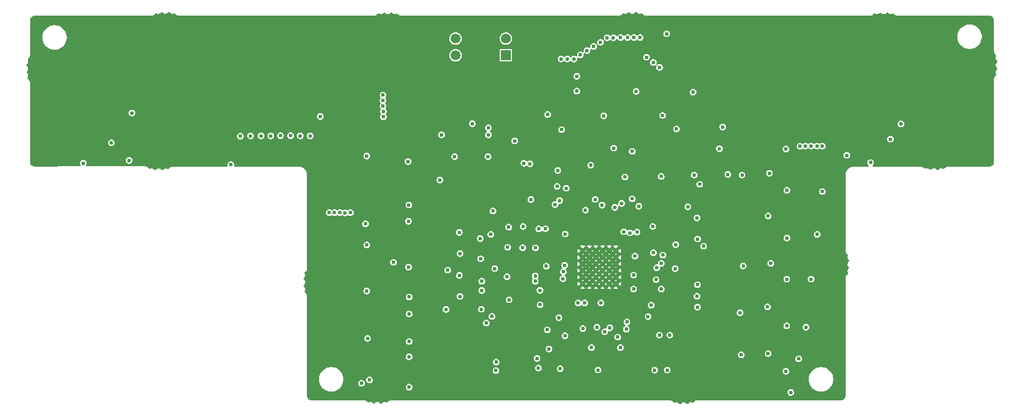
<source format=gbr>
%TF.GenerationSoftware,KiCad,Pcbnew,8.0.2*%
%TF.CreationDate,2025-02-09T16:12:03+01:00*%
%TF.ProjectId,FT25_AMS_Slave_fr,46543235-5f41-44d5-935f-536c6176655f,rev?*%
%TF.SameCoordinates,Original*%
%TF.FileFunction,Copper,L2,Inr*%
%TF.FilePolarity,Positive*%
%FSLAX46Y46*%
G04 Gerber Fmt 4.6, Leading zero omitted, Abs format (unit mm)*
G04 Created by KiCad (PCBNEW 8.0.2) date 2025-02-09 16:12:03*
%MOMM*%
%LPD*%
G01*
G04 APERTURE LIST*
%TA.AperFunction,ComponentPad*%
%ADD10C,0.600000*%
%TD*%
%TA.AperFunction,ComponentPad*%
%ADD11R,1.500000X1.500000*%
%TD*%
%TA.AperFunction,ComponentPad*%
%ADD12C,1.500000*%
%TD*%
%TA.AperFunction,ViaPad*%
%ADD13C,0.600000*%
%TD*%
G04 APERTURE END LIST*
D10*
%TO.N,GND*%
%TO.C,U1*%
X148400000Y-116300000D03*
X149400000Y-116300000D03*
X150400000Y-116300000D03*
X151400000Y-116300000D03*
X152400000Y-116300000D03*
X153400000Y-116300000D03*
X148400000Y-115300000D03*
X149400000Y-115300000D03*
X150400000Y-115300000D03*
X151400000Y-115300000D03*
X152400000Y-115300000D03*
X153400000Y-115300000D03*
X148400000Y-114300000D03*
X149400000Y-114300000D03*
X150400000Y-114300000D03*
X151400000Y-114300000D03*
X152400000Y-114300000D03*
X153400000Y-114300000D03*
X148400000Y-113300000D03*
X149400000Y-113300000D03*
X150400000Y-113300000D03*
X151400000Y-113300000D03*
X152400000Y-113300000D03*
X153400000Y-113300000D03*
X148400000Y-112300000D03*
X149400000Y-112300000D03*
X150400000Y-112300000D03*
X151400000Y-112300000D03*
X152400000Y-112300000D03*
X153400000Y-112300000D03*
X148400000Y-111300000D03*
X149400000Y-111300000D03*
X150400000Y-111300000D03*
X151400000Y-111300000D03*
X152400000Y-111300000D03*
X153400000Y-111300000D03*
%TD*%
D11*
%TO.N,NTC10_out*%
%TO.C,S101*%
X136760000Y-81620000D03*
D12*
%TO.N,/C2{slash}1_out*%
X136760000Y-79080000D03*
%TO.N,/Cell 2{slash}1*%
X129140000Y-79080000D03*
%TO.N,NTC10*%
X129140000Y-81620000D03*
%TD*%
D13*
%TO.N,GND*%
X187800000Y-127100000D03*
X129200000Y-126600000D03*
X210300000Y-93600000D03*
X189600000Y-76200000D03*
X124900000Y-76000000D03*
X145500000Y-110600000D03*
X171600000Y-85200000D03*
X112400000Y-110300000D03*
X130600000Y-80350000D03*
X128100000Y-76000000D03*
X91900000Y-83800000D03*
X129750000Y-120600000D03*
X183000000Y-124200000D03*
X164100000Y-95800000D03*
X188400000Y-84600000D03*
X153600000Y-90000000D03*
X107000000Y-113400000D03*
X107000000Y-104000000D03*
X98300000Y-80200000D03*
X156500000Y-84200000D03*
X192800000Y-76200000D03*
X187800000Y-99200000D03*
X149100000Y-82600000D03*
X183900000Y-125400000D03*
X107700000Y-87400000D03*
X129300000Y-104900000D03*
X167700000Y-123700000D03*
X68400000Y-82600000D03*
X100500000Y-82000000D03*
X154050000Y-118800000D03*
X68400000Y-98050000D03*
X108200000Y-118900000D03*
X102900000Y-80200000D03*
X175800000Y-91800000D03*
X107000000Y-127400000D03*
X195000000Y-88800000D03*
X94300000Y-85600000D03*
X168700000Y-109400000D03*
X187800000Y-110400000D03*
X90100000Y-86700000D03*
X146800000Y-117400000D03*
X107700000Y-83800000D03*
X133100000Y-86800000D03*
X184800000Y-124200000D03*
X83600000Y-90400000D03*
X98300000Y-83800000D03*
X161900000Y-85000000D03*
X100500000Y-89100000D03*
X167700000Y-83500000D03*
X203000000Y-92200000D03*
X99000000Y-78200000D03*
X71400000Y-88200000D03*
X110800000Y-123600000D03*
X94300000Y-82000000D03*
X148900000Y-117650000D03*
X114400000Y-89500000D03*
X65300000Y-98000000D03*
X95100000Y-90600000D03*
X184800000Y-76200000D03*
X163100000Y-84300000D03*
X113200000Y-106900000D03*
X152600000Y-85000000D03*
X109500000Y-126000000D03*
X135450000Y-124000000D03*
X112000000Y-115000000D03*
X108200000Y-123700000D03*
X176400000Y-79100000D03*
X187800000Y-102400000D03*
X173200000Y-91800000D03*
X191200000Y-76200000D03*
X95100000Y-76100000D03*
X108500000Y-89100000D03*
X110100000Y-82000000D03*
X111000000Y-76100000D03*
X90100000Y-88500000D03*
X166800000Y-82800000D03*
X169600000Y-120050000D03*
X95100000Y-87400000D03*
X112400000Y-112100000D03*
X113300000Y-120600000D03*
X97500000Y-85600000D03*
X112000000Y-126000000D03*
X107000000Y-110400000D03*
X104500000Y-80200000D03*
X113700000Y-87500000D03*
X201800000Y-98200000D03*
X99900000Y-87400000D03*
X152600000Y-80300000D03*
X195400000Y-98200000D03*
X174800000Y-82300000D03*
X155200000Y-116000000D03*
X71400000Y-91400000D03*
X71400000Y-86800000D03*
X161600000Y-87200000D03*
X112000000Y-118000000D03*
X111700000Y-82000000D03*
X151400000Y-95500000D03*
X134000000Y-80450000D03*
X167500000Y-100400000D03*
X110100000Y-85600000D03*
X187800000Y-124400000D03*
X161900000Y-83500000D03*
X151500000Y-81000000D03*
X169000000Y-128200000D03*
X176400000Y-82300000D03*
X203800000Y-76200000D03*
X134300000Y-99150000D03*
X83600000Y-92000000D03*
X96700000Y-83800000D03*
X195000000Y-81800000D03*
X128600000Y-85600000D03*
X134700000Y-81700000D03*
X151500000Y-84100000D03*
X186100000Y-104900000D03*
X106900000Y-85600000D03*
X99700000Y-83800000D03*
X131400000Y-79100000D03*
X173200000Y-89600000D03*
X135600000Y-80350000D03*
X113600000Y-85600000D03*
X170800000Y-89600000D03*
X184800000Y-110600000D03*
X164000000Y-124400000D03*
X115100000Y-87500000D03*
X153600000Y-92600000D03*
X93500000Y-80200000D03*
X184800000Y-127000000D03*
X105300000Y-85600000D03*
X157700000Y-83500000D03*
X208600000Y-82600000D03*
X171600000Y-79100000D03*
X113800000Y-111200000D03*
X113100000Y-125200000D03*
X103700000Y-85600000D03*
X102000000Y-78200000D03*
X140100000Y-76000000D03*
X135600000Y-126400000D03*
X93500000Y-76100000D03*
X101300000Y-76100000D03*
X92700000Y-82000000D03*
X187800000Y-122800000D03*
X98300000Y-90600000D03*
X144200000Y-108600000D03*
X101300000Y-90600000D03*
X98300000Y-87400000D03*
X107000000Y-102400000D03*
X130800000Y-123000000D03*
X168700000Y-114200000D03*
X168700000Y-107400000D03*
X134050000Y-82700000D03*
X112000000Y-124400000D03*
X65300000Y-83750000D03*
X139200000Y-78100000D03*
X200200000Y-93800000D03*
X71400000Y-96200000D03*
X104500000Y-76100000D03*
X161700000Y-92200000D03*
X184700000Y-103900000D03*
X91900000Y-80200000D03*
X148100000Y-83400000D03*
X172000000Y-88400000D03*
X166300000Y-129400000D03*
X187800000Y-121200000D03*
X186100000Y-108100000D03*
X101300000Y-83800000D03*
X141700000Y-76000000D03*
X152500000Y-91300000D03*
X108400000Y-78200000D03*
X127600000Y-126600000D03*
X113800000Y-112900000D03*
X143300000Y-76000000D03*
X170000000Y-83600000D03*
X165200000Y-76200000D03*
X107000000Y-121200000D03*
X113800000Y-97000000D03*
X108200000Y-125300000D03*
X110800000Y-125200000D03*
X155200000Y-81900000D03*
X115350000Y-85600000D03*
X154000000Y-81000000D03*
X186400000Y-76200000D03*
X168900000Y-124400000D03*
X91900000Y-76100000D03*
X110900000Y-83800000D03*
X199000000Y-76200000D03*
X193800000Y-98200000D03*
X167700000Y-76200000D03*
X201600000Y-93800000D03*
X182200000Y-125500000D03*
X200200000Y-95400000D03*
X208000000Y-98200000D03*
X65300000Y-86800000D03*
X144000000Y-93000000D03*
X173000000Y-87200000D03*
X110000000Y-78200000D03*
X176400000Y-83800000D03*
X172000000Y-90800000D03*
X109300000Y-83800000D03*
X150300000Y-83400000D03*
X143700000Y-95500000D03*
X155200000Y-117800000D03*
X65300000Y-85200000D03*
X131300000Y-81700000D03*
X174800000Y-79100000D03*
X77000000Y-85300000D03*
X85900000Y-86800000D03*
X170100000Y-85200000D03*
X95100000Y-80200000D03*
X83600000Y-85200000D03*
X102100000Y-89100000D03*
X203000000Y-82800000D03*
X99700000Y-76100000D03*
X201600000Y-79600000D03*
X92700000Y-85600000D03*
X203200000Y-98200000D03*
X188400000Y-93800000D03*
X150900000Y-117650000D03*
X137000000Y-98050000D03*
X107000000Y-119600000D03*
X160200000Y-99100000D03*
X65300000Y-88200000D03*
X179000000Y-86800000D03*
X65300000Y-93000000D03*
X95100000Y-83800000D03*
X152500000Y-87150000D03*
X184800000Y-113600000D03*
X132200000Y-78100000D03*
X183200000Y-76200000D03*
X186100000Y-100100000D03*
X183000000Y-127000000D03*
X195000000Y-80000000D03*
X170800000Y-76200000D03*
X174800000Y-80700000D03*
X93500000Y-87400000D03*
X96700000Y-87400000D03*
X137200000Y-117925000D03*
X71400000Y-98050000D03*
X132200000Y-82700000D03*
X172400000Y-76200000D03*
X126900000Y-77400000D03*
X177000000Y-90800000D03*
X112000000Y-116400000D03*
X127800000Y-125400000D03*
X99100000Y-89100000D03*
X154000000Y-84200000D03*
X194400000Y-76200000D03*
X155200000Y-85100000D03*
X188400000Y-78800000D03*
X109500000Y-121200000D03*
X178100000Y-91800000D03*
X109300000Y-76100000D03*
X204800000Y-98200000D03*
X201600000Y-89000000D03*
X165300000Y-128400000D03*
X95900000Y-85600000D03*
X184800000Y-116200000D03*
X188400000Y-87800000D03*
X167400000Y-98750000D03*
X129700000Y-117200000D03*
X184800000Y-118800000D03*
X99700000Y-80200000D03*
X126500000Y-76000000D03*
X206900000Y-82600000D03*
X144000000Y-91400000D03*
X149100000Y-84200000D03*
X71400000Y-94600000D03*
X99100000Y-82000000D03*
X174200000Y-88300000D03*
X157000000Y-122500000D03*
X113300000Y-118800000D03*
X83600000Y-95200000D03*
X185400000Y-86800000D03*
X93500000Y-83800000D03*
X89800000Y-85200000D03*
X165700000Y-81900000D03*
X103600000Y-78200000D03*
X103700000Y-82000000D03*
X124675000Y-84575000D03*
X128800000Y-130200000D03*
X174000000Y-76200000D03*
X133100000Y-81700000D03*
X65300000Y-94600000D03*
X71350000Y-82600000D03*
X114400000Y-88400000D03*
X160700000Y-84200000D03*
X188400000Y-86200000D03*
X200200000Y-92200000D03*
X127900000Y-103050000D03*
X113300000Y-117200000D03*
X188400000Y-92400000D03*
X106800000Y-78200000D03*
X95900000Y-82000000D03*
X166400000Y-76200000D03*
X107000000Y-108800000D03*
X65250000Y-96200000D03*
X143000000Y-92200000D03*
X104500000Y-87400000D03*
X179700000Y-88100000D03*
X198600000Y-98200000D03*
X109500000Y-124400000D03*
X94000000Y-97900000D03*
X146800000Y-116000000D03*
X138000000Y-127800000D03*
X66800000Y-98050000D03*
X94200000Y-78200000D03*
X187800000Y-107200000D03*
X165200000Y-130200000D03*
X210300000Y-90400000D03*
X129937500Y-114100000D03*
X104500000Y-83800000D03*
X210300000Y-82600000D03*
X110800000Y-122000000D03*
X142100000Y-98050000D03*
X167700000Y-127200000D03*
X137200000Y-108850000D03*
X145300000Y-95500000D03*
X150200000Y-95500000D03*
X146800000Y-112700000D03*
X137250000Y-111550000D03*
X106900000Y-82000000D03*
X147100000Y-129400000D03*
X187800000Y-125800000D03*
X129800000Y-76000000D03*
X201600000Y-95400000D03*
X200600000Y-76200000D03*
X187800000Y-104000000D03*
X66800000Y-82550000D03*
X116500000Y-87475000D03*
X152600000Y-81800000D03*
X162500000Y-95800000D03*
X210300000Y-96800000D03*
X97400000Y-78200000D03*
X106100000Y-90600000D03*
X109300000Y-87400000D03*
X173100000Y-77500000D03*
X130500000Y-103000000D03*
X107000000Y-118000000D03*
X173100000Y-80700000D03*
X203000000Y-90600000D03*
X104500000Y-90600000D03*
X203000000Y-87400000D03*
X206400000Y-98200000D03*
X107000000Y-100800000D03*
X169200000Y-76200000D03*
X108200000Y-126900000D03*
X188000000Y-76200000D03*
X108200000Y-120500000D03*
X105300000Y-82000000D03*
X133800000Y-126400000D03*
X203200000Y-77800000D03*
X164000000Y-131000000D03*
X132400000Y-130000000D03*
X113100000Y-89500000D03*
X107000000Y-122800000D03*
X85900000Y-85200000D03*
X130100000Y-85600000D03*
X83600000Y-93600000D03*
X112400000Y-108400000D03*
X83600000Y-96800000D03*
X175400000Y-89600000D03*
X70000000Y-98050000D03*
X167700000Y-130200000D03*
X210300000Y-85800000D03*
X132800000Y-122900000D03*
X203000000Y-93800000D03*
X101300000Y-80200000D03*
X202200000Y-76200000D03*
X182200000Y-86800000D03*
X166000000Y-126000000D03*
X201600000Y-87400000D03*
X107000000Y-124400000D03*
X112600000Y-76100000D03*
X174400000Y-90800000D03*
X107000000Y-111800000D03*
X152600000Y-98150000D03*
X177200000Y-76200000D03*
X187800000Y-100800000D03*
X183000000Y-118800000D03*
X145000000Y-106500000D03*
X201600000Y-84400000D03*
X187800000Y-113400000D03*
X107000000Y-115000000D03*
X201600000Y-97000000D03*
X106100000Y-80200000D03*
X100500000Y-85600000D03*
X91900000Y-97900000D03*
X203000000Y-95400000D03*
X102100000Y-85600000D03*
X203000000Y-89000000D03*
X98300000Y-76100000D03*
X168900000Y-82800000D03*
X133800000Y-124000000D03*
X148650000Y-108325000D03*
X134200000Y-85600000D03*
X100400000Y-78200000D03*
X210300000Y-87400000D03*
X92600000Y-78200000D03*
X113100000Y-88400000D03*
X169000000Y-131200000D03*
X134000000Y-96150000D03*
X97500000Y-89100000D03*
X152500000Y-93700000D03*
X87800000Y-86700000D03*
X157575000Y-129300000D03*
X176400000Y-77500000D03*
X110900000Y-80200000D03*
X171600000Y-77500000D03*
X131400000Y-129000000D03*
X134000000Y-78100000D03*
X210300000Y-95200000D03*
X187800000Y-118000000D03*
X90100000Y-94700000D03*
X107700000Y-80200000D03*
X201600000Y-77800000D03*
X65300000Y-91400000D03*
X131800000Y-124000000D03*
X105200000Y-78200000D03*
X127200000Y-104850000D03*
X180200000Y-76200000D03*
X186100000Y-106500000D03*
X130400000Y-130000000D03*
X181400000Y-88100000D03*
X71400000Y-83750000D03*
X168700000Y-115700000D03*
X107000000Y-105600000D03*
X151500000Y-82600000D03*
X203000000Y-84400000D03*
X182800000Y-121600000D03*
X146800000Y-114500000D03*
X134700000Y-79100000D03*
X110900000Y-87400000D03*
X103700000Y-89100000D03*
X195000000Y-78400000D03*
X164000000Y-127600000D03*
X174800000Y-77500000D03*
X188400000Y-83000000D03*
X106100000Y-87400000D03*
X137250000Y-104800000D03*
X170800000Y-87200000D03*
X106100000Y-76100000D03*
X175600000Y-76200000D03*
X101300000Y-87400000D03*
X71400000Y-89800000D03*
X106100000Y-83800000D03*
X126900000Y-79000000D03*
X167700000Y-132100000D03*
X132800000Y-125200000D03*
X137250000Y-121000000D03*
X184800000Y-105600000D03*
X132250000Y-104900000D03*
X136800000Y-76000000D03*
X203000000Y-86000000D03*
X183800000Y-122900000D03*
X154000000Y-82700000D03*
X70050000Y-82550000D03*
X203000000Y-97000000D03*
X94300000Y-89100000D03*
X83600000Y-88500000D03*
X166300000Y-130900000D03*
X102900000Y-87400000D03*
X155200000Y-113600000D03*
X184800000Y-121600000D03*
X201600000Y-82800000D03*
X135200000Y-76000000D03*
X164000000Y-129400000D03*
X166000000Y-124400000D03*
X87800000Y-88500000D03*
X197000000Y-98200000D03*
X97500000Y-82000000D03*
X203000000Y-81200000D03*
X187800000Y-108800000D03*
X169000000Y-84300000D03*
X107000000Y-125800000D03*
X210300000Y-88800000D03*
X109300000Y-80200000D03*
X112000000Y-122800000D03*
X127800000Y-129000000D03*
X196000000Y-76200000D03*
X132050000Y-96250000D03*
X200200000Y-96900000D03*
X187800000Y-116400000D03*
X115800000Y-88400000D03*
X131400000Y-76000000D03*
X152600000Y-83400000D03*
X90100000Y-91500000D03*
X109500000Y-122800000D03*
X170000000Y-121300000D03*
X156500000Y-82700000D03*
X130600000Y-106000000D03*
X65300000Y-89800000D03*
X167800000Y-81900000D03*
X131600000Y-85600000D03*
X138400000Y-76000000D03*
X137250000Y-113250000D03*
X188400000Y-89200000D03*
X152900000Y-117650000D03*
X83700000Y-86800000D03*
X187800000Y-119600000D03*
X187800000Y-115000000D03*
X205100000Y-82600000D03*
X102900000Y-76100000D03*
X139200000Y-79700000D03*
X178600000Y-76200000D03*
X112000000Y-119600000D03*
X71400000Y-93000000D03*
X110800000Y-126800000D03*
X87900000Y-85200000D03*
X182200000Y-89500000D03*
X188400000Y-95400000D03*
X107000000Y-116400000D03*
X96700000Y-76100000D03*
X90100000Y-93100000D03*
X186100000Y-101700000D03*
X176400000Y-80700000D03*
X108200000Y-122100000D03*
X201600000Y-92200000D03*
X112650000Y-80200000D03*
X114100000Y-126000000D03*
X95900000Y-89100000D03*
X71400000Y-85200000D03*
X197400000Y-76200000D03*
X165800000Y-121500000D03*
X167700000Y-125300000D03*
X134800000Y-125200000D03*
X141300000Y-101500000D03*
X102900000Y-90600000D03*
X93100000Y-96800000D03*
X124100000Y-91600000D03*
X112700000Y-83750000D03*
X113100000Y-90700000D03*
X108500000Y-85600000D03*
X168900000Y-126500000D03*
X210300000Y-84300000D03*
X99900000Y-90600000D03*
X111600000Y-78200000D03*
X107000000Y-107200000D03*
X166800000Y-84300000D03*
X135500000Y-85600000D03*
X113100000Y-126800000D03*
X107700000Y-76100000D03*
X96700000Y-90600000D03*
X129719277Y-109375000D03*
X105300000Y-89100000D03*
X168700000Y-112400000D03*
X180600000Y-86800000D03*
X173100000Y-79100000D03*
X170000000Y-77400000D03*
X133100000Y-79100000D03*
X183800000Y-86800000D03*
X133600000Y-76000000D03*
X187800000Y-111800000D03*
X108500000Y-82000000D03*
X155200000Y-111000000D03*
X160600000Y-95800000D03*
X155200000Y-83500000D03*
X132200000Y-80350000D03*
X102900000Y-83800000D03*
X65300000Y-82600000D03*
X187800000Y-105600000D03*
X186300000Y-127100000D03*
X99100000Y-85600000D03*
X201600000Y-86000000D03*
X201600000Y-90600000D03*
X187000000Y-86800000D03*
X85900000Y-88500000D03*
X95800000Y-78200000D03*
X200200000Y-98200000D03*
X188400000Y-80400000D03*
X123300000Y-76000000D03*
X184800000Y-107300000D03*
X111700000Y-85600000D03*
X96700000Y-80200000D03*
X164000000Y-126000000D03*
X90100000Y-89900000D03*
X201600000Y-81200000D03*
X150300000Y-81800000D03*
X107000000Y-99200000D03*
X188400000Y-90800000D03*
X209700000Y-98200000D03*
X203000000Y-79600000D03*
X186100000Y-103300000D03*
X106900000Y-89100000D03*
X210300000Y-92000000D03*
X165800000Y-113100000D03*
X181800000Y-76200000D03*
%TO.N,Net-(U1-V+)*%
X133800000Y-122250000D03*
X144770558Y-121445558D03*
%TO.N,Net-(U1-DRIVE)*%
X141250000Y-110850000D03*
X126750000Y-100550000D03*
%TO.N,Net-(U1-VREF1)*%
X134800000Y-105250000D03*
X145671402Y-113510807D03*
%TO.N,+5V*%
X131700000Y-92000000D03*
X145757955Y-108742045D03*
%TO.N,/FilterBalancingNetwork/CA*%
X148400000Y-123100000D03*
X143300000Y-126189613D03*
%TO.N,/Cell 15{slash}16*%
X129000000Y-97000000D03*
X122062500Y-104337500D03*
X143050000Y-123300000D03*
X141462500Y-127637500D03*
X134050000Y-97000000D03*
X115700000Y-96900000D03*
X147075000Y-82175000D03*
%TO.N,/S16P*%
X147700000Y-119200000D03*
X141700000Y-129100000D03*
X135275000Y-128175000D03*
%TO.N,/S15P*%
X135262500Y-129475000D03*
X145700000Y-124200000D03*
%TO.N,/Cell 15{slash}14*%
X119750000Y-113050000D03*
X148050000Y-81550000D03*
X118200000Y-90950000D03*
X113200000Y-105500000D03*
X115500000Y-107200000D03*
X148700000Y-119200000D03*
X145000000Y-129200000D03*
%TO.N,/FilterBalancingNetwork1/CB:A*%
X150535140Y-122900000D03*
X149725000Y-126000000D03*
%TO.N,/S14P*%
X122000000Y-106800000D03*
X151150000Y-119200000D03*
X150700000Y-129400000D03*
%TO.N,/Cell 14{slash}13*%
X112398231Y-105553215D03*
X118200002Y-90136399D03*
X122100000Y-118300000D03*
X115700000Y-110400000D03*
X149050000Y-80900000D03*
%TO.N,/S13P*%
X153700000Y-124400000D03*
X122005648Y-113775000D03*
X152495558Y-122995558D03*
%TO.N,/Cell 13{slash}12*%
X118150008Y-89286922D03*
X154100000Y-126000000D03*
X150050000Y-80275000D03*
X151700000Y-123600000D03*
X111600000Y-105500000D03*
X115700000Y-117400000D03*
X122125000Y-125075000D03*
%TO.N,/S12P*%
X161200000Y-129400000D03*
X122100000Y-120887499D03*
X155100000Y-122100000D03*
%TO.N,/Cell 12{slash}11*%
X122093750Y-131993750D03*
X159312500Y-129412500D03*
X110800000Y-105500000D03*
X115800000Y-124600000D03*
X118150000Y-88449997D03*
X155000000Y-123200000D03*
X151100000Y-79650000D03*
%TO.N,/S11P*%
X158750000Y-119550000D03*
X122100000Y-127387500D03*
X160000000Y-124100000D03*
%TO.N,/Cell 11{slash}10*%
X161600000Y-124100000D03*
X152100000Y-78950000D03*
X158300000Y-121300000D03*
X110000000Y-105500000D03*
X118150002Y-87649994D03*
X116100000Y-130900000D03*
%TO.N,/Cell 10{slash}9*%
X156100000Y-117100000D03*
X153050000Y-78950000D03*
X179200000Y-129600000D03*
X176500000Y-126900000D03*
X181100000Y-127700000D03*
X181308038Y-95413137D03*
X165762500Y-119837500D03*
%TO.N,/S10P*%
X160300000Y-117100000D03*
X165700000Y-118200000D03*
X172412500Y-127100000D03*
%TO.N,/S9P*%
X156100000Y-115000000D03*
X160300000Y-113200000D03*
X172212500Y-120700000D03*
%TO.N,/Cell 9{slash}8*%
X182107931Y-95399868D03*
X165762500Y-116437500D03*
X154150000Y-78900000D03*
X179300000Y-122700000D03*
X176400000Y-119800000D03*
X159500000Y-115675000D03*
X182200000Y-122900000D03*
%TO.N,/FilterBalancingNetwork4/CB*%
X162475002Y-110362370D03*
X162400000Y-114000000D03*
%TO.N,/Cell 8{slash}7*%
X183000000Y-95400000D03*
X166700000Y-110600000D03*
X176900000Y-113200000D03*
X183000000Y-115600000D03*
X179300000Y-115600000D03*
X159600000Y-113875000D03*
X155200000Y-78900000D03*
%TO.N,/S8P*%
X165800000Y-109500000D03*
X172700000Y-113600000D03*
X160550000Y-111950000D03*
%TO.N,/Cell 7{slash}6*%
X179325000Y-109350000D03*
X156150000Y-78900000D03*
X164312500Y-104612500D03*
X176500000Y-106000000D03*
X183900000Y-95400000D03*
X156300000Y-112100000D03*
X183900000Y-108800000D03*
%TO.N,/S7P*%
X159106422Y-111590153D03*
X165700000Y-106300000D03*
%TO.N,/FilterBalancingNetwork5/CA*%
X160300000Y-100008058D03*
X154800000Y-100100000D03*
X155900000Y-103400000D03*
%TO.N,/Cell 6{slash}5*%
X165300000Y-99800000D03*
X157100000Y-78900000D03*
X184700000Y-102300000D03*
X179325000Y-102100000D03*
X184700000Y-95400000D03*
X170400000Y-99700000D03*
X176675000Y-99525000D03*
X156616942Y-108466942D03*
%TO.N,/S6P*%
X172525000Y-99800000D03*
X159000000Y-107600000D03*
X166100000Y-101200000D03*
%TO.N,/S5P*%
X156882506Y-104533610D03*
X169100000Y-95800000D03*
%TO.N,/Cell 5{slash}4*%
X158050000Y-81900000D03*
X179187500Y-95837500D03*
X169600000Y-92500000D03*
%TO.N,/Cell 4{slash}3*%
X160500000Y-90750000D03*
X155900000Y-96200000D03*
X154300000Y-104100000D03*
X165100000Y-87200000D03*
X159100000Y-82700000D03*
%TO.N,/S4P*%
X149600000Y-98300000D03*
X153275000Y-104700000D03*
X162600000Y-92800000D03*
%TO.N,/S3P*%
X151327360Y-104347640D03*
X153100000Y-95700000D03*
X145900000Y-101800000D03*
%TO.N,/Cell 3{slash}2*%
X156500000Y-87100000D03*
X144503125Y-101509375D03*
X151600000Y-90800000D03*
X160050000Y-83450000D03*
X150274157Y-103490272D03*
%TO.N,/FilterBalancingNetwork7/CB*%
X144900000Y-103675000D03*
X144600000Y-99100000D03*
%TO.N,/Cell 2{slash}1*%
X161100000Y-78350000D03*
%TO.N,/S2P*%
X145200000Y-92900000D03*
X148816942Y-105133058D03*
X139500000Y-98000000D03*
%TO.N,/S1P*%
X140533058Y-103516942D03*
X138097336Y-94603306D03*
%TO.N,/NTC/V_out_4*%
X133098428Y-117325000D03*
X141900000Y-117300000D03*
%TO.N,/NTC/V_out_7*%
X139300000Y-110825000D03*
X145400000Y-115550000D03*
%TO.N,/NTC/V_out_9*%
X139350000Y-107600000D03*
X142890838Y-113634162D03*
%TO.N,/NTC/V_out_2*%
X141937500Y-119487500D03*
X133050000Y-120175000D03*
%TO.N,/NTC/V_out_10*%
X132886578Y-109422910D03*
X145457959Y-114474793D03*
%TO.N,/NTC/V_out_8*%
X132926573Y-112501573D03*
X141200000Y-115100000D03*
%TO.N,/NTC/V_out_6*%
X133098428Y-115925000D03*
X141200000Y-115925000D03*
%TO.N,Clamp*%
X179900000Y-132800000D03*
X114900000Y-131400000D03*
%TO.N,/Cell 16*%
X127000000Y-93700000D03*
X134100000Y-93700000D03*
X146050000Y-82175000D03*
X121950000Y-97750000D03*
%TO.N,VBUS*%
X145100000Y-82175000D03*
X134100000Y-92625000D03*
%TO.N,+5V_NTC*%
X135087500Y-113987500D03*
X127937500Y-114237500D03*
%TO.N,/isoSPI/IPB*%
X141737500Y-107962500D03*
X72750000Y-98000000D03*
%TO.N,/isoSPI/IMA*%
X154600000Y-108400000D03*
X188400000Y-96800000D03*
%TO.N,/isoSPI/IMB*%
X142763364Y-107936636D03*
X79700000Y-97575000D03*
%TO.N,/isoSPI/IPA*%
X155575000Y-108575000D03*
X192000000Y-97900000D03*
%TO.N,/NTC/NTC2*%
X127700000Y-120200000D03*
X96550000Y-93900000D03*
%TO.N,/NTC/NTC3*%
X98100000Y-93850000D03*
X137226393Y-118735045D03*
%TO.N,/NTC/NTC1*%
X95100000Y-98200000D03*
X134650000Y-121250000D03*
%TO.N,/NTC/NTC6*%
X102600000Y-93800000D03*
X129700000Y-115025000D03*
%TO.N,/NTC/NTC4*%
X99650000Y-93850000D03*
X129800000Y-118225000D03*
%TO.N,/NTC/NTC5*%
X136925000Y-115225000D03*
X101150000Y-93850000D03*
%TO.N,/NTC/NTC9*%
X137187500Y-107712500D03*
X107100000Y-93850000D03*
%TO.N,/NTC/NTC7*%
X137033058Y-110766942D03*
X104150000Y-93800000D03*
%TO.N,/C2{slash}1_out*%
X147500000Y-87050000D03*
X147500000Y-84800000D03*
X143100000Y-90600000D03*
X140400000Y-98100000D03*
X144200000Y-104275000D03*
%TO.N,Net-(D35-A2)*%
X77000000Y-94900000D03*
X80125000Y-90375000D03*
%TO.N,Net-(D36-A2)*%
X195000000Y-94350000D03*
X196600000Y-92050000D03*
%TO.N,/NTC/NTC8*%
X129800000Y-111725000D03*
X105600000Y-93850000D03*
%TO.N,NTC10_out*%
X108650000Y-90900000D03*
%TO.N,NTC10*%
X134475000Y-108800000D03*
X129700000Y-108500000D03*
%TD*%
%TA.AperFunction,Conductor*%
%TO.N,GND*%
G36*
X156526649Y-75048897D02*
G01*
X156557386Y-75084370D01*
X156559491Y-75088015D01*
X156661985Y-75190509D01*
X156661986Y-75190510D01*
X156661988Y-75190511D01*
X156787511Y-75262982D01*
X156787512Y-75262982D01*
X156787515Y-75262984D01*
X156927525Y-75300500D01*
X156927528Y-75300500D01*
X157072472Y-75300500D01*
X157072475Y-75300500D01*
X157212485Y-75262984D01*
X157234794Y-75250103D01*
X157302692Y-75233628D01*
X157368719Y-75256477D01*
X157388947Y-75274516D01*
X157494589Y-75391844D01*
X157494591Y-75391846D01*
X157634972Y-75493839D01*
X157634977Y-75493842D01*
X157793496Y-75564420D01*
X157793501Y-75564422D01*
X157963236Y-75600500D01*
X157963237Y-75600500D01*
X191890509Y-75600500D01*
X191903066Y-75599674D01*
X191935808Y-75599674D01*
X191935811Y-75599674D01*
X192037544Y-75578045D01*
X192105368Y-75563627D01*
X192263729Y-75493115D01*
X192403970Y-75391219D01*
X192497213Y-75287658D01*
X192556696Y-75251010D01*
X192626553Y-75252339D01*
X192651355Y-75263239D01*
X192737515Y-75312984D01*
X192877525Y-75350500D01*
X192877528Y-75350500D01*
X193022472Y-75350500D01*
X193022475Y-75350500D01*
X193162485Y-75312984D01*
X193288015Y-75240509D01*
X193387319Y-75141205D01*
X193448642Y-75107720D01*
X193518334Y-75112704D01*
X193562681Y-75141205D01*
X193661985Y-75240509D01*
X193661986Y-75240510D01*
X193661988Y-75240511D01*
X193787511Y-75312982D01*
X193787512Y-75312982D01*
X193787515Y-75312984D01*
X193927525Y-75350500D01*
X193927528Y-75350500D01*
X194072472Y-75350500D01*
X194072475Y-75350500D01*
X194212485Y-75312984D01*
X194338015Y-75240509D01*
X194440509Y-75138015D01*
X194442612Y-75134371D01*
X194445190Y-75131913D01*
X194445457Y-75131566D01*
X194445511Y-75131607D01*
X194493177Y-75086156D01*
X194561783Y-75072931D01*
X194626649Y-75098897D01*
X194657386Y-75134370D01*
X194659491Y-75138015D01*
X194761985Y-75240509D01*
X194761986Y-75240510D01*
X194761988Y-75240511D01*
X194887511Y-75312982D01*
X194887512Y-75312982D01*
X194887515Y-75312984D01*
X195027525Y-75350500D01*
X195027528Y-75350500D01*
X195172472Y-75350500D01*
X195172475Y-75350500D01*
X195312485Y-75312984D01*
X195364419Y-75282999D01*
X195432318Y-75266527D01*
X195498345Y-75289379D01*
X195518569Y-75307415D01*
X195594589Y-75391844D01*
X195594591Y-75391846D01*
X195734972Y-75493839D01*
X195734977Y-75493842D01*
X195893496Y-75564420D01*
X195893501Y-75564422D01*
X196063236Y-75600500D01*
X196110438Y-75600500D01*
X209952415Y-75600500D01*
X209993945Y-75600500D01*
X210006033Y-75601091D01*
X210123847Y-75612650D01*
X210147586Y-75617354D01*
X210255057Y-75649822D01*
X210277436Y-75659051D01*
X210376545Y-75711781D01*
X210396704Y-75725184D01*
X210397888Y-75726151D01*
X210483675Y-75796170D01*
X210500848Y-75813238D01*
X210572364Y-75899768D01*
X210585894Y-75919849D01*
X210639232Y-76018630D01*
X210648601Y-76040958D01*
X210681723Y-76148216D01*
X210686575Y-76171935D01*
X210698831Y-76289403D01*
X210699500Y-76302271D01*
X210699500Y-80902405D01*
X210699500Y-80950000D01*
X210699500Y-81036764D01*
X210700710Y-81042456D01*
X210735577Y-81206498D01*
X210735579Y-81206504D01*
X210771015Y-81286092D01*
X210803900Y-81359953D01*
X210806158Y-81365023D01*
X210806157Y-81365023D01*
X210908156Y-81505411D01*
X210992584Y-81581430D01*
X211029233Y-81640916D01*
X211027903Y-81710773D01*
X211017000Y-81735579D01*
X210987017Y-81787512D01*
X210987017Y-81787513D01*
X210987016Y-81787515D01*
X210949500Y-81927525D01*
X210949500Y-82072475D01*
X210976536Y-82173373D01*
X210987017Y-82212488D01*
X211059488Y-82338011D01*
X211059490Y-82338013D01*
X211059491Y-82338015D01*
X211161985Y-82440509D01*
X211161988Y-82440510D01*
X211161991Y-82440513D01*
X211165630Y-82442614D01*
X211168086Y-82445190D01*
X211168434Y-82445457D01*
X211168392Y-82445511D01*
X211213845Y-82493181D01*
X211227067Y-82561788D01*
X211201099Y-82626653D01*
X211165630Y-82657386D01*
X211161991Y-82659486D01*
X211161982Y-82659493D01*
X211059493Y-82761982D01*
X211059488Y-82761988D01*
X210987017Y-82887511D01*
X210987016Y-82887515D01*
X210949500Y-83027525D01*
X210949500Y-83172475D01*
X210970548Y-83251025D01*
X210987017Y-83312488D01*
X211059488Y-83438011D01*
X211059493Y-83438017D01*
X211158795Y-83537319D01*
X211192280Y-83598642D01*
X211187296Y-83668334D01*
X211158795Y-83712681D01*
X211059493Y-83811982D01*
X211059488Y-83811988D01*
X210987017Y-83937511D01*
X210987016Y-83937515D01*
X210949500Y-84077525D01*
X210949500Y-84222475D01*
X210987016Y-84362485D01*
X211036748Y-84448623D01*
X211053221Y-84516522D01*
X211030369Y-84582549D01*
X211012333Y-84602773D01*
X210908770Y-84696021D01*
X210806872Y-84836270D01*
X210736364Y-84994636D01*
X210736364Y-84994637D01*
X210700323Y-85164202D01*
X210700323Y-97737454D01*
X210699500Y-97747914D01*
X210699500Y-97793910D01*
X210698903Y-97806066D01*
X210687254Y-97924319D01*
X210682512Y-97948158D01*
X210649798Y-98056001D01*
X210640495Y-98078460D01*
X210587368Y-98177852D01*
X210573863Y-98198063D01*
X210502366Y-98285182D01*
X210485178Y-98302370D01*
X210398060Y-98373866D01*
X210377848Y-98387371D01*
X210278459Y-98440495D01*
X210256001Y-98449798D01*
X210148150Y-98482514D01*
X210124310Y-98487256D01*
X210037617Y-98495794D01*
X210006060Y-98498903D01*
X209993907Y-98499500D01*
X203872595Y-98499500D01*
X203825000Y-98499500D01*
X203738236Y-98499500D01*
X203708483Y-98505824D01*
X203568501Y-98535577D01*
X203568496Y-98535579D01*
X203409977Y-98606157D01*
X203409972Y-98606160D01*
X203269591Y-98708153D01*
X203269589Y-98708155D01*
X203167916Y-98821075D01*
X203108429Y-98857724D01*
X203038572Y-98856393D01*
X203013766Y-98845490D01*
X202912488Y-98787017D01*
X202912489Y-98787017D01*
X202900662Y-98783848D01*
X202772475Y-98749500D01*
X202627525Y-98749500D01*
X202499338Y-98783848D01*
X202487511Y-98787017D01*
X202361988Y-98859488D01*
X202361982Y-98859493D01*
X202259493Y-98961982D01*
X202259486Y-98961991D01*
X202257386Y-98965630D01*
X202254809Y-98968086D01*
X202254543Y-98968434D01*
X202254488Y-98968392D01*
X202206819Y-99013845D01*
X202138212Y-99027067D01*
X202073347Y-99001099D01*
X202042614Y-98965630D01*
X202040513Y-98961991D01*
X202040510Y-98961988D01*
X202040509Y-98961985D01*
X201938015Y-98859491D01*
X201938013Y-98859490D01*
X201938011Y-98859488D01*
X201812488Y-98787017D01*
X201812489Y-98787017D01*
X201800662Y-98783848D01*
X201672475Y-98749500D01*
X201527525Y-98749500D01*
X201399338Y-98783848D01*
X201387511Y-98787017D01*
X201261988Y-98859488D01*
X201261982Y-98859493D01*
X201162681Y-98958795D01*
X201101358Y-98992280D01*
X201031666Y-98987296D01*
X200987319Y-98958795D01*
X200888017Y-98859493D01*
X200888011Y-98859488D01*
X200762488Y-98787017D01*
X200762489Y-98787017D01*
X200750662Y-98783848D01*
X200622475Y-98749500D01*
X200477525Y-98749500D01*
X200337515Y-98787016D01*
X200337514Y-98787016D01*
X200337512Y-98787017D01*
X200300708Y-98808266D01*
X200232808Y-98824738D01*
X200166781Y-98801885D01*
X200146562Y-98783852D01*
X200078970Y-98708781D01*
X200078969Y-98708780D01*
X200078967Y-98708778D01*
X199938726Y-98606883D01*
X199780370Y-98536373D01*
X199780366Y-98536372D01*
X199610809Y-98500325D01*
X199578064Y-98500324D01*
X199565493Y-98499500D01*
X199563683Y-98499500D01*
X192412741Y-98499500D01*
X192345702Y-98479815D01*
X192299947Y-98427011D01*
X192290003Y-98357853D01*
X192319028Y-98294297D01*
X192330766Y-98282559D01*
X192331124Y-98282145D01*
X192331128Y-98282143D01*
X192425377Y-98173373D01*
X192485165Y-98042457D01*
X192505647Y-97900000D01*
X192485165Y-97757543D01*
X192425377Y-97626627D01*
X192331128Y-97517857D01*
X192210053Y-97440047D01*
X192210051Y-97440046D01*
X192210049Y-97440045D01*
X192210050Y-97440045D01*
X192071963Y-97399500D01*
X192071961Y-97399500D01*
X191928039Y-97399500D01*
X191928036Y-97399500D01*
X191789949Y-97440045D01*
X191668873Y-97517856D01*
X191574623Y-97626626D01*
X191574622Y-97626628D01*
X191514834Y-97757543D01*
X191494353Y-97900000D01*
X191514834Y-98042456D01*
X191574622Y-98173371D01*
X191574623Y-98173373D01*
X191668872Y-98282143D01*
X191668873Y-98282143D01*
X191674680Y-98288845D01*
X191673598Y-98289781D01*
X191706236Y-98340565D01*
X191706236Y-98410434D01*
X191668462Y-98469213D01*
X191604907Y-98498238D01*
X191587259Y-98499500D01*
X189502208Y-98499500D01*
X189501798Y-98499499D01*
X189401944Y-98499169D01*
X189401943Y-98499169D01*
X189199226Y-98530626D01*
X189199212Y-98530629D01*
X189003919Y-98593484D01*
X188820911Y-98686171D01*
X188820900Y-98686178D01*
X188654681Y-98806415D01*
X188509360Y-98951231D01*
X188388537Y-99117045D01*
X188295216Y-99299730D01*
X188295212Y-99299738D01*
X188231682Y-99494802D01*
X188231681Y-99494806D01*
X188231680Y-99494811D01*
X188231680Y-99494812D01*
X188200095Y-99693801D01*
X188199518Y-99697433D01*
X188199507Y-99753366D01*
X188199500Y-99753496D01*
X188199500Y-99760445D01*
X188199500Y-111152405D01*
X188199500Y-111200000D01*
X188199500Y-111286764D01*
X188202314Y-111300001D01*
X188235577Y-111456498D01*
X188235579Y-111456504D01*
X188285157Y-111567856D01*
X188299246Y-111599500D01*
X188306158Y-111615023D01*
X188306157Y-111615023D01*
X188350915Y-111676626D01*
X188408155Y-111755410D01*
X188515046Y-111851655D01*
X188525483Y-111861052D01*
X188562132Y-111920538D01*
X188560802Y-111990395D01*
X188549899Y-112015201D01*
X188537016Y-112037514D01*
X188535916Y-112041620D01*
X188499500Y-112177525D01*
X188499500Y-112322475D01*
X188533805Y-112450500D01*
X188537017Y-112462488D01*
X188609488Y-112588011D01*
X188609490Y-112588013D01*
X188609491Y-112588015D01*
X188711985Y-112690509D01*
X188711988Y-112690510D01*
X188711991Y-112690513D01*
X188715630Y-112692614D01*
X188718086Y-112695190D01*
X188718434Y-112695457D01*
X188718392Y-112695511D01*
X188763845Y-112743181D01*
X188777067Y-112811788D01*
X188751099Y-112876653D01*
X188715630Y-112907386D01*
X188711991Y-112909486D01*
X188711982Y-112909493D01*
X188609493Y-113011982D01*
X188609488Y-113011988D01*
X188537017Y-113137511D01*
X188533671Y-113150000D01*
X188499500Y-113277525D01*
X188499500Y-113422475D01*
X188533805Y-113550500D01*
X188537017Y-113562488D01*
X188609488Y-113688011D01*
X188609493Y-113688017D01*
X188708795Y-113787319D01*
X188742280Y-113848642D01*
X188737296Y-113918334D01*
X188708795Y-113962681D01*
X188609493Y-114061982D01*
X188609488Y-114061988D01*
X188537017Y-114187511D01*
X188537016Y-114187515D01*
X188499500Y-114327525D01*
X188499500Y-114472475D01*
X188537016Y-114612485D01*
X188569844Y-114669344D01*
X188586317Y-114737244D01*
X188563465Y-114803271D01*
X188541878Y-114825069D01*
X188542426Y-114825678D01*
X188408770Y-114946021D01*
X188306872Y-115086270D01*
X188236364Y-115244636D01*
X188236364Y-115244637D01*
X188200323Y-115414202D01*
X188200323Y-115498379D01*
X188199502Y-133243757D01*
X188199500Y-133243793D01*
X188199500Y-133293910D01*
X188198903Y-133306066D01*
X188187254Y-133424319D01*
X188182512Y-133448158D01*
X188149798Y-133556001D01*
X188140495Y-133578460D01*
X188087368Y-133677852D01*
X188073863Y-133698063D01*
X188002366Y-133785182D01*
X187985178Y-133802370D01*
X187898060Y-133873866D01*
X187877848Y-133887371D01*
X187778459Y-133940495D01*
X187756001Y-133949798D01*
X187648150Y-133982514D01*
X187624310Y-133987256D01*
X187537617Y-133995794D01*
X187506060Y-133998903D01*
X187493907Y-133999500D01*
X165872595Y-133999500D01*
X165825000Y-133999500D01*
X165738236Y-133999500D01*
X165708483Y-134005824D01*
X165568501Y-134035577D01*
X165568496Y-134035579D01*
X165409977Y-134106157D01*
X165409972Y-134106160D01*
X165269592Y-134208152D01*
X165155396Y-134334980D01*
X165095909Y-134371628D01*
X165026052Y-134370297D01*
X165001246Y-134359394D01*
X164962488Y-134337017D01*
X164962489Y-134337017D01*
X164934991Y-134329649D01*
X164822475Y-134299500D01*
X164677525Y-134299500D01*
X164565009Y-134329649D01*
X164537511Y-134337017D01*
X164411988Y-134409488D01*
X164411982Y-134409493D01*
X164312681Y-134508795D01*
X164251358Y-134542280D01*
X164181666Y-134537296D01*
X164137319Y-134508795D01*
X164038017Y-134409493D01*
X164038011Y-134409488D01*
X163912488Y-134337017D01*
X163912489Y-134337017D01*
X163884991Y-134329649D01*
X163772475Y-134299500D01*
X163627525Y-134299500D01*
X163515009Y-134329649D01*
X163487511Y-134337017D01*
X163361988Y-134409488D01*
X163361982Y-134409493D01*
X163259493Y-134511982D01*
X163259486Y-134511991D01*
X163257386Y-134515630D01*
X163254809Y-134518086D01*
X163254543Y-134518434D01*
X163254488Y-134518392D01*
X163206819Y-134563845D01*
X163138212Y-134577067D01*
X163073347Y-134551099D01*
X163042614Y-134515630D01*
X163040513Y-134511991D01*
X163040510Y-134511988D01*
X163040509Y-134511985D01*
X162938015Y-134409491D01*
X162938013Y-134409490D01*
X162938011Y-134409488D01*
X162812488Y-134337017D01*
X162812489Y-134337017D01*
X162784991Y-134329649D01*
X162672475Y-134299500D01*
X162527525Y-134299500D01*
X162435695Y-134324106D01*
X162387510Y-134337017D01*
X162387507Y-134337018D01*
X162347431Y-134360157D01*
X162279531Y-134376630D01*
X162213504Y-134353777D01*
X162193281Y-134335741D01*
X162078970Y-134208781D01*
X162078967Y-134208778D01*
X161938726Y-134106883D01*
X161780370Y-134036373D01*
X161780366Y-134036372D01*
X161610810Y-134000325D01*
X161569814Y-134000324D01*
X161569790Y-134000323D01*
X161563683Y-134000323D01*
X161524134Y-134000323D01*
X161524128Y-134000322D01*
X161476538Y-134000321D01*
X161476536Y-134000321D01*
X161466558Y-134000321D01*
X161466534Y-134000323D01*
X119545854Y-134000323D01*
X119535394Y-133999500D01*
X119530898Y-133999500D01*
X119483303Y-133999500D01*
X119396539Y-133999500D01*
X119360462Y-134007168D01*
X119226805Y-134035577D01*
X119226800Y-134035579D01*
X119068277Y-134106157D01*
X119068276Y-134106157D01*
X118927893Y-134208151D01*
X118840479Y-134305235D01*
X118780992Y-134341883D01*
X118711135Y-134340552D01*
X118686329Y-134329649D01*
X118612488Y-134287017D01*
X118612489Y-134287017D01*
X118601006Y-134283940D01*
X118472475Y-134249500D01*
X118327525Y-134249500D01*
X118198993Y-134283940D01*
X118187511Y-134287017D01*
X118061988Y-134359488D01*
X118061982Y-134359493D01*
X117959493Y-134461982D01*
X117959486Y-134461991D01*
X117957386Y-134465630D01*
X117954809Y-134468086D01*
X117954543Y-134468434D01*
X117954488Y-134468392D01*
X117906819Y-134513845D01*
X117838212Y-134527067D01*
X117773347Y-134501099D01*
X117742614Y-134465630D01*
X117740513Y-134461991D01*
X117740510Y-134461988D01*
X117740509Y-134461985D01*
X117638015Y-134359491D01*
X117638013Y-134359490D01*
X117638011Y-134359488D01*
X117512488Y-134287017D01*
X117512489Y-134287017D01*
X117501006Y-134283940D01*
X117372475Y-134249500D01*
X117227525Y-134249500D01*
X117098993Y-134283940D01*
X117087511Y-134287017D01*
X116961988Y-134359488D01*
X116961982Y-134359493D01*
X116862681Y-134458795D01*
X116801358Y-134492280D01*
X116731666Y-134487296D01*
X116687319Y-134458795D01*
X116588017Y-134359493D01*
X116588011Y-134359488D01*
X116462488Y-134287017D01*
X116462489Y-134287017D01*
X116451006Y-134283940D01*
X116322475Y-134249500D01*
X116177525Y-134249500D01*
X116037515Y-134287016D01*
X116037514Y-134287016D01*
X116037512Y-134287017D01*
X115973271Y-134324106D01*
X115905370Y-134340577D01*
X115839344Y-134317725D01*
X115819121Y-134299689D01*
X115737271Y-134208782D01*
X115737267Y-134208779D01*
X115597029Y-134106885D01*
X115438669Y-134036373D01*
X115269111Y-134000325D01*
X115269112Y-134000325D01*
X115228116Y-134000324D01*
X115228092Y-134000323D01*
X115221985Y-134000323D01*
X115182437Y-134000323D01*
X115182431Y-134000322D01*
X115134842Y-134000321D01*
X115134840Y-134000321D01*
X115124862Y-134000321D01*
X115124838Y-134000323D01*
X107383664Y-134000323D01*
X107373191Y-133999499D01*
X107327198Y-133999499D01*
X107315045Y-133998902D01*
X107196796Y-133987257D01*
X107172956Y-133982515D01*
X107065108Y-133949802D01*
X107042649Y-133940500D01*
X107042640Y-133940495D01*
X106943251Y-133887371D01*
X106923047Y-133873872D01*
X106835923Y-133802372D01*
X106818735Y-133785184D01*
X106747240Y-133698069D01*
X106733735Y-133677858D01*
X106680605Y-133578462D01*
X106671306Y-133556015D01*
X106638585Y-133448153D01*
X106633845Y-133424319D01*
X106622215Y-133306250D01*
X106621618Y-133294070D01*
X106621625Y-133259953D01*
X106621718Y-132800000D01*
X179394353Y-132800000D01*
X179414834Y-132942456D01*
X179474622Y-133073371D01*
X179474623Y-133073373D01*
X179568872Y-133182143D01*
X179689947Y-133259953D01*
X179689950Y-133259954D01*
X179689949Y-133259954D01*
X179797107Y-133291417D01*
X179826353Y-133300005D01*
X179828036Y-133300499D01*
X179828038Y-133300500D01*
X179828039Y-133300500D01*
X179971962Y-133300500D01*
X179971962Y-133300499D01*
X180110053Y-133259953D01*
X180231128Y-133182143D01*
X180325377Y-133073373D01*
X180385165Y-132942457D01*
X180405647Y-132800000D01*
X180385165Y-132657543D01*
X180325377Y-132526627D01*
X180231128Y-132417857D01*
X180110053Y-132340047D01*
X180110051Y-132340046D01*
X180110049Y-132340045D01*
X180110050Y-132340045D01*
X179971963Y-132299500D01*
X179971961Y-132299500D01*
X179828039Y-132299500D01*
X179828036Y-132299500D01*
X179689949Y-132340045D01*
X179568873Y-132417856D01*
X179474623Y-132526626D01*
X179474622Y-132526628D01*
X179414834Y-132657543D01*
X179394353Y-132800000D01*
X106621718Y-132800000D01*
X106622149Y-130678711D01*
X108449500Y-130678711D01*
X108449500Y-130921288D01*
X108481161Y-131161785D01*
X108543947Y-131396104D01*
X108600981Y-131533795D01*
X108636776Y-131620212D01*
X108758064Y-131830289D01*
X108758066Y-131830292D01*
X108758067Y-131830293D01*
X108905733Y-132022736D01*
X108905739Y-132022743D01*
X109077256Y-132194260D01*
X109077262Y-132194265D01*
X109269711Y-132341936D01*
X109479788Y-132463224D01*
X109703900Y-132556054D01*
X109938211Y-132618838D01*
X110118586Y-132642584D01*
X110178711Y-132650500D01*
X110178712Y-132650500D01*
X110421289Y-132650500D01*
X110469388Y-132644167D01*
X110661789Y-132618838D01*
X110896100Y-132556054D01*
X111120212Y-132463224D01*
X111330289Y-132341936D01*
X111522738Y-132194265D01*
X111694265Y-132022738D01*
X111716508Y-131993750D01*
X121588103Y-131993750D01*
X121608584Y-132136206D01*
X121635097Y-132194260D01*
X121668373Y-132267123D01*
X121762622Y-132375893D01*
X121883697Y-132453703D01*
X121883700Y-132453704D01*
X121883699Y-132453704D01*
X122021786Y-132494249D01*
X122021788Y-132494250D01*
X122021789Y-132494250D01*
X122165712Y-132494250D01*
X122165712Y-132494249D01*
X122303803Y-132453703D01*
X122424878Y-132375893D01*
X122519127Y-132267123D01*
X122578915Y-132136207D01*
X122599397Y-131993750D01*
X122578915Y-131851293D01*
X122519127Y-131720377D01*
X122424878Y-131611607D01*
X122303803Y-131533797D01*
X122303801Y-131533796D01*
X122303799Y-131533795D01*
X122303800Y-131533795D01*
X122165713Y-131493250D01*
X122165711Y-131493250D01*
X122021789Y-131493250D01*
X122021786Y-131493250D01*
X121883699Y-131533795D01*
X121762623Y-131611606D01*
X121668373Y-131720376D01*
X121668372Y-131720378D01*
X121608584Y-131851293D01*
X121588103Y-131993750D01*
X111716508Y-131993750D01*
X111841936Y-131830289D01*
X111963224Y-131620212D01*
X112054439Y-131400000D01*
X114394353Y-131400000D01*
X114414834Y-131542456D01*
X114450345Y-131620212D01*
X114474623Y-131673373D01*
X114568872Y-131782143D01*
X114689947Y-131859953D01*
X114689950Y-131859954D01*
X114689949Y-131859954D01*
X114828036Y-131900499D01*
X114828038Y-131900500D01*
X114828039Y-131900500D01*
X114971962Y-131900500D01*
X114971962Y-131900499D01*
X115110053Y-131859953D01*
X115231128Y-131782143D01*
X115325377Y-131673373D01*
X115385165Y-131542457D01*
X115405647Y-131400000D01*
X115385165Y-131257543D01*
X115325377Y-131126627D01*
X115231128Y-131017857D01*
X115110053Y-130940047D01*
X115110051Y-130940046D01*
X115110049Y-130940045D01*
X115110050Y-130940045D01*
X114973666Y-130900000D01*
X115594353Y-130900000D01*
X115614834Y-131042456D01*
X115653275Y-131126628D01*
X115674623Y-131173373D01*
X115768872Y-131282143D01*
X115889947Y-131359953D01*
X115889950Y-131359954D01*
X115889949Y-131359954D01*
X115997107Y-131391417D01*
X116026336Y-131400000D01*
X116028036Y-131400499D01*
X116028038Y-131400500D01*
X116028039Y-131400500D01*
X116171962Y-131400500D01*
X116171962Y-131400499D01*
X116310053Y-131359953D01*
X116431128Y-131282143D01*
X116525377Y-131173373D01*
X116585165Y-131042457D01*
X116605647Y-130900000D01*
X116585165Y-130757543D01*
X116549163Y-130678711D01*
X182649500Y-130678711D01*
X182649500Y-130921288D01*
X182681161Y-131161785D01*
X182743947Y-131396104D01*
X182800981Y-131533795D01*
X182836776Y-131620212D01*
X182958064Y-131830289D01*
X182958066Y-131830292D01*
X182958067Y-131830293D01*
X183105733Y-132022736D01*
X183105739Y-132022743D01*
X183277256Y-132194260D01*
X183277262Y-132194265D01*
X183469711Y-132341936D01*
X183679788Y-132463224D01*
X183903900Y-132556054D01*
X184138211Y-132618838D01*
X184318586Y-132642584D01*
X184378711Y-132650500D01*
X184378712Y-132650500D01*
X184621289Y-132650500D01*
X184669388Y-132644167D01*
X184861789Y-132618838D01*
X185096100Y-132556054D01*
X185320212Y-132463224D01*
X185530289Y-132341936D01*
X185722738Y-132194265D01*
X185894265Y-132022738D01*
X186041936Y-131830289D01*
X186163224Y-131620212D01*
X186256054Y-131396100D01*
X186318838Y-131161789D01*
X186350500Y-130921288D01*
X186350500Y-130678712D01*
X186318838Y-130438211D01*
X186256054Y-130203900D01*
X186163224Y-129979788D01*
X186041936Y-129769711D01*
X185912096Y-129600500D01*
X185894266Y-129577263D01*
X185894260Y-129577256D01*
X185722743Y-129405739D01*
X185722736Y-129405733D01*
X185530293Y-129258067D01*
X185530292Y-129258066D01*
X185530289Y-129258064D01*
X185324284Y-129139127D01*
X185320214Y-129136777D01*
X185320205Y-129136773D01*
X185096104Y-129043947D01*
X184861785Y-128981161D01*
X184621289Y-128949500D01*
X184621288Y-128949500D01*
X184378712Y-128949500D01*
X184378711Y-128949500D01*
X184138214Y-128981161D01*
X183903895Y-129043947D01*
X183679794Y-129136773D01*
X183679785Y-129136777D01*
X183497851Y-129241817D01*
X183470614Y-129257543D01*
X183469706Y-129258067D01*
X183277263Y-129405733D01*
X183277256Y-129405739D01*
X183105739Y-129577256D01*
X183105733Y-129577263D01*
X182958067Y-129769706D01*
X182836777Y-129979785D01*
X182836773Y-129979794D01*
X182743947Y-130203895D01*
X182681161Y-130438214D01*
X182649500Y-130678711D01*
X116549163Y-130678711D01*
X116525377Y-130626627D01*
X116431128Y-130517857D01*
X116310053Y-130440047D01*
X116310051Y-130440046D01*
X116310049Y-130440045D01*
X116310050Y-130440045D01*
X116171963Y-130399500D01*
X116171961Y-130399500D01*
X116028039Y-130399500D01*
X116028036Y-130399500D01*
X115889949Y-130440045D01*
X115768873Y-130517856D01*
X115674623Y-130626626D01*
X115674622Y-130626628D01*
X115614834Y-130757543D01*
X115594353Y-130900000D01*
X114973666Y-130900000D01*
X114971963Y-130899500D01*
X114971961Y-130899500D01*
X114828039Y-130899500D01*
X114828036Y-130899500D01*
X114689949Y-130940045D01*
X114568873Y-131017856D01*
X114474623Y-131126626D01*
X114474622Y-131126628D01*
X114414834Y-131257543D01*
X114394353Y-131400000D01*
X112054439Y-131400000D01*
X112056054Y-131396100D01*
X112118838Y-131161789D01*
X112150500Y-130921288D01*
X112150500Y-130678712D01*
X112118838Y-130438211D01*
X112056054Y-130203900D01*
X111963224Y-129979788D01*
X111841936Y-129769711D01*
X111712096Y-129600500D01*
X111694266Y-129577263D01*
X111694260Y-129577256D01*
X111592004Y-129475000D01*
X134756853Y-129475000D01*
X134777334Y-129617456D01*
X134796742Y-129659953D01*
X134837123Y-129748373D01*
X134931372Y-129857143D01*
X135052447Y-129934953D01*
X135052450Y-129934954D01*
X135052449Y-129934954D01*
X135190536Y-129975499D01*
X135190538Y-129975500D01*
X135190539Y-129975500D01*
X135334462Y-129975500D01*
X135334462Y-129975499D01*
X135472553Y-129934953D01*
X135593628Y-129857143D01*
X135687877Y-129748373D01*
X135747665Y-129617457D01*
X135768147Y-129475000D01*
X135747665Y-129332543D01*
X135687877Y-129201627D01*
X135599817Y-129100000D01*
X141194353Y-129100000D01*
X141214834Y-129242456D01*
X141260504Y-129342457D01*
X141274623Y-129373373D01*
X141368872Y-129482143D01*
X141489947Y-129559953D01*
X141489950Y-129559954D01*
X141489949Y-129559954D01*
X141565520Y-129582143D01*
X141626336Y-129600000D01*
X141628036Y-129600499D01*
X141628038Y-129600500D01*
X141628039Y-129600500D01*
X141771962Y-129600500D01*
X141771962Y-129600499D01*
X141910053Y-129559953D01*
X142031128Y-129482143D01*
X142125377Y-129373373D01*
X142185165Y-129242457D01*
X142191269Y-129200000D01*
X144494353Y-129200000D01*
X144514834Y-129342456D01*
X144574622Y-129473371D01*
X144574623Y-129473373D01*
X144668872Y-129582143D01*
X144789947Y-129659953D01*
X144789950Y-129659954D01*
X144789949Y-129659954D01*
X144928036Y-129700499D01*
X144928038Y-129700500D01*
X144928039Y-129700500D01*
X145071962Y-129700500D01*
X145071962Y-129700499D01*
X145210053Y-129659953D01*
X145331128Y-129582143D01*
X145425377Y-129473373D01*
X145458886Y-129400000D01*
X150194353Y-129400000D01*
X150214834Y-129542456D01*
X150268494Y-129659953D01*
X150274623Y-129673373D01*
X150368872Y-129782143D01*
X150489947Y-129859953D01*
X150489950Y-129859954D01*
X150489949Y-129859954D01*
X150628036Y-129900499D01*
X150628038Y-129900500D01*
X150628039Y-129900500D01*
X150771962Y-129900500D01*
X150771962Y-129900499D01*
X150910053Y-129859953D01*
X151031128Y-129782143D01*
X151125377Y-129673373D01*
X151185165Y-129542457D01*
X151203850Y-129412500D01*
X158806853Y-129412500D01*
X158827334Y-129554956D01*
X158875286Y-129659954D01*
X158887123Y-129685873D01*
X158981372Y-129794643D01*
X159102447Y-129872453D01*
X159102450Y-129872454D01*
X159102449Y-129872454D01*
X159240536Y-129912999D01*
X159240538Y-129913000D01*
X159240539Y-129913000D01*
X159384462Y-129913000D01*
X159384462Y-129912999D01*
X159522553Y-129872453D01*
X159643628Y-129794643D01*
X159737877Y-129685873D01*
X159797665Y-129554957D01*
X159818147Y-129412500D01*
X159816350Y-129400000D01*
X160694353Y-129400000D01*
X160714834Y-129542456D01*
X160768494Y-129659953D01*
X160774623Y-129673373D01*
X160868872Y-129782143D01*
X160989947Y-129859953D01*
X160989950Y-129859954D01*
X160989949Y-129859954D01*
X161128036Y-129900499D01*
X161128038Y-129900500D01*
X161128039Y-129900500D01*
X161271962Y-129900500D01*
X161271962Y-129900499D01*
X161410053Y-129859953D01*
X161531128Y-129782143D01*
X161625377Y-129673373D01*
X161658886Y-129600000D01*
X178694353Y-129600000D01*
X178714834Y-129742456D01*
X178767211Y-129857143D01*
X178774623Y-129873373D01*
X178868872Y-129982143D01*
X178989947Y-130059953D01*
X178989950Y-130059954D01*
X178989949Y-130059954D01*
X179128036Y-130100499D01*
X179128038Y-130100500D01*
X179128039Y-130100500D01*
X179271962Y-130100500D01*
X179271962Y-130100499D01*
X179410053Y-130059953D01*
X179531128Y-129982143D01*
X179625377Y-129873373D01*
X179685165Y-129742457D01*
X179705647Y-129600000D01*
X179685165Y-129457543D01*
X179625377Y-129326627D01*
X179531128Y-129217857D01*
X179410053Y-129140047D01*
X179410051Y-129140046D01*
X179410049Y-129140045D01*
X179410050Y-129140045D01*
X179271963Y-129099500D01*
X179271961Y-129099500D01*
X179128039Y-129099500D01*
X179128036Y-129099500D01*
X178989949Y-129140045D01*
X178868873Y-129217856D01*
X178774623Y-129326626D01*
X178774622Y-129326628D01*
X178714834Y-129457543D01*
X178694353Y-129600000D01*
X161658886Y-129600000D01*
X161685165Y-129542457D01*
X161705647Y-129400000D01*
X161685165Y-129257543D01*
X161625377Y-129126627D01*
X161531128Y-129017857D01*
X161410053Y-128940047D01*
X161410051Y-128940046D01*
X161410049Y-128940045D01*
X161410050Y-128940045D01*
X161271963Y-128899500D01*
X161271961Y-128899500D01*
X161128039Y-128899500D01*
X161128036Y-128899500D01*
X160989949Y-128940045D01*
X160868873Y-129017856D01*
X160774623Y-129126626D01*
X160774622Y-129126628D01*
X160714834Y-129257543D01*
X160694353Y-129400000D01*
X159816350Y-129400000D01*
X159797665Y-129270043D01*
X159737877Y-129139127D01*
X159643628Y-129030357D01*
X159522553Y-128952547D01*
X159522551Y-128952546D01*
X159522549Y-128952545D01*
X159522550Y-128952545D01*
X159384463Y-128912000D01*
X159384461Y-128912000D01*
X159240539Y-128912000D01*
X159240536Y-128912000D01*
X159102449Y-128952545D01*
X158981373Y-129030356D01*
X158887123Y-129139126D01*
X158887122Y-129139128D01*
X158827334Y-129270043D01*
X158806853Y-129412500D01*
X151203850Y-129412500D01*
X151205647Y-129400000D01*
X151185165Y-129257543D01*
X151125377Y-129126627D01*
X151031128Y-129017857D01*
X150910053Y-128940047D01*
X150910051Y-128940046D01*
X150910049Y-128940045D01*
X150910050Y-128940045D01*
X150771963Y-128899500D01*
X150771961Y-128899500D01*
X150628039Y-128899500D01*
X150628036Y-128899500D01*
X150489949Y-128940045D01*
X150368873Y-129017856D01*
X150274623Y-129126626D01*
X150274622Y-129126628D01*
X150214834Y-129257543D01*
X150194353Y-129400000D01*
X145458886Y-129400000D01*
X145485165Y-129342457D01*
X145505647Y-129200000D01*
X145485165Y-129057543D01*
X145425377Y-128926627D01*
X145331128Y-128817857D01*
X145210053Y-128740047D01*
X145210051Y-128740046D01*
X145210049Y-128740045D01*
X145210050Y-128740045D01*
X145071963Y-128699500D01*
X145071961Y-128699500D01*
X144928039Y-128699500D01*
X144928036Y-128699500D01*
X144789949Y-128740045D01*
X144668873Y-128817856D01*
X144574623Y-128926626D01*
X144574622Y-128926628D01*
X144514834Y-129057543D01*
X144494353Y-129200000D01*
X142191269Y-129200000D01*
X142205647Y-129100000D01*
X142185165Y-128957543D01*
X142125377Y-128826627D01*
X142031128Y-128717857D01*
X141910053Y-128640047D01*
X141910051Y-128640046D01*
X141910049Y-128640045D01*
X141910050Y-128640045D01*
X141771963Y-128599500D01*
X141771961Y-128599500D01*
X141628039Y-128599500D01*
X141628036Y-128599500D01*
X141489949Y-128640045D01*
X141368873Y-128717856D01*
X141274623Y-128826626D01*
X141274622Y-128826628D01*
X141214834Y-128957543D01*
X141194353Y-129100000D01*
X135599817Y-129100000D01*
X135593628Y-129092857D01*
X135472553Y-129015047D01*
X135472551Y-129015046D01*
X135472549Y-129015045D01*
X135472550Y-129015045D01*
X135334463Y-128974500D01*
X135334461Y-128974500D01*
X135190539Y-128974500D01*
X135190536Y-128974500D01*
X135052449Y-129015045D01*
X134931373Y-129092856D01*
X134837123Y-129201626D01*
X134837122Y-129201628D01*
X134777334Y-129332543D01*
X134756853Y-129475000D01*
X111592004Y-129475000D01*
X111522743Y-129405739D01*
X111522736Y-129405733D01*
X111330293Y-129258067D01*
X111330292Y-129258066D01*
X111330289Y-129258064D01*
X111124284Y-129139127D01*
X111120214Y-129136777D01*
X111120205Y-129136773D01*
X110896104Y-129043947D01*
X110661785Y-128981161D01*
X110421289Y-128949500D01*
X110421288Y-128949500D01*
X110178712Y-128949500D01*
X110178711Y-128949500D01*
X109938214Y-128981161D01*
X109703895Y-129043947D01*
X109479794Y-129136773D01*
X109479785Y-129136777D01*
X109297851Y-129241817D01*
X109270614Y-129257543D01*
X109269706Y-129258067D01*
X109077263Y-129405733D01*
X109077256Y-129405739D01*
X108905739Y-129577256D01*
X108905733Y-129577263D01*
X108758067Y-129769706D01*
X108636777Y-129979785D01*
X108636773Y-129979794D01*
X108543947Y-130203895D01*
X108481161Y-130438214D01*
X108449500Y-130678711D01*
X106622149Y-130678711D01*
X106622657Y-128175000D01*
X134769353Y-128175000D01*
X134789834Y-128317456D01*
X134849622Y-128448371D01*
X134849623Y-128448373D01*
X134943872Y-128557143D01*
X135064947Y-128634953D01*
X135064950Y-128634954D01*
X135064949Y-128634954D01*
X135203036Y-128675499D01*
X135203038Y-128675500D01*
X135203039Y-128675500D01*
X135346962Y-128675500D01*
X135346962Y-128675499D01*
X135485053Y-128634953D01*
X135606128Y-128557143D01*
X135700377Y-128448373D01*
X135760165Y-128317457D01*
X135780647Y-128175000D01*
X135760165Y-128032543D01*
X135700377Y-127901627D01*
X135606128Y-127792857D01*
X135485053Y-127715047D01*
X135485051Y-127715046D01*
X135485049Y-127715045D01*
X135485050Y-127715045D01*
X135346963Y-127674500D01*
X135346961Y-127674500D01*
X135203039Y-127674500D01*
X135203036Y-127674500D01*
X135064949Y-127715045D01*
X134943873Y-127792856D01*
X134849623Y-127901626D01*
X134849622Y-127901628D01*
X134789834Y-128032543D01*
X134769353Y-128175000D01*
X106622657Y-128175000D01*
X106622817Y-127387500D01*
X121594353Y-127387500D01*
X121614834Y-127529956D01*
X121628534Y-127559954D01*
X121674623Y-127660873D01*
X121768872Y-127769643D01*
X121889947Y-127847453D01*
X121889950Y-127847454D01*
X121889949Y-127847454D01*
X122028036Y-127887999D01*
X122028038Y-127888000D01*
X122028039Y-127888000D01*
X122171962Y-127888000D01*
X122171962Y-127887999D01*
X122310053Y-127847453D01*
X122431128Y-127769643D01*
X122525377Y-127660873D01*
X122536051Y-127637500D01*
X140956853Y-127637500D01*
X140977334Y-127779956D01*
X141008160Y-127847454D01*
X141037123Y-127910873D01*
X141131372Y-128019643D01*
X141252447Y-128097453D01*
X141252450Y-128097454D01*
X141252449Y-128097454D01*
X141390536Y-128137999D01*
X141390538Y-128138000D01*
X141390539Y-128138000D01*
X141534462Y-128138000D01*
X141534462Y-128137999D01*
X141672553Y-128097453D01*
X141793628Y-128019643D01*
X141887877Y-127910873D01*
X141947665Y-127779957D01*
X141959161Y-127700000D01*
X180594353Y-127700000D01*
X180614834Y-127842456D01*
X180646079Y-127910871D01*
X180674623Y-127973373D01*
X180768872Y-128082143D01*
X180889947Y-128159953D01*
X180889950Y-128159954D01*
X180889949Y-128159954D01*
X181028036Y-128200499D01*
X181028038Y-128200500D01*
X181028039Y-128200500D01*
X181171962Y-128200500D01*
X181171962Y-128200499D01*
X181310053Y-128159953D01*
X181431128Y-128082143D01*
X181525377Y-127973373D01*
X181585165Y-127842457D01*
X181605647Y-127700000D01*
X181585165Y-127557543D01*
X181525377Y-127426627D01*
X181431128Y-127317857D01*
X181310053Y-127240047D01*
X181310051Y-127240046D01*
X181310049Y-127240045D01*
X181310050Y-127240045D01*
X181171963Y-127199500D01*
X181171961Y-127199500D01*
X181028039Y-127199500D01*
X181028036Y-127199500D01*
X180889949Y-127240045D01*
X180768873Y-127317856D01*
X180674623Y-127426626D01*
X180674622Y-127426628D01*
X180614834Y-127557543D01*
X180594353Y-127700000D01*
X141959161Y-127700000D01*
X141968147Y-127637500D01*
X141947665Y-127495043D01*
X141887877Y-127364127D01*
X141793628Y-127255357D01*
X141672553Y-127177547D01*
X141672551Y-127177546D01*
X141672549Y-127177545D01*
X141672550Y-127177545D01*
X141534463Y-127137000D01*
X141534461Y-127137000D01*
X141390539Y-127137000D01*
X141390536Y-127137000D01*
X141252449Y-127177545D01*
X141131373Y-127255356D01*
X141037123Y-127364126D01*
X141037122Y-127364128D01*
X140977334Y-127495043D01*
X140956853Y-127637500D01*
X122536051Y-127637500D01*
X122585165Y-127529957D01*
X122605647Y-127387500D01*
X122585165Y-127245043D01*
X122525377Y-127114127D01*
X122513136Y-127100000D01*
X171906853Y-127100000D01*
X171927334Y-127242456D01*
X171933226Y-127255357D01*
X171987123Y-127373373D01*
X172081372Y-127482143D01*
X172202447Y-127559953D01*
X172202450Y-127559954D01*
X172202449Y-127559954D01*
X172340536Y-127600499D01*
X172340538Y-127600500D01*
X172340539Y-127600500D01*
X172484462Y-127600500D01*
X172484462Y-127600499D01*
X172622553Y-127559953D01*
X172743628Y-127482143D01*
X172837877Y-127373373D01*
X172897665Y-127242457D01*
X172918147Y-127100000D01*
X172897665Y-126957543D01*
X172871386Y-126900000D01*
X175994353Y-126900000D01*
X176014834Y-127042456D01*
X176047566Y-127114127D01*
X176074623Y-127173373D01*
X176168872Y-127282143D01*
X176289947Y-127359953D01*
X176289950Y-127359954D01*
X176289949Y-127359954D01*
X176428036Y-127400499D01*
X176428038Y-127400500D01*
X176428039Y-127400500D01*
X176571962Y-127400500D01*
X176571962Y-127400499D01*
X176695834Y-127364128D01*
X176710050Y-127359954D01*
X176710050Y-127359953D01*
X176710053Y-127359953D01*
X176831128Y-127282143D01*
X176925377Y-127173373D01*
X176985165Y-127042457D01*
X177005647Y-126900000D01*
X176985165Y-126757543D01*
X176925377Y-126626627D01*
X176831128Y-126517857D01*
X176710053Y-126440047D01*
X176710051Y-126440046D01*
X176710049Y-126440045D01*
X176710050Y-126440045D01*
X176571963Y-126399500D01*
X176571961Y-126399500D01*
X176428039Y-126399500D01*
X176428036Y-126399500D01*
X176289949Y-126440045D01*
X176168873Y-126517856D01*
X176074623Y-126626626D01*
X176074622Y-126626628D01*
X176014834Y-126757543D01*
X175994353Y-126900000D01*
X172871386Y-126900000D01*
X172837877Y-126826627D01*
X172743628Y-126717857D01*
X172622553Y-126640047D01*
X172622551Y-126640046D01*
X172622549Y-126640045D01*
X172622550Y-126640045D01*
X172484463Y-126599500D01*
X172484461Y-126599500D01*
X172340539Y-126599500D01*
X172340536Y-126599500D01*
X172202449Y-126640045D01*
X172081373Y-126717856D01*
X171987123Y-126826626D01*
X171987122Y-126826628D01*
X171927334Y-126957543D01*
X171906853Y-127100000D01*
X122513136Y-127100000D01*
X122431128Y-127005357D01*
X122310053Y-126927547D01*
X122310051Y-126927546D01*
X122310049Y-126927545D01*
X122310050Y-126927545D01*
X122171963Y-126887000D01*
X122171961Y-126887000D01*
X122028039Y-126887000D01*
X122028036Y-126887000D01*
X121889949Y-126927545D01*
X121768873Y-127005356D01*
X121674623Y-127114126D01*
X121674622Y-127114128D01*
X121614834Y-127245043D01*
X121594353Y-127387500D01*
X106622817Y-127387500D01*
X106623060Y-126189613D01*
X142794353Y-126189613D01*
X142814834Y-126332069D01*
X142864146Y-126440045D01*
X142874623Y-126462986D01*
X142968872Y-126571756D01*
X143089947Y-126649566D01*
X143089950Y-126649567D01*
X143089949Y-126649567D01*
X143228036Y-126690112D01*
X143228038Y-126690113D01*
X143228039Y-126690113D01*
X143371962Y-126690113D01*
X143371962Y-126690112D01*
X143510053Y-126649566D01*
X143631128Y-126571756D01*
X143725377Y-126462986D01*
X143785165Y-126332070D01*
X143805647Y-126189613D01*
X143785165Y-126047156D01*
X143763629Y-126000000D01*
X149219353Y-126000000D01*
X149239834Y-126142456D01*
X149299622Y-126273371D01*
X149299623Y-126273373D01*
X149393872Y-126382143D01*
X149514947Y-126459953D01*
X149514950Y-126459954D01*
X149514949Y-126459954D01*
X149653036Y-126500499D01*
X149653038Y-126500500D01*
X149653039Y-126500500D01*
X149796962Y-126500500D01*
X149796962Y-126500499D01*
X149904121Y-126469035D01*
X149935050Y-126459954D01*
X149935050Y-126459953D01*
X149935053Y-126459953D01*
X150056128Y-126382143D01*
X150150377Y-126273373D01*
X150210165Y-126142457D01*
X150230647Y-126000000D01*
X153594353Y-126000000D01*
X153614834Y-126142456D01*
X153674622Y-126273371D01*
X153674623Y-126273373D01*
X153768872Y-126382143D01*
X153889947Y-126459953D01*
X153889950Y-126459954D01*
X153889949Y-126459954D01*
X154028036Y-126500499D01*
X154028038Y-126500500D01*
X154028039Y-126500500D01*
X154171962Y-126500500D01*
X154171962Y-126500499D01*
X154279121Y-126469035D01*
X154310050Y-126459954D01*
X154310050Y-126459953D01*
X154310053Y-126459953D01*
X154431128Y-126382143D01*
X154525377Y-126273373D01*
X154585165Y-126142457D01*
X154605647Y-126000000D01*
X154585165Y-125857543D01*
X154525377Y-125726627D01*
X154431128Y-125617857D01*
X154310053Y-125540047D01*
X154310051Y-125540046D01*
X154310049Y-125540045D01*
X154310050Y-125540045D01*
X154171963Y-125499500D01*
X154171961Y-125499500D01*
X154028039Y-125499500D01*
X154028036Y-125499500D01*
X153889949Y-125540045D01*
X153768873Y-125617856D01*
X153674623Y-125726626D01*
X153674622Y-125726628D01*
X153614834Y-125857543D01*
X153594353Y-126000000D01*
X150230647Y-126000000D01*
X150210165Y-125857543D01*
X150150377Y-125726627D01*
X150056128Y-125617857D01*
X149935053Y-125540047D01*
X149935051Y-125540046D01*
X149935049Y-125540045D01*
X149935050Y-125540045D01*
X149796963Y-125499500D01*
X149796961Y-125499500D01*
X149653039Y-125499500D01*
X149653036Y-125499500D01*
X149514949Y-125540045D01*
X149393873Y-125617856D01*
X149299623Y-125726626D01*
X149299622Y-125726628D01*
X149239834Y-125857543D01*
X149219353Y-126000000D01*
X143763629Y-126000000D01*
X143725377Y-125916240D01*
X143631128Y-125807470D01*
X143510053Y-125729660D01*
X143510051Y-125729659D01*
X143510049Y-125729658D01*
X143510050Y-125729658D01*
X143371963Y-125689113D01*
X143371961Y-125689113D01*
X143228039Y-125689113D01*
X143228036Y-125689113D01*
X143089949Y-125729658D01*
X142968873Y-125807469D01*
X142874623Y-125916239D01*
X142874622Y-125916241D01*
X142814834Y-126047156D01*
X142794353Y-126189613D01*
X106623060Y-126189613D01*
X106623382Y-124600000D01*
X115294353Y-124600000D01*
X115314834Y-124742456D01*
X115368494Y-124859953D01*
X115374623Y-124873373D01*
X115468872Y-124982143D01*
X115589947Y-125059953D01*
X115589950Y-125059954D01*
X115589949Y-125059954D01*
X115728036Y-125100499D01*
X115728038Y-125100500D01*
X115728039Y-125100500D01*
X115871962Y-125100500D01*
X115871962Y-125100499D01*
X115958806Y-125075000D01*
X121619353Y-125075000D01*
X121639834Y-125217456D01*
X121699622Y-125348371D01*
X121699623Y-125348373D01*
X121793872Y-125457143D01*
X121914947Y-125534953D01*
X121914950Y-125534954D01*
X121914949Y-125534954D01*
X122053036Y-125575499D01*
X122053038Y-125575500D01*
X122053039Y-125575500D01*
X122196962Y-125575500D01*
X122196962Y-125575499D01*
X122335053Y-125534953D01*
X122456128Y-125457143D01*
X122550377Y-125348373D01*
X122610165Y-125217457D01*
X122630647Y-125075000D01*
X122610165Y-124932543D01*
X122550377Y-124801627D01*
X122456128Y-124692857D01*
X122335053Y-124615047D01*
X122335051Y-124615046D01*
X122335049Y-124615045D01*
X122335050Y-124615045D01*
X122196963Y-124574500D01*
X122196961Y-124574500D01*
X122053039Y-124574500D01*
X122053036Y-124574500D01*
X121914949Y-124615045D01*
X121793873Y-124692856D01*
X121699623Y-124801626D01*
X121699622Y-124801628D01*
X121639834Y-124932543D01*
X121619353Y-125075000D01*
X115958806Y-125075000D01*
X116010053Y-125059953D01*
X116131128Y-124982143D01*
X116225377Y-124873373D01*
X116285165Y-124742457D01*
X116305647Y-124600000D01*
X116285165Y-124457543D01*
X116225377Y-124326627D01*
X116131128Y-124217857D01*
X116103342Y-124200000D01*
X145194353Y-124200000D01*
X145214834Y-124342456D01*
X145274622Y-124473371D01*
X145274623Y-124473373D01*
X145368872Y-124582143D01*
X145489947Y-124659953D01*
X145489950Y-124659954D01*
X145489949Y-124659954D01*
X145628036Y-124700499D01*
X145628038Y-124700500D01*
X145628039Y-124700500D01*
X145771962Y-124700500D01*
X145771962Y-124700499D01*
X145910053Y-124659953D01*
X146031128Y-124582143D01*
X146125377Y-124473373D01*
X146158886Y-124400000D01*
X153194353Y-124400000D01*
X153214834Y-124542456D01*
X153247985Y-124615045D01*
X153274623Y-124673373D01*
X153368872Y-124782143D01*
X153489947Y-124859953D01*
X153489950Y-124859954D01*
X153489949Y-124859954D01*
X153628036Y-124900499D01*
X153628038Y-124900500D01*
X153628039Y-124900500D01*
X153771962Y-124900500D01*
X153771962Y-124900499D01*
X153910053Y-124859953D01*
X154031128Y-124782143D01*
X154125377Y-124673373D01*
X154185165Y-124542457D01*
X154205647Y-124400000D01*
X154185165Y-124257543D01*
X154125377Y-124126627D01*
X154102305Y-124100000D01*
X159494353Y-124100000D01*
X159514834Y-124242456D01*
X159560504Y-124342457D01*
X159574623Y-124373373D01*
X159668872Y-124482143D01*
X159789947Y-124559953D01*
X159789950Y-124559954D01*
X159789949Y-124559954D01*
X159865520Y-124582143D01*
X159926336Y-124600000D01*
X159928036Y-124600499D01*
X159928038Y-124600500D01*
X159928039Y-124600500D01*
X160071962Y-124600500D01*
X160071962Y-124600499D01*
X160210053Y-124559953D01*
X160331128Y-124482143D01*
X160425377Y-124373373D01*
X160485165Y-124242457D01*
X160505647Y-124100000D01*
X161094353Y-124100000D01*
X161114834Y-124242456D01*
X161160504Y-124342457D01*
X161174623Y-124373373D01*
X161268872Y-124482143D01*
X161389947Y-124559953D01*
X161389950Y-124559954D01*
X161389949Y-124559954D01*
X161465520Y-124582143D01*
X161526336Y-124600000D01*
X161528036Y-124600499D01*
X161528038Y-124600500D01*
X161528039Y-124600500D01*
X161671962Y-124600500D01*
X161671962Y-124600499D01*
X161810053Y-124559953D01*
X161931128Y-124482143D01*
X162025377Y-124373373D01*
X162085165Y-124242457D01*
X162105647Y-124100000D01*
X162085165Y-123957543D01*
X162025377Y-123826627D01*
X161931128Y-123717857D01*
X161810053Y-123640047D01*
X161810051Y-123640046D01*
X161810049Y-123640045D01*
X161810050Y-123640045D01*
X161671963Y-123599500D01*
X161671961Y-123599500D01*
X161528039Y-123599500D01*
X161528036Y-123599500D01*
X161389949Y-123640045D01*
X161268873Y-123717856D01*
X161174623Y-123826626D01*
X161174622Y-123826628D01*
X161114834Y-123957543D01*
X161094353Y-124100000D01*
X160505647Y-124100000D01*
X160485165Y-123957543D01*
X160425377Y-123826627D01*
X160331128Y-123717857D01*
X160210053Y-123640047D01*
X160210051Y-123640046D01*
X160210049Y-123640045D01*
X160210050Y-123640045D01*
X160071963Y-123599500D01*
X160071961Y-123599500D01*
X159928039Y-123599500D01*
X159928036Y-123599500D01*
X159789949Y-123640045D01*
X159668873Y-123717856D01*
X159574623Y-123826626D01*
X159574622Y-123826628D01*
X159514834Y-123957543D01*
X159494353Y-124100000D01*
X154102305Y-124100000D01*
X154031128Y-124017857D01*
X153910053Y-123940047D01*
X153910051Y-123940046D01*
X153910049Y-123940045D01*
X153910050Y-123940045D01*
X153771963Y-123899500D01*
X153771961Y-123899500D01*
X153628039Y-123899500D01*
X153628036Y-123899500D01*
X153489949Y-123940045D01*
X153368873Y-124017856D01*
X153274623Y-124126626D01*
X153274622Y-124126628D01*
X153214834Y-124257543D01*
X153194353Y-124400000D01*
X146158886Y-124400000D01*
X146185165Y-124342457D01*
X146205647Y-124200000D01*
X146185165Y-124057543D01*
X146125377Y-123926627D01*
X146031128Y-123817857D01*
X145910053Y-123740047D01*
X145910051Y-123740046D01*
X145910049Y-123740045D01*
X145910050Y-123740045D01*
X145771963Y-123699500D01*
X145771961Y-123699500D01*
X145628039Y-123699500D01*
X145628036Y-123699500D01*
X145489949Y-123740045D01*
X145368873Y-123817856D01*
X145274623Y-123926626D01*
X145274622Y-123926628D01*
X145214834Y-124057543D01*
X145194353Y-124200000D01*
X116103342Y-124200000D01*
X116010053Y-124140047D01*
X116010051Y-124140046D01*
X116010049Y-124140045D01*
X116010050Y-124140045D01*
X115871963Y-124099500D01*
X115871961Y-124099500D01*
X115728039Y-124099500D01*
X115728036Y-124099500D01*
X115589949Y-124140045D01*
X115468873Y-124217856D01*
X115374623Y-124326626D01*
X115374622Y-124326628D01*
X115314834Y-124457543D01*
X115294353Y-124600000D01*
X106623382Y-124600000D01*
X106623646Y-123300000D01*
X142544353Y-123300000D01*
X142564834Y-123442456D01*
X142589314Y-123496058D01*
X142624623Y-123573373D01*
X142718872Y-123682143D01*
X142839947Y-123759953D01*
X142839950Y-123759954D01*
X142839949Y-123759954D01*
X142978036Y-123800499D01*
X142978038Y-123800500D01*
X142978039Y-123800500D01*
X143121962Y-123800500D01*
X143121962Y-123800499D01*
X143260053Y-123759953D01*
X143381128Y-123682143D01*
X143475377Y-123573373D01*
X143535165Y-123442457D01*
X143555647Y-123300000D01*
X143535165Y-123157543D01*
X143508886Y-123100000D01*
X147894353Y-123100000D01*
X147914834Y-123242456D01*
X147960504Y-123342457D01*
X147974623Y-123373373D01*
X148068872Y-123482143D01*
X148189947Y-123559953D01*
X148189950Y-123559954D01*
X148189949Y-123559954D01*
X148265520Y-123582143D01*
X148326336Y-123600000D01*
X148328036Y-123600499D01*
X148328038Y-123600500D01*
X148328039Y-123600500D01*
X148471962Y-123600500D01*
X148471962Y-123600499D01*
X148473661Y-123600000D01*
X151194353Y-123600000D01*
X151214834Y-123742456D01*
X151253275Y-123826628D01*
X151274623Y-123873373D01*
X151368872Y-123982143D01*
X151489947Y-124059953D01*
X151489950Y-124059954D01*
X151489949Y-124059954D01*
X151597107Y-124091417D01*
X151626336Y-124100000D01*
X151628036Y-124100499D01*
X151628038Y-124100500D01*
X151628039Y-124100500D01*
X151771962Y-124100500D01*
X151771962Y-124100499D01*
X151910053Y-124059953D01*
X152031128Y-123982143D01*
X152125377Y-123873373D01*
X152185165Y-123742457D01*
X152205647Y-123600000D01*
X152205647Y-123599999D01*
X152205647Y-123597707D01*
X152206292Y-123595507D01*
X152206909Y-123591222D01*
X152207525Y-123591310D01*
X152225332Y-123530668D01*
X152278136Y-123484913D01*
X152347294Y-123474969D01*
X152364582Y-123478730D01*
X152423596Y-123496058D01*
X152423597Y-123496058D01*
X152567520Y-123496058D01*
X152567520Y-123496057D01*
X152705611Y-123455511D01*
X152826686Y-123377701D01*
X152920935Y-123268931D01*
X152952415Y-123200000D01*
X154494353Y-123200000D01*
X154514834Y-123342456D01*
X154574622Y-123473371D01*
X154574623Y-123473373D01*
X154668872Y-123582143D01*
X154789947Y-123659953D01*
X154789950Y-123659954D01*
X154789949Y-123659954D01*
X154865520Y-123682143D01*
X154924633Y-123699500D01*
X154928036Y-123700499D01*
X154928038Y-123700500D01*
X154928039Y-123700500D01*
X155071962Y-123700500D01*
X155071962Y-123700499D01*
X155210053Y-123659953D01*
X155331128Y-123582143D01*
X155425377Y-123473373D01*
X155485165Y-123342457D01*
X155505647Y-123200000D01*
X155485165Y-123057543D01*
X155425377Y-122926627D01*
X155331128Y-122817857D01*
X155331125Y-122817855D01*
X155331126Y-122817855D01*
X155277483Y-122783381D01*
X155231729Y-122730577D01*
X155227332Y-122700000D01*
X178794353Y-122700000D01*
X178814834Y-122842456D01*
X178874622Y-122973371D01*
X178874623Y-122973373D01*
X178968872Y-123082143D01*
X179089947Y-123159953D01*
X179089950Y-123159954D01*
X179089949Y-123159954D01*
X179197107Y-123191417D01*
X179226336Y-123200000D01*
X179228036Y-123200499D01*
X179228038Y-123200500D01*
X179228039Y-123200500D01*
X179371962Y-123200500D01*
X179371962Y-123200499D01*
X179510053Y-123159953D01*
X179631128Y-123082143D01*
X179725377Y-122973373D01*
X179758886Y-122900000D01*
X181694353Y-122900000D01*
X181714834Y-123042456D01*
X181768494Y-123159953D01*
X181774623Y-123173373D01*
X181868872Y-123282143D01*
X181989947Y-123359953D01*
X181989950Y-123359954D01*
X181989949Y-123359954D01*
X182128036Y-123400499D01*
X182128038Y-123400500D01*
X182128039Y-123400500D01*
X182271962Y-123400500D01*
X182271962Y-123400499D01*
X182410053Y-123359953D01*
X182531128Y-123282143D01*
X182625377Y-123173373D01*
X182685165Y-123042457D01*
X182705647Y-122900000D01*
X182685165Y-122757543D01*
X182625377Y-122626627D01*
X182531128Y-122517857D01*
X182410053Y-122440047D01*
X182410051Y-122440046D01*
X182410049Y-122440045D01*
X182410050Y-122440045D01*
X182271963Y-122399500D01*
X182271961Y-122399500D01*
X182128039Y-122399500D01*
X182128036Y-122399500D01*
X181989949Y-122440045D01*
X181868873Y-122517856D01*
X181774623Y-122626626D01*
X181774622Y-122626628D01*
X181714834Y-122757543D01*
X181694353Y-122900000D01*
X179758886Y-122900000D01*
X179785165Y-122842457D01*
X179805647Y-122700000D01*
X179785165Y-122557543D01*
X179725377Y-122426627D01*
X179631128Y-122317857D01*
X179510053Y-122240047D01*
X179510051Y-122240046D01*
X179510049Y-122240045D01*
X179510050Y-122240045D01*
X179371963Y-122199500D01*
X179371961Y-122199500D01*
X179228039Y-122199500D01*
X179228036Y-122199500D01*
X179089949Y-122240045D01*
X178968873Y-122317856D01*
X178874623Y-122426626D01*
X178874622Y-122426628D01*
X178814834Y-122557543D01*
X178794353Y-122700000D01*
X155227332Y-122700000D01*
X155221785Y-122661419D01*
X155250810Y-122597863D01*
X155302455Y-122564672D01*
X155301983Y-122563639D01*
X155309175Y-122560354D01*
X155309586Y-122560089D01*
X155310053Y-122559953D01*
X155431128Y-122482143D01*
X155525377Y-122373373D01*
X155585165Y-122242457D01*
X155605647Y-122100000D01*
X155585165Y-121957543D01*
X155525377Y-121826627D01*
X155431128Y-121717857D01*
X155310053Y-121640047D01*
X155310051Y-121640046D01*
X155310049Y-121640045D01*
X155310050Y-121640045D01*
X155171963Y-121599500D01*
X155171961Y-121599500D01*
X155028039Y-121599500D01*
X155028036Y-121599500D01*
X154889949Y-121640045D01*
X154768873Y-121717856D01*
X154768872Y-121717856D01*
X154768872Y-121717857D01*
X154756290Y-121732377D01*
X154674623Y-121826626D01*
X154674622Y-121826628D01*
X154614834Y-121957543D01*
X154594353Y-122100000D01*
X154614834Y-122242456D01*
X154649269Y-122317856D01*
X154674623Y-122373373D01*
X154768872Y-122482143D01*
X154822515Y-122516617D01*
X154868270Y-122569421D01*
X154878214Y-122638580D01*
X154849189Y-122702136D01*
X154797544Y-122735326D01*
X154798017Y-122736361D01*
X154790820Y-122739647D01*
X154790414Y-122739909D01*
X154789950Y-122740045D01*
X154668873Y-122817856D01*
X154574623Y-122926626D01*
X154574622Y-122926628D01*
X154514834Y-123057543D01*
X154494353Y-123200000D01*
X152952415Y-123200000D01*
X152980723Y-123138015D01*
X153001205Y-122995558D01*
X152980723Y-122853101D01*
X152920935Y-122722185D01*
X152826686Y-122613415D01*
X152705611Y-122535605D01*
X152705609Y-122535604D01*
X152705607Y-122535603D01*
X152705608Y-122535603D01*
X152567521Y-122495058D01*
X152567519Y-122495058D01*
X152423597Y-122495058D01*
X152423594Y-122495058D01*
X152285507Y-122535603D01*
X152164431Y-122613414D01*
X152070181Y-122722184D01*
X152070180Y-122722186D01*
X152010392Y-122853101D01*
X151989911Y-122995558D01*
X151989911Y-122997850D01*
X151989265Y-123000048D01*
X151988649Y-123004336D01*
X151988032Y-123004247D01*
X151970226Y-123064889D01*
X151917422Y-123110644D01*
X151848264Y-123120588D01*
X151830978Y-123116828D01*
X151771961Y-123099500D01*
X151628039Y-123099500D01*
X151628036Y-123099500D01*
X151489949Y-123140045D01*
X151368873Y-123217856D01*
X151274623Y-123326626D01*
X151274622Y-123326628D01*
X151214834Y-123457543D01*
X151194353Y-123600000D01*
X148473661Y-123600000D01*
X148610053Y-123559953D01*
X148731128Y-123482143D01*
X148825377Y-123373373D01*
X148885165Y-123242457D01*
X148905647Y-123100000D01*
X148885165Y-122957543D01*
X148858886Y-122900000D01*
X150029493Y-122900000D01*
X150049974Y-123042456D01*
X150103634Y-123159953D01*
X150109763Y-123173373D01*
X150204012Y-123282143D01*
X150325087Y-123359953D01*
X150325090Y-123359954D01*
X150325089Y-123359954D01*
X150463176Y-123400499D01*
X150463178Y-123400500D01*
X150463179Y-123400500D01*
X150607102Y-123400500D01*
X150607102Y-123400499D01*
X150745193Y-123359953D01*
X150866268Y-123282143D01*
X150960517Y-123173373D01*
X151020305Y-123042457D01*
X151040787Y-122900000D01*
X151020305Y-122757543D01*
X150960517Y-122626627D01*
X150866268Y-122517857D01*
X150745193Y-122440047D01*
X150745191Y-122440046D01*
X150745189Y-122440045D01*
X150745190Y-122440045D01*
X150607103Y-122399500D01*
X150607101Y-122399500D01*
X150463179Y-122399500D01*
X150463176Y-122399500D01*
X150325089Y-122440045D01*
X150204013Y-122517856D01*
X150109763Y-122626626D01*
X150109762Y-122626628D01*
X150049974Y-122757543D01*
X150029493Y-122900000D01*
X148858886Y-122900000D01*
X148825377Y-122826627D01*
X148731128Y-122717857D01*
X148610053Y-122640047D01*
X148610051Y-122640046D01*
X148610049Y-122640045D01*
X148610050Y-122640045D01*
X148471963Y-122599500D01*
X148471961Y-122599500D01*
X148328039Y-122599500D01*
X148328036Y-122599500D01*
X148189949Y-122640045D01*
X148068873Y-122717856D01*
X147974623Y-122826626D01*
X147974622Y-122826628D01*
X147914834Y-122957543D01*
X147894353Y-123100000D01*
X143508886Y-123100000D01*
X143475377Y-123026627D01*
X143381128Y-122917857D01*
X143260053Y-122840047D01*
X143260051Y-122840046D01*
X143260049Y-122840045D01*
X143260050Y-122840045D01*
X143121963Y-122799500D01*
X143121961Y-122799500D01*
X142978039Y-122799500D01*
X142978036Y-122799500D01*
X142839949Y-122840045D01*
X142718873Y-122917856D01*
X142624623Y-123026626D01*
X142624622Y-123026628D01*
X142564834Y-123157543D01*
X142544353Y-123300000D01*
X106623646Y-123300000D01*
X106623859Y-122250000D01*
X133294353Y-122250000D01*
X133314834Y-122392456D01*
X133372103Y-122517856D01*
X133374623Y-122523373D01*
X133468872Y-122632143D01*
X133589947Y-122709953D01*
X133589950Y-122709954D01*
X133589949Y-122709954D01*
X133728036Y-122750499D01*
X133728038Y-122750500D01*
X133728039Y-122750500D01*
X133871962Y-122750500D01*
X133871962Y-122750499D01*
X134010053Y-122709953D01*
X134131128Y-122632143D01*
X134225377Y-122523373D01*
X134285165Y-122392457D01*
X134305647Y-122250000D01*
X134285165Y-122107543D01*
X134225377Y-121976627D01*
X134131128Y-121867857D01*
X134010053Y-121790047D01*
X134010051Y-121790046D01*
X134010049Y-121790045D01*
X134010050Y-121790045D01*
X133871963Y-121749500D01*
X133871961Y-121749500D01*
X133728039Y-121749500D01*
X133728036Y-121749500D01*
X133589949Y-121790045D01*
X133468873Y-121867856D01*
X133374623Y-121976626D01*
X133374622Y-121976628D01*
X133314834Y-122107543D01*
X133294353Y-122250000D01*
X106623859Y-122250000D01*
X106624136Y-120887499D01*
X121594353Y-120887499D01*
X121614834Y-121029955D01*
X121630115Y-121063414D01*
X121674623Y-121160872D01*
X121768872Y-121269642D01*
X121889947Y-121347452D01*
X121889950Y-121347453D01*
X121889949Y-121347453D01*
X122028036Y-121387998D01*
X122028038Y-121387999D01*
X122028039Y-121387999D01*
X122171962Y-121387999D01*
X122171962Y-121387998D01*
X122310053Y-121347452D01*
X122431128Y-121269642D01*
X122448148Y-121250000D01*
X134144353Y-121250000D01*
X134164834Y-121392456D01*
X134224622Y-121523371D01*
X134224623Y-121523373D01*
X134318872Y-121632143D01*
X134439947Y-121709953D01*
X134439950Y-121709954D01*
X134439949Y-121709954D01*
X134547107Y-121741417D01*
X134574633Y-121749500D01*
X134578036Y-121750499D01*
X134578038Y-121750500D01*
X134578039Y-121750500D01*
X134721962Y-121750500D01*
X134721962Y-121750499D01*
X134860053Y-121709953D01*
X134981128Y-121632143D01*
X135075377Y-121523373D01*
X135110914Y-121445558D01*
X144264911Y-121445558D01*
X144285392Y-121588014D01*
X144345180Y-121718929D01*
X144345181Y-121718931D01*
X144439430Y-121827701D01*
X144560505Y-121905511D01*
X144560508Y-121905512D01*
X144560507Y-121905512D01*
X144698594Y-121946057D01*
X144698596Y-121946058D01*
X144698597Y-121946058D01*
X144842520Y-121946058D01*
X144842520Y-121946057D01*
X144980611Y-121905511D01*
X145101686Y-121827701D01*
X145195935Y-121718931D01*
X145255723Y-121588015D01*
X145276205Y-121445558D01*
X145255723Y-121303101D01*
X145254307Y-121300000D01*
X157794353Y-121300000D01*
X157814834Y-121442456D01*
X157874622Y-121573371D01*
X157874623Y-121573373D01*
X157968872Y-121682143D01*
X158089947Y-121759953D01*
X158089950Y-121759954D01*
X158089949Y-121759954D01*
X158228036Y-121800499D01*
X158228038Y-121800500D01*
X158228039Y-121800500D01*
X158371962Y-121800500D01*
X158371962Y-121800499D01*
X158510053Y-121759953D01*
X158631128Y-121682143D01*
X158725377Y-121573373D01*
X158785165Y-121442457D01*
X158805647Y-121300000D01*
X158785165Y-121157543D01*
X158725377Y-121026627D01*
X158631128Y-120917857D01*
X158510053Y-120840047D01*
X158510051Y-120840046D01*
X158510049Y-120840045D01*
X158510050Y-120840045D01*
X158371963Y-120799500D01*
X158371961Y-120799500D01*
X158228039Y-120799500D01*
X158228036Y-120799500D01*
X158089949Y-120840045D01*
X157968873Y-120917856D01*
X157874623Y-121026626D01*
X157874622Y-121026628D01*
X157814834Y-121157543D01*
X157794353Y-121300000D01*
X145254307Y-121300000D01*
X145195935Y-121172185D01*
X145101686Y-121063415D01*
X144980611Y-120985605D01*
X144980609Y-120985604D01*
X144980607Y-120985603D01*
X144980608Y-120985603D01*
X144842521Y-120945058D01*
X144842519Y-120945058D01*
X144698597Y-120945058D01*
X144698594Y-120945058D01*
X144560507Y-120985603D01*
X144439431Y-121063414D01*
X144345181Y-121172184D01*
X144345180Y-121172186D01*
X144285392Y-121303101D01*
X144264911Y-121445558D01*
X135110914Y-121445558D01*
X135135165Y-121392457D01*
X135155647Y-121250000D01*
X135135165Y-121107543D01*
X135075377Y-120976627D01*
X134981128Y-120867857D01*
X134860053Y-120790047D01*
X134860051Y-120790046D01*
X134860049Y-120790045D01*
X134860050Y-120790045D01*
X134721963Y-120749500D01*
X134721961Y-120749500D01*
X134578039Y-120749500D01*
X134578036Y-120749500D01*
X134439949Y-120790045D01*
X134318873Y-120867856D01*
X134224623Y-120976626D01*
X134224622Y-120976628D01*
X134164834Y-121107543D01*
X134144353Y-121250000D01*
X122448148Y-121250000D01*
X122525377Y-121160872D01*
X122585165Y-121029956D01*
X122605647Y-120887499D01*
X122585165Y-120745042D01*
X122525377Y-120614126D01*
X122431128Y-120505356D01*
X122310053Y-120427546D01*
X122310051Y-120427545D01*
X122310049Y-120427544D01*
X122310050Y-120427544D01*
X122171963Y-120386999D01*
X122171961Y-120386999D01*
X122028039Y-120386999D01*
X122028036Y-120386999D01*
X121889949Y-120427544D01*
X121768873Y-120505355D01*
X121674623Y-120614125D01*
X121674622Y-120614127D01*
X121614834Y-120745042D01*
X121594353Y-120887499D01*
X106624136Y-120887499D01*
X106624275Y-120200000D01*
X127194353Y-120200000D01*
X127214834Y-120342456D01*
X127253275Y-120426628D01*
X127274623Y-120473373D01*
X127368872Y-120582143D01*
X127489947Y-120659953D01*
X127489950Y-120659954D01*
X127489949Y-120659954D01*
X127597107Y-120691417D01*
X127626336Y-120700000D01*
X127628036Y-120700499D01*
X127628038Y-120700500D01*
X127628039Y-120700500D01*
X127771962Y-120700500D01*
X127771962Y-120700499D01*
X127773661Y-120700000D01*
X171706853Y-120700000D01*
X171727334Y-120842456D01*
X171747905Y-120887499D01*
X171787123Y-120973373D01*
X171881372Y-121082143D01*
X172002447Y-121159953D01*
X172002450Y-121159954D01*
X172002449Y-121159954D01*
X172140536Y-121200499D01*
X172140538Y-121200500D01*
X172140539Y-121200500D01*
X172284462Y-121200500D01*
X172284462Y-121200499D01*
X172391621Y-121169035D01*
X172422550Y-121159954D01*
X172422550Y-121159953D01*
X172422553Y-121159953D01*
X172543628Y-121082143D01*
X172637877Y-120973373D01*
X172697665Y-120842457D01*
X172718147Y-120700000D01*
X172697665Y-120557543D01*
X172637877Y-120426627D01*
X172543628Y-120317857D01*
X172422553Y-120240047D01*
X172422551Y-120240046D01*
X172422549Y-120240045D01*
X172422550Y-120240045D01*
X172284463Y-120199500D01*
X172284461Y-120199500D01*
X172140539Y-120199500D01*
X172140536Y-120199500D01*
X172002449Y-120240045D01*
X171881373Y-120317856D01*
X171787123Y-120426626D01*
X171787122Y-120426628D01*
X171727334Y-120557543D01*
X171706853Y-120700000D01*
X127773661Y-120700000D01*
X127910053Y-120659953D01*
X128031128Y-120582143D01*
X128125377Y-120473373D01*
X128185165Y-120342457D01*
X128205647Y-120200000D01*
X128202053Y-120175000D01*
X132544353Y-120175000D01*
X132564834Y-120317456D01*
X132624622Y-120448371D01*
X132624623Y-120448373D01*
X132718872Y-120557143D01*
X132839947Y-120634953D01*
X132839950Y-120634954D01*
X132839949Y-120634954D01*
X132978036Y-120675499D01*
X132978038Y-120675500D01*
X132978039Y-120675500D01*
X133121962Y-120675500D01*
X133121962Y-120675499D01*
X133260053Y-120634953D01*
X133381128Y-120557143D01*
X133475377Y-120448373D01*
X133535165Y-120317457D01*
X133555647Y-120175000D01*
X133535165Y-120032543D01*
X133475377Y-119901627D01*
X133381128Y-119792857D01*
X133260053Y-119715047D01*
X133260051Y-119715046D01*
X133260049Y-119715045D01*
X133260050Y-119715045D01*
X133121963Y-119674500D01*
X133121961Y-119674500D01*
X132978039Y-119674500D01*
X132978036Y-119674500D01*
X132839949Y-119715045D01*
X132718873Y-119792856D01*
X132624623Y-119901626D01*
X132624622Y-119901628D01*
X132564834Y-120032543D01*
X132544353Y-120175000D01*
X128202053Y-120175000D01*
X128185165Y-120057543D01*
X128125377Y-119926627D01*
X128031128Y-119817857D01*
X127910053Y-119740047D01*
X127910051Y-119740046D01*
X127910049Y-119740045D01*
X127910050Y-119740045D01*
X127771963Y-119699500D01*
X127771961Y-119699500D01*
X127628039Y-119699500D01*
X127628036Y-119699500D01*
X127489949Y-119740045D01*
X127368873Y-119817856D01*
X127274623Y-119926626D01*
X127274622Y-119926628D01*
X127214834Y-120057543D01*
X127194353Y-120200000D01*
X106624275Y-120200000D01*
X106624420Y-119487500D01*
X141431853Y-119487500D01*
X141452334Y-119629956D01*
X141502611Y-119740045D01*
X141512123Y-119760873D01*
X141606372Y-119869643D01*
X141727447Y-119947453D01*
X141727450Y-119947454D01*
X141727449Y-119947454D01*
X141865536Y-119987999D01*
X141865538Y-119988000D01*
X141865539Y-119988000D01*
X142009462Y-119988000D01*
X142009462Y-119987999D01*
X142147553Y-119947453D01*
X142268628Y-119869643D01*
X142362877Y-119760873D01*
X142422665Y-119629957D01*
X142443147Y-119487500D01*
X142422665Y-119345043D01*
X142362877Y-119214127D01*
X142350636Y-119200000D01*
X147194353Y-119200000D01*
X147214834Y-119342456D01*
X147230859Y-119377545D01*
X147274623Y-119473373D01*
X147368872Y-119582143D01*
X147489947Y-119659953D01*
X147489950Y-119659954D01*
X147489949Y-119659954D01*
X147597107Y-119691417D01*
X147624633Y-119699500D01*
X147628036Y-119700499D01*
X147628038Y-119700500D01*
X147628039Y-119700500D01*
X147771962Y-119700500D01*
X147771962Y-119700499D01*
X147910053Y-119659953D01*
X148031128Y-119582143D01*
X148106287Y-119495403D01*
X148165064Y-119457629D01*
X148234934Y-119457629D01*
X148293711Y-119495402D01*
X148368872Y-119582143D01*
X148489947Y-119659953D01*
X148489950Y-119659954D01*
X148489949Y-119659954D01*
X148597107Y-119691417D01*
X148624633Y-119699500D01*
X148628036Y-119700499D01*
X148628038Y-119700500D01*
X148628039Y-119700500D01*
X148771962Y-119700500D01*
X148771962Y-119700499D01*
X148910053Y-119659953D01*
X149031128Y-119582143D01*
X149125377Y-119473373D01*
X149185165Y-119342457D01*
X149205647Y-119200000D01*
X150644353Y-119200000D01*
X150664834Y-119342456D01*
X150680859Y-119377545D01*
X150724623Y-119473373D01*
X150818872Y-119582143D01*
X150939947Y-119659953D01*
X150939950Y-119659954D01*
X150939949Y-119659954D01*
X151047107Y-119691417D01*
X151074633Y-119699500D01*
X151078036Y-119700499D01*
X151078038Y-119700500D01*
X151078039Y-119700500D01*
X151221962Y-119700500D01*
X151221962Y-119700499D01*
X151360053Y-119659953D01*
X151481128Y-119582143D01*
X151508980Y-119550000D01*
X158244353Y-119550000D01*
X158264834Y-119692456D01*
X158313949Y-119800000D01*
X158324623Y-119823373D01*
X158418872Y-119932143D01*
X158539947Y-120009953D01*
X158539950Y-120009954D01*
X158539949Y-120009954D01*
X158678036Y-120050499D01*
X158678038Y-120050500D01*
X158678039Y-120050500D01*
X158821962Y-120050500D01*
X158821962Y-120050499D01*
X158960053Y-120009953D01*
X159081128Y-119932143D01*
X159163136Y-119837500D01*
X165256853Y-119837500D01*
X165277334Y-119979956D01*
X165319996Y-120073371D01*
X165337123Y-120110873D01*
X165431372Y-120219643D01*
X165552447Y-120297453D01*
X165552450Y-120297454D01*
X165552449Y-120297454D01*
X165690536Y-120337999D01*
X165690538Y-120338000D01*
X165690539Y-120338000D01*
X165834462Y-120338000D01*
X165834462Y-120337999D01*
X165972553Y-120297453D01*
X166093628Y-120219643D01*
X166187877Y-120110873D01*
X166247665Y-119979957D01*
X166268147Y-119837500D01*
X166262755Y-119800000D01*
X175894353Y-119800000D01*
X175914834Y-119942456D01*
X175974622Y-120073371D01*
X175974623Y-120073373D01*
X176068872Y-120182143D01*
X176189947Y-120259953D01*
X176189950Y-120259954D01*
X176189949Y-120259954D01*
X176328036Y-120300499D01*
X176328038Y-120300500D01*
X176328039Y-120300500D01*
X176471962Y-120300500D01*
X176471962Y-120300499D01*
X176610053Y-120259953D01*
X176731128Y-120182143D01*
X176825377Y-120073373D01*
X176885165Y-119942457D01*
X176905647Y-119800000D01*
X176885165Y-119657543D01*
X176825377Y-119526627D01*
X176731128Y-119417857D01*
X176610053Y-119340047D01*
X176610051Y-119340046D01*
X176610049Y-119340045D01*
X176610050Y-119340045D01*
X176471963Y-119299500D01*
X176471961Y-119299500D01*
X176328039Y-119299500D01*
X176328036Y-119299500D01*
X176189949Y-119340045D01*
X176068873Y-119417856D01*
X175974623Y-119526626D01*
X175974622Y-119526628D01*
X175914834Y-119657543D01*
X175894353Y-119800000D01*
X166262755Y-119800000D01*
X166247665Y-119695043D01*
X166187877Y-119564127D01*
X166093628Y-119455357D01*
X165972553Y-119377547D01*
X165972551Y-119377546D01*
X165972549Y-119377545D01*
X165972550Y-119377545D01*
X165834463Y-119337000D01*
X165834461Y-119337000D01*
X165690539Y-119337000D01*
X165690536Y-119337000D01*
X165552449Y-119377545D01*
X165431373Y-119455356D01*
X165337123Y-119564126D01*
X165337122Y-119564128D01*
X165277334Y-119695043D01*
X165256853Y-119837500D01*
X159163136Y-119837500D01*
X159175377Y-119823373D01*
X159235165Y-119692457D01*
X159255647Y-119550000D01*
X159235165Y-119407543D01*
X159175377Y-119276627D01*
X159081128Y-119167857D01*
X158960053Y-119090047D01*
X158960051Y-119090046D01*
X158960049Y-119090045D01*
X158960050Y-119090045D01*
X158821963Y-119049500D01*
X158821961Y-119049500D01*
X158678039Y-119049500D01*
X158678036Y-119049500D01*
X158539949Y-119090045D01*
X158418873Y-119167856D01*
X158324623Y-119276626D01*
X158324622Y-119276628D01*
X158264834Y-119407543D01*
X158244353Y-119550000D01*
X151508980Y-119550000D01*
X151575377Y-119473373D01*
X151635165Y-119342457D01*
X151655647Y-119200000D01*
X151635165Y-119057543D01*
X151575377Y-118926627D01*
X151481128Y-118817857D01*
X151360053Y-118740047D01*
X151360051Y-118740046D01*
X151360049Y-118740045D01*
X151360050Y-118740045D01*
X151221963Y-118699500D01*
X151221961Y-118699500D01*
X151078039Y-118699500D01*
X151078036Y-118699500D01*
X150939949Y-118740045D01*
X150818873Y-118817856D01*
X150724623Y-118926626D01*
X150724622Y-118926628D01*
X150664834Y-119057543D01*
X150644353Y-119200000D01*
X149205647Y-119200000D01*
X149185165Y-119057543D01*
X149125377Y-118926627D01*
X149031128Y-118817857D01*
X148910053Y-118740047D01*
X148910051Y-118740046D01*
X148910049Y-118740045D01*
X148910050Y-118740045D01*
X148771963Y-118699500D01*
X148771961Y-118699500D01*
X148628039Y-118699500D01*
X148628036Y-118699500D01*
X148489949Y-118740045D01*
X148368873Y-118817856D01*
X148293713Y-118904596D01*
X148234935Y-118942370D01*
X148165065Y-118942370D01*
X148106287Y-118904596D01*
X148082809Y-118877501D01*
X148031128Y-118817857D01*
X147910053Y-118740047D01*
X147910051Y-118740046D01*
X147910049Y-118740045D01*
X147910050Y-118740045D01*
X147771963Y-118699500D01*
X147771961Y-118699500D01*
X147628039Y-118699500D01*
X147628036Y-118699500D01*
X147489949Y-118740045D01*
X147368873Y-118817856D01*
X147274623Y-118926626D01*
X147274622Y-118926628D01*
X147214834Y-119057543D01*
X147194353Y-119200000D01*
X142350636Y-119200000D01*
X142268628Y-119105357D01*
X142147553Y-119027547D01*
X142147551Y-119027546D01*
X142147549Y-119027545D01*
X142147550Y-119027545D01*
X142009463Y-118987000D01*
X142009461Y-118987000D01*
X141865539Y-118987000D01*
X141865536Y-118987000D01*
X141727449Y-119027545D01*
X141606373Y-119105356D01*
X141512123Y-119214126D01*
X141512122Y-119214128D01*
X141452334Y-119345043D01*
X141431853Y-119487500D01*
X106624420Y-119487500D01*
X106624661Y-118300000D01*
X121594353Y-118300000D01*
X121614834Y-118442456D01*
X121628953Y-118473371D01*
X121674623Y-118573373D01*
X121768872Y-118682143D01*
X121889947Y-118759953D01*
X121889950Y-118759954D01*
X121889949Y-118759954D01*
X122028036Y-118800499D01*
X122028038Y-118800500D01*
X122028039Y-118800500D01*
X122171962Y-118800500D01*
X122171962Y-118800499D01*
X122310053Y-118759953D01*
X122348811Y-118735045D01*
X136720746Y-118735045D01*
X136741227Y-118877501D01*
X136801015Y-119008416D01*
X136801016Y-119008418D01*
X136895265Y-119117188D01*
X137016340Y-119194998D01*
X137016343Y-119194999D01*
X137016342Y-119194999D01*
X137154429Y-119235544D01*
X137154431Y-119235545D01*
X137154432Y-119235545D01*
X137298355Y-119235545D01*
X137298355Y-119235544D01*
X137436446Y-119194998D01*
X137557521Y-119117188D01*
X137651770Y-119008418D01*
X137711558Y-118877502D01*
X137732040Y-118735045D01*
X137711558Y-118592588D01*
X137651770Y-118461672D01*
X137557521Y-118352902D01*
X137436446Y-118275092D01*
X137436444Y-118275091D01*
X137436442Y-118275090D01*
X137436443Y-118275090D01*
X137298356Y-118234545D01*
X137298354Y-118234545D01*
X137154432Y-118234545D01*
X137154429Y-118234545D01*
X137016342Y-118275090D01*
X136895266Y-118352901D01*
X136801016Y-118461671D01*
X136801015Y-118461673D01*
X136741227Y-118592588D01*
X136720746Y-118735045D01*
X122348811Y-118735045D01*
X122431128Y-118682143D01*
X122525377Y-118573373D01*
X122585165Y-118442457D01*
X122605647Y-118300000D01*
X122594864Y-118225000D01*
X129294353Y-118225000D01*
X129295725Y-118234545D01*
X129314834Y-118367456D01*
X129357862Y-118461672D01*
X129374623Y-118498373D01*
X129468872Y-118607143D01*
X129589947Y-118684953D01*
X129589950Y-118684954D01*
X129589949Y-118684954D01*
X129728036Y-118725499D01*
X129728038Y-118725500D01*
X129728039Y-118725500D01*
X129871962Y-118725500D01*
X129871962Y-118725499D01*
X130010053Y-118684953D01*
X130131128Y-118607143D01*
X130225377Y-118498373D01*
X130285165Y-118367457D01*
X130305647Y-118225000D01*
X130302053Y-118200000D01*
X165194353Y-118200000D01*
X165214834Y-118342456D01*
X165260504Y-118442457D01*
X165274623Y-118473373D01*
X165368872Y-118582143D01*
X165489947Y-118659953D01*
X165489950Y-118659954D01*
X165489949Y-118659954D01*
X165597107Y-118691417D01*
X165624633Y-118699500D01*
X165628036Y-118700499D01*
X165628038Y-118700500D01*
X165628039Y-118700500D01*
X165771962Y-118700500D01*
X165771962Y-118700499D01*
X165910053Y-118659953D01*
X166031128Y-118582143D01*
X166125377Y-118473373D01*
X166185165Y-118342457D01*
X166205647Y-118200000D01*
X166185165Y-118057543D01*
X166125377Y-117926627D01*
X166031128Y-117817857D01*
X165910053Y-117740047D01*
X165910051Y-117740046D01*
X165910049Y-117740045D01*
X165910050Y-117740045D01*
X165771963Y-117699500D01*
X165771961Y-117699500D01*
X165628039Y-117699500D01*
X165628036Y-117699500D01*
X165489949Y-117740045D01*
X165368873Y-117817856D01*
X165274623Y-117926626D01*
X165274622Y-117926628D01*
X165214834Y-118057543D01*
X165194353Y-118200000D01*
X130302053Y-118200000D01*
X130285165Y-118082543D01*
X130225377Y-117951627D01*
X130131128Y-117842857D01*
X130010053Y-117765047D01*
X130010051Y-117765046D01*
X130010049Y-117765045D01*
X130010050Y-117765045D01*
X129871963Y-117724500D01*
X129871961Y-117724500D01*
X129728039Y-117724500D01*
X129728036Y-117724500D01*
X129589949Y-117765045D01*
X129468873Y-117842856D01*
X129374623Y-117951626D01*
X129374622Y-117951628D01*
X129314834Y-118082543D01*
X129301077Y-118178230D01*
X129294353Y-118225000D01*
X122594864Y-118225000D01*
X122585165Y-118157543D01*
X122525377Y-118026627D01*
X122431128Y-117917857D01*
X122310053Y-117840047D01*
X122310051Y-117840046D01*
X122310049Y-117840045D01*
X122310050Y-117840045D01*
X122171963Y-117799500D01*
X122171961Y-117799500D01*
X122028039Y-117799500D01*
X122028036Y-117799500D01*
X121889949Y-117840045D01*
X121768873Y-117917856D01*
X121674623Y-118026626D01*
X121674622Y-118026628D01*
X121614834Y-118157543D01*
X121594353Y-118300000D01*
X106624661Y-118300000D01*
X106624664Y-118283828D01*
X106624677Y-118283693D01*
X106624677Y-118224999D01*
X106624682Y-118200000D01*
X106624685Y-118186378D01*
X106624684Y-118186375D01*
X106624686Y-118178384D01*
X106624677Y-118178230D01*
X106624677Y-118139202D01*
X106588635Y-117969637D01*
X106588635Y-117969636D01*
X106518127Y-117811270D01*
X106466380Y-117740047D01*
X106416231Y-117671023D01*
X106305712Y-117571512D01*
X106269065Y-117512028D01*
X106270395Y-117442171D01*
X106281299Y-117417364D01*
X106291324Y-117400000D01*
X115194353Y-117400000D01*
X115214834Y-117542456D01*
X115273549Y-117671021D01*
X115274623Y-117673373D01*
X115368872Y-117782143D01*
X115489947Y-117859953D01*
X115489950Y-117859954D01*
X115489949Y-117859954D01*
X115628036Y-117900499D01*
X115628038Y-117900500D01*
X115628039Y-117900500D01*
X115771962Y-117900500D01*
X115771962Y-117900499D01*
X115910053Y-117859953D01*
X116031128Y-117782143D01*
X116125377Y-117673373D01*
X116185165Y-117542457D01*
X116205647Y-117400000D01*
X116194864Y-117325000D01*
X132592781Y-117325000D01*
X132613262Y-117467456D01*
X132651549Y-117551291D01*
X132673051Y-117598373D01*
X132767300Y-117707143D01*
X132888375Y-117784953D01*
X132888378Y-117784954D01*
X132888377Y-117784954D01*
X133026464Y-117825499D01*
X133026466Y-117825500D01*
X133026467Y-117825500D01*
X133170390Y-117825500D01*
X133170390Y-117825499D01*
X133308481Y-117784953D01*
X133429556Y-117707143D01*
X133523805Y-117598373D01*
X133583593Y-117467457D01*
X133604075Y-117325000D01*
X133600481Y-117300000D01*
X141394353Y-117300000D01*
X141414834Y-117442456D01*
X141460504Y-117542457D01*
X141474623Y-117573373D01*
X141568872Y-117682143D01*
X141689947Y-117759953D01*
X141689950Y-117759954D01*
X141689949Y-117759954D01*
X141797107Y-117791417D01*
X141824633Y-117799500D01*
X141828036Y-117800499D01*
X141828038Y-117800500D01*
X141828039Y-117800500D01*
X141971962Y-117800500D01*
X141971962Y-117800499D01*
X142110053Y-117759953D01*
X142231128Y-117682143D01*
X142325377Y-117573373D01*
X142385165Y-117442457D01*
X142405647Y-117300000D01*
X142385165Y-117157543D01*
X142325377Y-117026627D01*
X142316741Y-117016660D01*
X148036892Y-117016660D01*
X148036892Y-117016661D01*
X148050692Y-117025333D01*
X148050691Y-117025333D01*
X148220861Y-117084878D01*
X148399997Y-117105062D01*
X148400003Y-117105062D01*
X148579138Y-117084878D01*
X148579141Y-117084877D01*
X148749305Y-117025334D01*
X148749306Y-117025334D01*
X148763106Y-117016661D01*
X148763106Y-117016660D01*
X149036892Y-117016660D01*
X149036892Y-117016661D01*
X149050692Y-117025333D01*
X149050691Y-117025333D01*
X149220861Y-117084878D01*
X149399997Y-117105062D01*
X149400003Y-117105062D01*
X149579138Y-117084878D01*
X149579141Y-117084877D01*
X149749305Y-117025334D01*
X149749306Y-117025334D01*
X149763106Y-117016661D01*
X149763106Y-117016660D01*
X150036892Y-117016660D01*
X150036892Y-117016661D01*
X150050692Y-117025333D01*
X150050691Y-117025333D01*
X150220861Y-117084878D01*
X150399997Y-117105062D01*
X150400003Y-117105062D01*
X150579138Y-117084878D01*
X150579141Y-117084877D01*
X150749305Y-117025334D01*
X150749306Y-117025334D01*
X150763106Y-117016661D01*
X150763106Y-117016660D01*
X151036892Y-117016660D01*
X151036892Y-117016661D01*
X151050692Y-117025333D01*
X151050691Y-117025333D01*
X151220861Y-117084878D01*
X151399997Y-117105062D01*
X151400003Y-117105062D01*
X151579138Y-117084878D01*
X151579141Y-117084877D01*
X151749305Y-117025334D01*
X151749306Y-117025334D01*
X151763106Y-117016661D01*
X151763106Y-117016660D01*
X152036892Y-117016660D01*
X152036892Y-117016661D01*
X152050692Y-117025333D01*
X152050691Y-117025333D01*
X152220861Y-117084878D01*
X152399997Y-117105062D01*
X152400003Y-117105062D01*
X152579138Y-117084878D01*
X152579141Y-117084877D01*
X152749305Y-117025334D01*
X152749306Y-117025334D01*
X152763106Y-117016661D01*
X152763106Y-117016660D01*
X153036892Y-117016660D01*
X153036892Y-117016661D01*
X153050692Y-117025333D01*
X153050691Y-117025333D01*
X153220861Y-117084878D01*
X153399997Y-117105062D01*
X153400003Y-117105062D01*
X153444929Y-117100000D01*
X155594353Y-117100000D01*
X155614834Y-117242456D01*
X155669651Y-117362487D01*
X155674623Y-117373373D01*
X155768872Y-117482143D01*
X155889947Y-117559953D01*
X155889950Y-117559954D01*
X155889949Y-117559954D01*
X155997107Y-117591417D01*
X156020788Y-117598371D01*
X156028036Y-117600499D01*
X156028038Y-117600500D01*
X156028039Y-117600500D01*
X156171962Y-117600500D01*
X156171962Y-117600499D01*
X156310053Y-117559953D01*
X156431128Y-117482143D01*
X156525377Y-117373373D01*
X156585165Y-117242457D01*
X156605647Y-117100000D01*
X159794353Y-117100000D01*
X159814834Y-117242456D01*
X159869651Y-117362487D01*
X159874623Y-117373373D01*
X159968872Y-117482143D01*
X160089947Y-117559953D01*
X160089950Y-117559954D01*
X160089949Y-117559954D01*
X160197107Y-117591417D01*
X160220788Y-117598371D01*
X160228036Y-117600499D01*
X160228038Y-117600500D01*
X160228039Y-117600500D01*
X160371962Y-117600500D01*
X160371962Y-117600499D01*
X160510053Y-117559953D01*
X160631128Y-117482143D01*
X160725377Y-117373373D01*
X160785165Y-117242457D01*
X160805647Y-117100000D01*
X160785165Y-116957543D01*
X160725377Y-116826627D01*
X160631128Y-116717857D01*
X160510053Y-116640047D01*
X160510051Y-116640046D01*
X160510049Y-116640045D01*
X160510050Y-116640045D01*
X160371963Y-116599500D01*
X160371961Y-116599500D01*
X160228039Y-116599500D01*
X160228036Y-116599500D01*
X160089949Y-116640045D01*
X159968873Y-116717856D01*
X159874623Y-116826626D01*
X159874622Y-116826628D01*
X159814834Y-116957543D01*
X159794353Y-117100000D01*
X156605647Y-117100000D01*
X156585165Y-116957543D01*
X156525377Y-116826627D01*
X156431128Y-116717857D01*
X156310053Y-116640047D01*
X156310051Y-116640046D01*
X156310049Y-116640045D01*
X156310050Y-116640045D01*
X156171963Y-116599500D01*
X156171961Y-116599500D01*
X156028039Y-116599500D01*
X156028036Y-116599500D01*
X155889949Y-116640045D01*
X155768873Y-116717856D01*
X155674623Y-116826626D01*
X155674622Y-116826628D01*
X155614834Y-116957543D01*
X155594353Y-117100000D01*
X153444929Y-117100000D01*
X153579138Y-117084878D01*
X153579141Y-117084877D01*
X153749305Y-117025334D01*
X153749306Y-117025334D01*
X153763106Y-117016661D01*
X153763106Y-117016660D01*
X153400001Y-116653553D01*
X153400000Y-116653553D01*
X153036892Y-117016660D01*
X152763106Y-117016660D01*
X152400001Y-116653553D01*
X152400000Y-116653553D01*
X152036892Y-117016660D01*
X151763106Y-117016660D01*
X151400001Y-116653553D01*
X151400000Y-116653553D01*
X151036892Y-117016660D01*
X150763106Y-117016660D01*
X150400001Y-116653553D01*
X150400000Y-116653553D01*
X150036892Y-117016660D01*
X149763106Y-117016660D01*
X149400001Y-116653553D01*
X149400000Y-116653553D01*
X149036892Y-117016660D01*
X148763106Y-117016660D01*
X148400001Y-116653553D01*
X148400000Y-116653553D01*
X148036892Y-117016660D01*
X142316741Y-117016660D01*
X142231128Y-116917857D01*
X142110053Y-116840047D01*
X142110051Y-116840046D01*
X142110049Y-116840045D01*
X142110050Y-116840045D01*
X141971963Y-116799500D01*
X141971961Y-116799500D01*
X141828039Y-116799500D01*
X141828036Y-116799500D01*
X141689949Y-116840045D01*
X141568873Y-116917856D01*
X141474623Y-117026626D01*
X141474622Y-117026628D01*
X141414834Y-117157543D01*
X141394353Y-117300000D01*
X133600481Y-117300000D01*
X133583593Y-117182543D01*
X133523805Y-117051627D01*
X133429556Y-116942857D01*
X133308481Y-116865047D01*
X133308479Y-116865046D01*
X133308477Y-116865045D01*
X133308478Y-116865045D01*
X133170391Y-116824500D01*
X133170389Y-116824500D01*
X133026467Y-116824500D01*
X133026464Y-116824500D01*
X132888377Y-116865045D01*
X132767301Y-116942856D01*
X132673051Y-117051626D01*
X132673050Y-117051628D01*
X132613262Y-117182543D01*
X132592781Y-117325000D01*
X116194864Y-117325000D01*
X116185165Y-117257543D01*
X116125377Y-117126627D01*
X116031128Y-117017857D01*
X115910053Y-116940047D01*
X115910051Y-116940046D01*
X115910049Y-116940045D01*
X115910050Y-116940045D01*
X115771963Y-116899500D01*
X115771961Y-116899500D01*
X115628039Y-116899500D01*
X115628036Y-116899500D01*
X115489949Y-116940045D01*
X115368873Y-117017856D01*
X115274623Y-117126626D01*
X115274622Y-117126628D01*
X115214834Y-117257543D01*
X115194353Y-117400000D01*
X106291324Y-117400000D01*
X106312984Y-117362485D01*
X106350500Y-117222475D01*
X106350500Y-117077525D01*
X106312984Y-116937515D01*
X106301634Y-116917857D01*
X106240511Y-116811988D01*
X106240506Y-116811982D01*
X106141205Y-116712681D01*
X106107720Y-116651358D01*
X106112704Y-116581666D01*
X106141205Y-116537319D01*
X106240509Y-116438015D01*
X106312984Y-116312485D01*
X106350500Y-116172475D01*
X106350500Y-116027525D01*
X106323028Y-115925000D01*
X132592781Y-115925000D01*
X132613262Y-116067456D01*
X132662605Y-116175499D01*
X132673051Y-116198373D01*
X132767300Y-116307143D01*
X132888375Y-116384953D01*
X132888378Y-116384954D01*
X132888377Y-116384954D01*
X133026464Y-116425499D01*
X133026466Y-116425500D01*
X133026467Y-116425500D01*
X133170390Y-116425500D01*
X133170390Y-116425499D01*
X133308481Y-116384953D01*
X133429556Y-116307143D01*
X133523805Y-116198373D01*
X133583593Y-116067457D01*
X133604075Y-115925000D01*
X133583593Y-115782543D01*
X133523805Y-115651627D01*
X133429556Y-115542857D01*
X133308481Y-115465047D01*
X133308479Y-115465046D01*
X133308477Y-115465045D01*
X133308478Y-115465045D01*
X133170391Y-115424500D01*
X133170389Y-115424500D01*
X133026467Y-115424500D01*
X133026464Y-115424500D01*
X132888377Y-115465045D01*
X132767301Y-115542856D01*
X132673051Y-115651626D01*
X132673050Y-115651628D01*
X132613262Y-115782543D01*
X132592781Y-115925000D01*
X106323028Y-115925000D01*
X106312984Y-115887515D01*
X106275951Y-115823373D01*
X106240511Y-115761988D01*
X106240506Y-115761982D01*
X106138017Y-115659493D01*
X106138015Y-115659491D01*
X106134371Y-115657387D01*
X106131913Y-115654809D01*
X106131566Y-115654543D01*
X106131607Y-115654488D01*
X106086156Y-115606823D01*
X106072931Y-115538217D01*
X106098897Y-115473351D01*
X106134370Y-115442613D01*
X106138015Y-115440509D01*
X106240509Y-115338015D01*
X106312984Y-115212485D01*
X106350500Y-115072475D01*
X106350500Y-115025000D01*
X129194353Y-115025000D01*
X129214834Y-115167456D01*
X129250082Y-115244636D01*
X129274623Y-115298373D01*
X129368872Y-115407143D01*
X129489947Y-115484953D01*
X129489950Y-115484954D01*
X129489949Y-115484954D01*
X129628036Y-115525499D01*
X129628038Y-115525500D01*
X129628039Y-115525500D01*
X129771962Y-115525500D01*
X129771962Y-115525499D01*
X129910053Y-115484953D01*
X130031128Y-115407143D01*
X130125377Y-115298373D01*
X130158886Y-115225000D01*
X136419353Y-115225000D01*
X136439834Y-115367456D01*
X136490840Y-115479141D01*
X136499623Y-115498373D01*
X136593872Y-115607143D01*
X136714947Y-115684953D01*
X136714950Y-115684954D01*
X136714949Y-115684954D01*
X136853036Y-115725499D01*
X136853038Y-115725500D01*
X136853039Y-115725500D01*
X136996962Y-115725500D01*
X136996962Y-115725499D01*
X137135053Y-115684953D01*
X137256128Y-115607143D01*
X137350377Y-115498373D01*
X137410165Y-115367457D01*
X137430647Y-115225000D01*
X137412675Y-115100000D01*
X140694353Y-115100000D01*
X140714834Y-115242456D01*
X140774622Y-115373371D01*
X140774625Y-115373377D01*
X140824814Y-115431299D01*
X140853838Y-115494855D01*
X140843894Y-115564013D01*
X140824814Y-115593701D01*
X140774625Y-115651622D01*
X140774622Y-115651628D01*
X140714834Y-115782543D01*
X140694353Y-115925000D01*
X140714834Y-116067456D01*
X140764177Y-116175499D01*
X140774623Y-116198373D01*
X140868872Y-116307143D01*
X140989947Y-116384953D01*
X140989950Y-116384954D01*
X140989949Y-116384954D01*
X141128036Y-116425499D01*
X141128038Y-116425500D01*
X141128039Y-116425500D01*
X141271962Y-116425500D01*
X141271962Y-116425499D01*
X141410053Y-116384953D01*
X141531128Y-116307143D01*
X141537320Y-116299997D01*
X147594938Y-116299997D01*
X147594938Y-116300002D01*
X147615121Y-116479138D01*
X147674665Y-116649304D01*
X147683338Y-116663107D01*
X148046446Y-116300000D01*
X148046446Y-116299999D01*
X148016610Y-116270163D01*
X148250000Y-116270163D01*
X148250000Y-116329837D01*
X148272836Y-116384968D01*
X148315032Y-116427164D01*
X148370163Y-116450000D01*
X148429837Y-116450000D01*
X148484968Y-116427164D01*
X148527164Y-116384968D01*
X148550000Y-116329837D01*
X148550000Y-116299999D01*
X148753553Y-116299999D01*
X148900000Y-116446446D01*
X149046446Y-116300001D01*
X149046446Y-116300000D01*
X149016609Y-116270163D01*
X149250000Y-116270163D01*
X149250000Y-116329837D01*
X149272836Y-116384968D01*
X149315032Y-116427164D01*
X149370163Y-116450000D01*
X149429837Y-116450000D01*
X149484968Y-116427164D01*
X149527164Y-116384968D01*
X149550000Y-116329837D01*
X149550000Y-116299999D01*
X149753553Y-116299999D01*
X149900000Y-116446446D01*
X150046446Y-116300001D01*
X150046446Y-116300000D01*
X150016609Y-116270163D01*
X150250000Y-116270163D01*
X150250000Y-116329837D01*
X150272836Y-116384968D01*
X150315032Y-116427164D01*
X150370163Y-116450000D01*
X150429837Y-116450000D01*
X150484968Y-116427164D01*
X150527164Y-116384968D01*
X150550000Y-116329837D01*
X150550000Y-116299999D01*
X150753553Y-116299999D01*
X150900000Y-116446446D01*
X151046446Y-116300001D01*
X151046446Y-116300000D01*
X151016609Y-116270163D01*
X151250000Y-116270163D01*
X151250000Y-116329837D01*
X151272836Y-116384968D01*
X151315032Y-116427164D01*
X151370163Y-116450000D01*
X151429837Y-116450000D01*
X151484968Y-116427164D01*
X151527164Y-116384968D01*
X151550000Y-116329837D01*
X151550000Y-116299999D01*
X151753553Y-116299999D01*
X151900000Y-116446446D01*
X152046446Y-116300001D01*
X152046446Y-116300000D01*
X152016609Y-116270163D01*
X152250000Y-116270163D01*
X152250000Y-116329837D01*
X152272836Y-116384968D01*
X152315032Y-116427164D01*
X152370163Y-116450000D01*
X152429837Y-116450000D01*
X152484968Y-116427164D01*
X152527164Y-116384968D01*
X152550000Y-116329837D01*
X152550000Y-116299999D01*
X152753553Y-116299999D01*
X152900000Y-116446446D01*
X153046446Y-116300001D01*
X153046446Y-116300000D01*
X153016609Y-116270163D01*
X153250000Y-116270163D01*
X153250000Y-116329837D01*
X153272836Y-116384968D01*
X153315032Y-116427164D01*
X153370163Y-116450000D01*
X153429837Y-116450000D01*
X153484968Y-116427164D01*
X153527164Y-116384968D01*
X153550000Y-116329837D01*
X153550000Y-116300000D01*
X153753552Y-116300000D01*
X154116660Y-116663106D01*
X154116661Y-116663106D01*
X154125334Y-116649306D01*
X154125334Y-116649305D01*
X154184877Y-116479141D01*
X154184878Y-116479138D01*
X154189570Y-116437500D01*
X165256853Y-116437500D01*
X165277334Y-116579956D01*
X165315308Y-116663106D01*
X165337123Y-116710873D01*
X165431372Y-116819643D01*
X165552447Y-116897453D01*
X165552450Y-116897454D01*
X165552449Y-116897454D01*
X165621934Y-116917856D01*
X165688887Y-116937515D01*
X165690536Y-116937999D01*
X165690538Y-116938000D01*
X165690539Y-116938000D01*
X165834462Y-116938000D01*
X165834462Y-116937999D01*
X165941621Y-116906535D01*
X165972550Y-116897454D01*
X165972550Y-116897453D01*
X165972553Y-116897453D01*
X166093628Y-116819643D01*
X166187877Y-116710873D01*
X166247665Y-116579957D01*
X166268147Y-116437500D01*
X166247665Y-116295043D01*
X166187877Y-116164127D01*
X166093628Y-116055357D01*
X165972553Y-115977547D01*
X165972551Y-115977546D01*
X165972549Y-115977545D01*
X165972550Y-115977545D01*
X165834463Y-115937000D01*
X165834461Y-115937000D01*
X165690539Y-115937000D01*
X165690536Y-115937000D01*
X165552449Y-115977545D01*
X165431373Y-116055356D01*
X165431372Y-116055356D01*
X165431372Y-116055357D01*
X165427390Y-116059953D01*
X165337123Y-116164126D01*
X165337122Y-116164128D01*
X165277334Y-116295043D01*
X165256853Y-116437500D01*
X154189570Y-116437500D01*
X154205062Y-116300002D01*
X154205062Y-116299997D01*
X154184878Y-116120861D01*
X154125333Y-115950692D01*
X154116661Y-115936892D01*
X154116660Y-115936892D01*
X153753552Y-116300000D01*
X153550000Y-116300000D01*
X153550000Y-116270163D01*
X153527164Y-116215032D01*
X153484968Y-116172836D01*
X153429837Y-116150000D01*
X153370163Y-116150000D01*
X153315032Y-116172836D01*
X153272836Y-116215032D01*
X153250000Y-116270163D01*
X153016609Y-116270163D01*
X152900000Y-116153553D01*
X152753553Y-116299999D01*
X152550000Y-116299999D01*
X152550000Y-116270163D01*
X152527164Y-116215032D01*
X152484968Y-116172836D01*
X152429837Y-116150000D01*
X152370163Y-116150000D01*
X152315032Y-116172836D01*
X152272836Y-116215032D01*
X152250000Y-116270163D01*
X152016609Y-116270163D01*
X151900000Y-116153553D01*
X151753553Y-116299999D01*
X151550000Y-116299999D01*
X151550000Y-116270163D01*
X151527164Y-116215032D01*
X151484968Y-116172836D01*
X151429837Y-116150000D01*
X151370163Y-116150000D01*
X151315032Y-116172836D01*
X151272836Y-116215032D01*
X151250000Y-116270163D01*
X151016609Y-116270163D01*
X150900000Y-116153553D01*
X150753553Y-116299999D01*
X150550000Y-116299999D01*
X150550000Y-116270163D01*
X150527164Y-116215032D01*
X150484968Y-116172836D01*
X150429837Y-116150000D01*
X150370163Y-116150000D01*
X150315032Y-116172836D01*
X150272836Y-116215032D01*
X150250000Y-116270163D01*
X150016609Y-116270163D01*
X149900000Y-116153553D01*
X149753553Y-116299999D01*
X149550000Y-116299999D01*
X149550000Y-116270163D01*
X149527164Y-116215032D01*
X149484968Y-116172836D01*
X149429837Y-116150000D01*
X149370163Y-116150000D01*
X149315032Y-116172836D01*
X149272836Y-116215032D01*
X149250000Y-116270163D01*
X149016609Y-116270163D01*
X148900000Y-116153553D01*
X148753553Y-116299999D01*
X148550000Y-116299999D01*
X148550000Y-116270163D01*
X148527164Y-116215032D01*
X148484968Y-116172836D01*
X148429837Y-116150000D01*
X148370163Y-116150000D01*
X148315032Y-116172836D01*
X148272836Y-116215032D01*
X148250000Y-116270163D01*
X148016610Y-116270163D01*
X147683338Y-115936891D01*
X147683337Y-115936891D01*
X147674667Y-115950691D01*
X147674662Y-115950701D01*
X147615122Y-116120858D01*
X147615121Y-116120861D01*
X147594938Y-116299997D01*
X141537320Y-116299997D01*
X141625377Y-116198373D01*
X141685165Y-116067457D01*
X141705647Y-115925000D01*
X141685165Y-115782543D01*
X141625377Y-115651627D01*
X141575183Y-115593700D01*
X141555226Y-115550000D01*
X144894353Y-115550000D01*
X144914834Y-115692456D01*
X144946589Y-115761988D01*
X144974623Y-115823373D01*
X145068872Y-115932143D01*
X145189947Y-116009953D01*
X145189950Y-116009954D01*
X145189949Y-116009954D01*
X145328036Y-116050499D01*
X145328038Y-116050500D01*
X145328039Y-116050500D01*
X145471962Y-116050500D01*
X145471962Y-116050499D01*
X145610053Y-116009953D01*
X145731128Y-115932143D01*
X145825377Y-115823373D01*
X145836052Y-115799999D01*
X148253553Y-115799999D01*
X148400000Y-115946446D01*
X148546446Y-115800001D01*
X148546446Y-115800000D01*
X148546445Y-115799999D01*
X149253553Y-115799999D01*
X149400000Y-115946446D01*
X149546446Y-115800001D01*
X149546446Y-115800000D01*
X149546445Y-115799999D01*
X150253553Y-115799999D01*
X150400000Y-115946446D01*
X150546446Y-115800001D01*
X150546446Y-115800000D01*
X150546445Y-115799999D01*
X151253553Y-115799999D01*
X151400000Y-115946446D01*
X151546446Y-115800001D01*
X151546446Y-115800000D01*
X151546445Y-115799999D01*
X152253553Y-115799999D01*
X152400000Y-115946446D01*
X152546446Y-115800001D01*
X152546446Y-115800000D01*
X152546445Y-115799999D01*
X153253553Y-115799999D01*
X153400000Y-115946446D01*
X153546446Y-115800001D01*
X153546446Y-115800000D01*
X153421447Y-115675000D01*
X158994353Y-115675000D01*
X159014834Y-115817456D01*
X159063949Y-115925000D01*
X159074623Y-115948373D01*
X159168872Y-116057143D01*
X159289947Y-116134953D01*
X159289950Y-116134954D01*
X159289949Y-116134954D01*
X159389302Y-116164126D01*
X159417726Y-116172472D01*
X159428036Y-116175499D01*
X159428038Y-116175500D01*
X159428039Y-116175500D01*
X159571962Y-116175500D01*
X159571962Y-116175499D01*
X159710053Y-116134953D01*
X159831128Y-116057143D01*
X159925377Y-115948373D01*
X159985165Y-115817457D01*
X160005647Y-115675000D01*
X159994864Y-115600000D01*
X178794353Y-115600000D01*
X178814834Y-115742456D01*
X178874622Y-115873371D01*
X178874623Y-115873373D01*
X178968872Y-115982143D01*
X179089947Y-116059953D01*
X179089950Y-116059954D01*
X179089949Y-116059954D01*
X179228036Y-116100499D01*
X179228038Y-116100500D01*
X179228039Y-116100500D01*
X179371962Y-116100500D01*
X179371962Y-116100499D01*
X179510053Y-116059953D01*
X179631128Y-115982143D01*
X179725377Y-115873373D01*
X179785165Y-115742457D01*
X179805647Y-115600000D01*
X182494353Y-115600000D01*
X182514834Y-115742456D01*
X182574622Y-115873371D01*
X182574623Y-115873373D01*
X182668872Y-115982143D01*
X182789947Y-116059953D01*
X182789950Y-116059954D01*
X182789949Y-116059954D01*
X182928036Y-116100499D01*
X182928038Y-116100500D01*
X182928039Y-116100500D01*
X183071962Y-116100500D01*
X183071962Y-116100499D01*
X183210053Y-116059953D01*
X183331128Y-115982143D01*
X183425377Y-115873373D01*
X183485165Y-115742457D01*
X183505647Y-115600000D01*
X183485165Y-115457543D01*
X183425377Y-115326627D01*
X183331128Y-115217857D01*
X183210053Y-115140047D01*
X183210051Y-115140046D01*
X183210049Y-115140045D01*
X183210050Y-115140045D01*
X183071963Y-115099500D01*
X183071961Y-115099500D01*
X182928039Y-115099500D01*
X182928036Y-115099500D01*
X182789949Y-115140045D01*
X182668873Y-115217856D01*
X182574623Y-115326626D01*
X182574622Y-115326628D01*
X182514834Y-115457543D01*
X182494353Y-115600000D01*
X179805647Y-115600000D01*
X179785165Y-115457543D01*
X179725377Y-115326627D01*
X179631128Y-115217857D01*
X179510053Y-115140047D01*
X179510051Y-115140046D01*
X179510049Y-115140045D01*
X179510050Y-115140045D01*
X179371963Y-115099500D01*
X179371961Y-115099500D01*
X179228039Y-115099500D01*
X179228036Y-115099500D01*
X179089949Y-115140045D01*
X178968873Y-115217856D01*
X178874623Y-115326626D01*
X178874622Y-115326628D01*
X178814834Y-115457543D01*
X178794353Y-115600000D01*
X159994864Y-115600000D01*
X159985165Y-115532543D01*
X159925377Y-115401627D01*
X159831128Y-115292857D01*
X159710053Y-115215047D01*
X159710051Y-115215046D01*
X159710049Y-115215045D01*
X159710050Y-115215045D01*
X159571963Y-115174500D01*
X159571961Y-115174500D01*
X159428039Y-115174500D01*
X159428036Y-115174500D01*
X159289949Y-115215045D01*
X159168873Y-115292856D01*
X159168872Y-115292856D01*
X159168872Y-115292857D01*
X159162683Y-115300000D01*
X159074623Y-115401626D01*
X159074622Y-115401628D01*
X159014834Y-115532543D01*
X158994353Y-115675000D01*
X153421447Y-115675000D01*
X153400000Y-115653553D01*
X153253553Y-115799999D01*
X152546445Y-115799999D01*
X152400000Y-115653553D01*
X152253553Y-115799999D01*
X151546445Y-115799999D01*
X151400000Y-115653553D01*
X151253553Y-115799999D01*
X150546445Y-115799999D01*
X150400000Y-115653553D01*
X150253553Y-115799999D01*
X149546445Y-115799999D01*
X149400000Y-115653553D01*
X149253553Y-115799999D01*
X148546445Y-115799999D01*
X148400000Y-115653553D01*
X148253553Y-115799999D01*
X145836052Y-115799999D01*
X145885165Y-115692457D01*
X145905647Y-115550000D01*
X145885165Y-115407543D01*
X145836050Y-115299997D01*
X147594938Y-115299997D01*
X147594938Y-115300002D01*
X147615121Y-115479138D01*
X147674665Y-115649304D01*
X147683338Y-115663107D01*
X148046446Y-115300000D01*
X148046446Y-115299999D01*
X148016610Y-115270163D01*
X148250000Y-115270163D01*
X148250000Y-115329837D01*
X148272836Y-115384968D01*
X148315032Y-115427164D01*
X148370163Y-115450000D01*
X148429837Y-115450000D01*
X148484968Y-115427164D01*
X148527164Y-115384968D01*
X148550000Y-115329837D01*
X148550000Y-115299999D01*
X148753553Y-115299999D01*
X148900000Y-115446446D01*
X149046446Y-115300001D01*
X149046446Y-115300000D01*
X149016609Y-115270163D01*
X149250000Y-115270163D01*
X149250000Y-115329837D01*
X149272836Y-115384968D01*
X149315032Y-115427164D01*
X149370163Y-115450000D01*
X149429837Y-115450000D01*
X149484968Y-115427164D01*
X149527164Y-115384968D01*
X149550000Y-115329837D01*
X149550000Y-115299999D01*
X149753553Y-115299999D01*
X149900000Y-115446446D01*
X150046446Y-115300001D01*
X150046446Y-115300000D01*
X150016609Y-115270163D01*
X150250000Y-115270163D01*
X150250000Y-115329837D01*
X150272836Y-115384968D01*
X150315032Y-115427164D01*
X150370163Y-115450000D01*
X150429837Y-115450000D01*
X150484968Y-115427164D01*
X150527164Y-115384968D01*
X150550000Y-115329837D01*
X150550000Y-115299999D01*
X150753553Y-115299999D01*
X150900000Y-115446446D01*
X151046446Y-115300001D01*
X151046446Y-115300000D01*
X151016609Y-115270163D01*
X151250000Y-115270163D01*
X151250000Y-115329837D01*
X151272836Y-115384968D01*
X151315032Y-115427164D01*
X151370163Y-115450000D01*
X151429837Y-115450000D01*
X151484968Y-115427164D01*
X151527164Y-115384968D01*
X151550000Y-115329837D01*
X151550000Y-115299999D01*
X151753553Y-115299999D01*
X151900000Y-115446446D01*
X152046446Y-115300001D01*
X152046446Y-115300000D01*
X152016609Y-115270163D01*
X152250000Y-115270163D01*
X152250000Y-115329837D01*
X152272836Y-115384968D01*
X152315032Y-115427164D01*
X152370163Y-115450000D01*
X152429837Y-115450000D01*
X152484968Y-115427164D01*
X152527164Y-115384968D01*
X152550000Y-115329837D01*
X152550000Y-115299999D01*
X152753553Y-115299999D01*
X152900000Y-115446446D01*
X153046446Y-115300001D01*
X153046446Y-115300000D01*
X153016609Y-115270163D01*
X153250000Y-115270163D01*
X153250000Y-115329837D01*
X153272836Y-115384968D01*
X153315032Y-115427164D01*
X153370163Y-115450000D01*
X153429837Y-115450000D01*
X153484968Y-115427164D01*
X153527164Y-115384968D01*
X153550000Y-115329837D01*
X153550000Y-115300000D01*
X153753552Y-115300000D01*
X154116660Y-115663106D01*
X154116661Y-115663106D01*
X154125334Y-115649306D01*
X154125334Y-115649305D01*
X154184877Y-115479141D01*
X154184878Y-115479138D01*
X154205062Y-115300002D01*
X154205062Y-115299997D01*
X154184878Y-115120861D01*
X154142587Y-115000000D01*
X155594353Y-115000000D01*
X155614834Y-115142456D01*
X155673157Y-115270163D01*
X155674623Y-115273373D01*
X155768872Y-115382143D01*
X155889947Y-115459953D01*
X155889950Y-115459954D01*
X155889949Y-115459954D01*
X155997107Y-115491417D01*
X156020815Y-115498379D01*
X156028036Y-115500499D01*
X156028038Y-115500500D01*
X156028039Y-115500500D01*
X156171962Y-115500500D01*
X156171962Y-115500499D01*
X156310053Y-115459953D01*
X156431128Y-115382143D01*
X156525377Y-115273373D01*
X156585165Y-115142457D01*
X156605647Y-115000000D01*
X156585165Y-114857543D01*
X156525377Y-114726627D01*
X156431128Y-114617857D01*
X156310053Y-114540047D01*
X156310051Y-114540046D01*
X156310049Y-114540045D01*
X156310050Y-114540045D01*
X156171963Y-114499500D01*
X156171961Y-114499500D01*
X156028039Y-114499500D01*
X156028036Y-114499500D01*
X155889949Y-114540045D01*
X155768873Y-114617856D01*
X155768872Y-114617856D01*
X155768872Y-114617857D01*
X155756290Y-114632377D01*
X155674623Y-114726626D01*
X155674622Y-114726628D01*
X155614834Y-114857543D01*
X155594353Y-115000000D01*
X154142587Y-115000000D01*
X154125333Y-114950692D01*
X154116661Y-114936892D01*
X154116660Y-114936892D01*
X153753552Y-115300000D01*
X153550000Y-115300000D01*
X153550000Y-115270163D01*
X153527164Y-115215032D01*
X153484968Y-115172836D01*
X153429837Y-115150000D01*
X153370163Y-115150000D01*
X153315032Y-115172836D01*
X153272836Y-115215032D01*
X153250000Y-115270163D01*
X153016609Y-115270163D01*
X152900000Y-115153553D01*
X152753553Y-115299999D01*
X152550000Y-115299999D01*
X152550000Y-115270163D01*
X152527164Y-115215032D01*
X152484968Y-115172836D01*
X152429837Y-115150000D01*
X152370163Y-115150000D01*
X152315032Y-115172836D01*
X152272836Y-115215032D01*
X152250000Y-115270163D01*
X152016609Y-115270163D01*
X151900000Y-115153553D01*
X151753553Y-115299999D01*
X151550000Y-115299999D01*
X151550000Y-115270163D01*
X151527164Y-115215032D01*
X151484968Y-115172836D01*
X151429837Y-115150000D01*
X151370163Y-115150000D01*
X151315032Y-115172836D01*
X151272836Y-115215032D01*
X151250000Y-115270163D01*
X151016609Y-115270163D01*
X150900000Y-115153553D01*
X150753553Y-115299999D01*
X150550000Y-115299999D01*
X150550000Y-115270163D01*
X150527164Y-115215032D01*
X150484968Y-115172836D01*
X150429837Y-115150000D01*
X150370163Y-115150000D01*
X150315032Y-115172836D01*
X150272836Y-115215032D01*
X150250000Y-115270163D01*
X150016609Y-115270163D01*
X149900000Y-115153553D01*
X149753553Y-115299999D01*
X149550000Y-115299999D01*
X149550000Y-115270163D01*
X149527164Y-115215032D01*
X149484968Y-115172836D01*
X149429837Y-115150000D01*
X149370163Y-115150000D01*
X149315032Y-115172836D01*
X149272836Y-115215032D01*
X149250000Y-115270163D01*
X149016609Y-115270163D01*
X148900000Y-115153553D01*
X148753553Y-115299999D01*
X148550000Y-115299999D01*
X148550000Y-115270163D01*
X148527164Y-115215032D01*
X148484968Y-115172836D01*
X148429837Y-115150000D01*
X148370163Y-115150000D01*
X148315032Y-115172836D01*
X148272836Y-115215032D01*
X148250000Y-115270163D01*
X148016610Y-115270163D01*
X147683338Y-114936891D01*
X147683337Y-114936891D01*
X147674667Y-114950691D01*
X147674662Y-114950701D01*
X147615122Y-115120858D01*
X147615121Y-115120861D01*
X147594938Y-115299997D01*
X145836050Y-115299997D01*
X145825377Y-115276627D01*
X145731128Y-115167857D01*
X145680523Y-115135335D01*
X145634769Y-115082532D01*
X145624825Y-115013373D01*
X145653850Y-114949817D01*
X145680519Y-114926708D01*
X145789087Y-114856936D01*
X145838423Y-114799999D01*
X148253553Y-114799999D01*
X148400000Y-114946446D01*
X148546446Y-114800001D01*
X148546446Y-114800000D01*
X148546445Y-114799999D01*
X149253553Y-114799999D01*
X149400000Y-114946446D01*
X149546446Y-114800001D01*
X149546446Y-114800000D01*
X149546445Y-114799999D01*
X150253553Y-114799999D01*
X150400000Y-114946446D01*
X150546446Y-114800001D01*
X150546446Y-114800000D01*
X150546445Y-114799999D01*
X151253553Y-114799999D01*
X151400000Y-114946446D01*
X151546446Y-114800001D01*
X151546446Y-114800000D01*
X151546445Y-114799999D01*
X152253553Y-114799999D01*
X152400000Y-114946446D01*
X152546446Y-114800001D01*
X152546446Y-114800000D01*
X152546445Y-114799999D01*
X153253553Y-114799999D01*
X153400000Y-114946446D01*
X153546446Y-114800001D01*
X153546446Y-114800000D01*
X153400000Y-114653553D01*
X153253553Y-114799999D01*
X152546445Y-114799999D01*
X152400000Y-114653553D01*
X152253553Y-114799999D01*
X151546445Y-114799999D01*
X151400000Y-114653553D01*
X151253553Y-114799999D01*
X150546445Y-114799999D01*
X150400000Y-114653553D01*
X150253553Y-114799999D01*
X149546445Y-114799999D01*
X149400000Y-114653553D01*
X149253553Y-114799999D01*
X148546445Y-114799999D01*
X148400000Y-114653553D01*
X148253553Y-114799999D01*
X145838423Y-114799999D01*
X145883336Y-114748166D01*
X145943124Y-114617250D01*
X145963606Y-114474793D01*
X145943124Y-114332336D01*
X145928355Y-114299997D01*
X147594938Y-114299997D01*
X147594938Y-114300002D01*
X147615121Y-114479138D01*
X147674665Y-114649304D01*
X147683338Y-114663107D01*
X148046446Y-114300000D01*
X148046446Y-114299999D01*
X148016610Y-114270163D01*
X148250000Y-114270163D01*
X148250000Y-114329837D01*
X148272836Y-114384968D01*
X148315032Y-114427164D01*
X148370163Y-114450000D01*
X148429837Y-114450000D01*
X148484968Y-114427164D01*
X148527164Y-114384968D01*
X148550000Y-114329837D01*
X148550000Y-114299999D01*
X148753553Y-114299999D01*
X148900000Y-114446446D01*
X149046446Y-114300001D01*
X149046446Y-114300000D01*
X149016609Y-114270163D01*
X149250000Y-114270163D01*
X149250000Y-114329837D01*
X149272836Y-114384968D01*
X149315032Y-114427164D01*
X149370163Y-114450000D01*
X149429837Y-114450000D01*
X149484968Y-114427164D01*
X149527164Y-114384968D01*
X149550000Y-114329837D01*
X149550000Y-114299999D01*
X149753553Y-114299999D01*
X149900000Y-114446446D01*
X150046446Y-114300001D01*
X150046446Y-114300000D01*
X150016609Y-114270163D01*
X150250000Y-114270163D01*
X150250000Y-114329837D01*
X150272836Y-114384968D01*
X150315032Y-114427164D01*
X150370163Y-114450000D01*
X150429837Y-114450000D01*
X150484968Y-114427164D01*
X150527164Y-114384968D01*
X150550000Y-114329837D01*
X150550000Y-114299999D01*
X150753553Y-114299999D01*
X150900000Y-114446446D01*
X151046446Y-114300001D01*
X151046446Y-114300000D01*
X151016609Y-114270163D01*
X151250000Y-114270163D01*
X151250000Y-114329837D01*
X151272836Y-114384968D01*
X151315032Y-114427164D01*
X151370163Y-114450000D01*
X151429837Y-114450000D01*
X151484968Y-114427164D01*
X151527164Y-114384968D01*
X151550000Y-114329837D01*
X151550000Y-114299999D01*
X151753553Y-114299999D01*
X151900000Y-114446446D01*
X152046446Y-114300001D01*
X152046446Y-114300000D01*
X152016609Y-114270163D01*
X152250000Y-114270163D01*
X152250000Y-114329837D01*
X152272836Y-114384968D01*
X152315032Y-114427164D01*
X152370163Y-114450000D01*
X152429837Y-114450000D01*
X152484968Y-114427164D01*
X152527164Y-114384968D01*
X152550000Y-114329837D01*
X152550000Y-114299999D01*
X152753553Y-114299999D01*
X152900000Y-114446446D01*
X153046446Y-114300001D01*
X153046446Y-114300000D01*
X153016609Y-114270163D01*
X153250000Y-114270163D01*
X153250000Y-114329837D01*
X153272836Y-114384968D01*
X153315032Y-114427164D01*
X153370163Y-114450000D01*
X153429837Y-114450000D01*
X153484968Y-114427164D01*
X153527164Y-114384968D01*
X153550000Y-114329837D01*
X153550000Y-114300000D01*
X153753552Y-114300000D01*
X154116660Y-114663106D01*
X154116661Y-114663106D01*
X154125334Y-114649306D01*
X154125334Y-114649305D01*
X154184877Y-114479141D01*
X154184878Y-114479138D01*
X154205062Y-114300002D01*
X154205062Y-114299997D01*
X154184878Y-114120861D01*
X154125333Y-113950692D01*
X154116661Y-113936892D01*
X154116660Y-113936892D01*
X153753552Y-114300000D01*
X153550000Y-114300000D01*
X153550000Y-114270163D01*
X153527164Y-114215032D01*
X153484968Y-114172836D01*
X153429837Y-114150000D01*
X153370163Y-114150000D01*
X153315032Y-114172836D01*
X153272836Y-114215032D01*
X153250000Y-114270163D01*
X153016609Y-114270163D01*
X152900000Y-114153553D01*
X152753553Y-114299999D01*
X152550000Y-114299999D01*
X152550000Y-114270163D01*
X152527164Y-114215032D01*
X152484968Y-114172836D01*
X152429837Y-114150000D01*
X152370163Y-114150000D01*
X152315032Y-114172836D01*
X152272836Y-114215032D01*
X152250000Y-114270163D01*
X152016609Y-114270163D01*
X151900000Y-114153553D01*
X151753553Y-114299999D01*
X151550000Y-114299999D01*
X151550000Y-114270163D01*
X151527164Y-114215032D01*
X151484968Y-114172836D01*
X151429837Y-114150000D01*
X151370163Y-114150000D01*
X151315032Y-114172836D01*
X151272836Y-114215032D01*
X151250000Y-114270163D01*
X151016609Y-114270163D01*
X150900000Y-114153553D01*
X150753553Y-114299999D01*
X150550000Y-114299999D01*
X150550000Y-114270163D01*
X150527164Y-114215032D01*
X150484968Y-114172836D01*
X150429837Y-114150000D01*
X150370163Y-114150000D01*
X150315032Y-114172836D01*
X150272836Y-114215032D01*
X150250000Y-114270163D01*
X150016609Y-114270163D01*
X149900000Y-114153553D01*
X149753553Y-114299999D01*
X149550000Y-114299999D01*
X149550000Y-114270163D01*
X149527164Y-114215032D01*
X149484968Y-114172836D01*
X149429837Y-114150000D01*
X149370163Y-114150000D01*
X149315032Y-114172836D01*
X149272836Y-114215032D01*
X149250000Y-114270163D01*
X149016609Y-114270163D01*
X148900000Y-114153553D01*
X148753553Y-114299999D01*
X148550000Y-114299999D01*
X148550000Y-114270163D01*
X148527164Y-114215032D01*
X148484968Y-114172836D01*
X148429837Y-114150000D01*
X148370163Y-114150000D01*
X148315032Y-114172836D01*
X148272836Y-114215032D01*
X148250000Y-114270163D01*
X148016610Y-114270163D01*
X147683338Y-113936891D01*
X147683337Y-113936891D01*
X147674667Y-113950691D01*
X147674662Y-113950701D01*
X147615122Y-114120858D01*
X147615121Y-114120861D01*
X147594938Y-114299997D01*
X145928355Y-114299997D01*
X145883336Y-114201420D01*
X145847997Y-114160636D01*
X145818973Y-114097080D01*
X145828917Y-114027921D01*
X145874672Y-113975118D01*
X145881451Y-113970760D01*
X145881455Y-113970760D01*
X146002530Y-113892950D01*
X146083072Y-113799999D01*
X148253553Y-113799999D01*
X148400000Y-113946446D01*
X148546446Y-113800001D01*
X148546446Y-113800000D01*
X148546445Y-113799999D01*
X149253553Y-113799999D01*
X149400000Y-113946446D01*
X149546446Y-113800001D01*
X149546446Y-113800000D01*
X149546445Y-113799999D01*
X150253553Y-113799999D01*
X150400000Y-113946446D01*
X150546446Y-113800001D01*
X150546446Y-113800000D01*
X150546445Y-113799999D01*
X151253553Y-113799999D01*
X151400000Y-113946446D01*
X151546446Y-113800001D01*
X151546446Y-113800000D01*
X151546445Y-113799999D01*
X152253553Y-113799999D01*
X152400000Y-113946446D01*
X152546446Y-113800001D01*
X152546446Y-113800000D01*
X152546445Y-113799999D01*
X153253553Y-113799999D01*
X153400000Y-113946446D01*
X153471446Y-113875000D01*
X159094353Y-113875000D01*
X159114834Y-114017456D01*
X159167333Y-114132411D01*
X159174623Y-114148373D01*
X159268872Y-114257143D01*
X159389947Y-114334953D01*
X159389950Y-114334954D01*
X159389949Y-114334954D01*
X159528036Y-114375499D01*
X159528038Y-114375500D01*
X159528039Y-114375500D01*
X159671962Y-114375500D01*
X159671962Y-114375499D01*
X159810053Y-114334953D01*
X159931128Y-114257143D01*
X160025377Y-114148373D01*
X160085165Y-114017457D01*
X160087675Y-114000000D01*
X161894353Y-114000000D01*
X161914834Y-114142456D01*
X161941763Y-114201421D01*
X161974623Y-114273373D01*
X162068872Y-114382143D01*
X162189947Y-114459953D01*
X162189950Y-114459954D01*
X162189949Y-114459954D01*
X162259621Y-114480411D01*
X162324633Y-114499500D01*
X162328036Y-114500499D01*
X162328038Y-114500500D01*
X162328039Y-114500500D01*
X162471962Y-114500500D01*
X162471962Y-114500499D01*
X162610053Y-114459953D01*
X162731128Y-114382143D01*
X162825377Y-114273373D01*
X162885165Y-114142457D01*
X162905647Y-114000000D01*
X162885165Y-113857543D01*
X162825377Y-113726627D01*
X162731128Y-113617857D01*
X162703342Y-113600000D01*
X172194353Y-113600000D01*
X172214834Y-113742456D01*
X172269878Y-113862984D01*
X172274623Y-113873373D01*
X172368872Y-113982143D01*
X172489947Y-114059953D01*
X172489950Y-114059954D01*
X172489949Y-114059954D01*
X172570976Y-114083745D01*
X172616391Y-114097080D01*
X172628036Y-114100499D01*
X172628038Y-114100500D01*
X172628039Y-114100500D01*
X172771962Y-114100500D01*
X172771962Y-114100499D01*
X172879121Y-114069035D01*
X172910050Y-114059954D01*
X172910050Y-114059953D01*
X172910053Y-114059953D01*
X173031128Y-113982143D01*
X173125377Y-113873373D01*
X173185165Y-113742457D01*
X173205647Y-113600000D01*
X173185165Y-113457543D01*
X173125377Y-113326627D01*
X173031128Y-113217857D01*
X173003342Y-113200000D01*
X176394353Y-113200000D01*
X176414834Y-113342456D01*
X176474622Y-113473371D01*
X176474623Y-113473373D01*
X176568872Y-113582143D01*
X176689947Y-113659953D01*
X176689950Y-113659954D01*
X176689949Y-113659954D01*
X176828036Y-113700499D01*
X176828038Y-113700500D01*
X176828039Y-113700500D01*
X176971962Y-113700500D01*
X176971962Y-113700499D01*
X177079121Y-113669035D01*
X177110050Y-113659954D01*
X177110050Y-113659953D01*
X177110053Y-113659953D01*
X177231128Y-113582143D01*
X177325377Y-113473373D01*
X177385165Y-113342457D01*
X177405647Y-113200000D01*
X177385165Y-113057543D01*
X177325377Y-112926627D01*
X177231128Y-112817857D01*
X177110053Y-112740047D01*
X177110051Y-112740046D01*
X177110049Y-112740045D01*
X177110050Y-112740045D01*
X176971963Y-112699500D01*
X176971961Y-112699500D01*
X176828039Y-112699500D01*
X176828036Y-112699500D01*
X176689949Y-112740045D01*
X176568873Y-112817856D01*
X176474623Y-112926626D01*
X176474622Y-112926628D01*
X176414834Y-113057543D01*
X176394353Y-113200000D01*
X173003342Y-113200000D01*
X172910053Y-113140047D01*
X172910051Y-113140046D01*
X172910049Y-113140045D01*
X172910050Y-113140045D01*
X172771963Y-113099500D01*
X172771961Y-113099500D01*
X172628039Y-113099500D01*
X172628036Y-113099500D01*
X172489949Y-113140045D01*
X172368873Y-113217856D01*
X172274623Y-113326626D01*
X172274622Y-113326628D01*
X172214834Y-113457543D01*
X172194353Y-113600000D01*
X162703342Y-113600000D01*
X162610053Y-113540047D01*
X162610051Y-113540046D01*
X162610049Y-113540045D01*
X162610050Y-113540045D01*
X162471963Y-113499500D01*
X162471961Y-113499500D01*
X162328039Y-113499500D01*
X162328036Y-113499500D01*
X162189949Y-113540045D01*
X162068873Y-113617856D01*
X161974623Y-113726626D01*
X161974622Y-113726628D01*
X161914834Y-113857543D01*
X161894353Y-114000000D01*
X160087675Y-114000000D01*
X160105647Y-113875000D01*
X160100923Y-113842145D01*
X160110866Y-113772990D01*
X160156621Y-113720185D01*
X160223660Y-113700500D01*
X160371962Y-113700500D01*
X160371962Y-113700499D01*
X160479121Y-113669035D01*
X160510050Y-113659954D01*
X160510050Y-113659953D01*
X160510053Y-113659953D01*
X160631128Y-113582143D01*
X160725377Y-113473373D01*
X160785165Y-113342457D01*
X160805647Y-113200000D01*
X160785165Y-113057543D01*
X160725377Y-112926627D01*
X160631128Y-112817857D01*
X160510053Y-112740047D01*
X160510051Y-112740046D01*
X160510049Y-112740045D01*
X160510050Y-112740045D01*
X160371963Y-112699500D01*
X160371961Y-112699500D01*
X160228039Y-112699500D01*
X160228036Y-112699500D01*
X160089949Y-112740045D01*
X159968873Y-112817856D01*
X159874623Y-112926626D01*
X159874622Y-112926628D01*
X159814834Y-113057543D01*
X159794353Y-113199999D01*
X159794353Y-113200000D01*
X159799076Y-113232854D01*
X159789134Y-113302010D01*
X159743379Y-113354815D01*
X159676340Y-113374500D01*
X159528036Y-113374500D01*
X159389949Y-113415045D01*
X159268873Y-113492856D01*
X159174623Y-113601626D01*
X159174622Y-113601628D01*
X159114834Y-113732543D01*
X159094353Y-113875000D01*
X153471446Y-113875000D01*
X153546446Y-113800001D01*
X153546446Y-113800000D01*
X153400000Y-113653553D01*
X153253553Y-113799999D01*
X152546445Y-113799999D01*
X152400000Y-113653553D01*
X152253553Y-113799999D01*
X151546445Y-113799999D01*
X151400000Y-113653553D01*
X151253553Y-113799999D01*
X150546445Y-113799999D01*
X150400000Y-113653553D01*
X150253553Y-113799999D01*
X149546445Y-113799999D01*
X149400000Y-113653553D01*
X149253553Y-113799999D01*
X148546445Y-113799999D01*
X148400000Y-113653553D01*
X148253553Y-113799999D01*
X146083072Y-113799999D01*
X146096779Y-113784180D01*
X146156567Y-113653264D01*
X146177049Y-113510807D01*
X146156567Y-113368350D01*
X146125351Y-113299997D01*
X147594938Y-113299997D01*
X147594938Y-113300002D01*
X147615121Y-113479138D01*
X147674665Y-113649304D01*
X147683338Y-113663107D01*
X148046446Y-113300000D01*
X148046446Y-113299999D01*
X148016610Y-113270163D01*
X148250000Y-113270163D01*
X148250000Y-113329837D01*
X148272836Y-113384968D01*
X148315032Y-113427164D01*
X148370163Y-113450000D01*
X148429837Y-113450000D01*
X148484968Y-113427164D01*
X148527164Y-113384968D01*
X148550000Y-113329837D01*
X148550000Y-113299999D01*
X148753553Y-113299999D01*
X148900000Y-113446446D01*
X149046446Y-113300001D01*
X149046446Y-113300000D01*
X149016609Y-113270163D01*
X149250000Y-113270163D01*
X149250000Y-113329837D01*
X149272836Y-113384968D01*
X149315032Y-113427164D01*
X149370163Y-113450000D01*
X149429837Y-113450000D01*
X149484968Y-113427164D01*
X149527164Y-113384968D01*
X149550000Y-113329837D01*
X149550000Y-113299999D01*
X149753553Y-113299999D01*
X149900000Y-113446446D01*
X150046446Y-113300001D01*
X150046446Y-113300000D01*
X150016609Y-113270163D01*
X150250000Y-113270163D01*
X150250000Y-113329837D01*
X150272836Y-113384968D01*
X150315032Y-113427164D01*
X150370163Y-113450000D01*
X150429837Y-113450000D01*
X150484968Y-113427164D01*
X150527164Y-113384968D01*
X150550000Y-113329837D01*
X150550000Y-113299999D01*
X150753553Y-113299999D01*
X150900000Y-113446446D01*
X151046446Y-113300001D01*
X151046446Y-113300000D01*
X151016609Y-113270163D01*
X151250000Y-113270163D01*
X151250000Y-113329837D01*
X151272836Y-113384968D01*
X151315032Y-113427164D01*
X151370163Y-113450000D01*
X151429837Y-113450000D01*
X151484968Y-113427164D01*
X151527164Y-113384968D01*
X151550000Y-113329837D01*
X151550000Y-113299999D01*
X151753553Y-113299999D01*
X151900000Y-113446446D01*
X152046446Y-113300001D01*
X152046446Y-113300000D01*
X152016609Y-113270163D01*
X152250000Y-113270163D01*
X152250000Y-113329837D01*
X152272836Y-113384968D01*
X152315032Y-113427164D01*
X152370163Y-113450000D01*
X152429837Y-113450000D01*
X152484968Y-113427164D01*
X152527164Y-113384968D01*
X152550000Y-113329837D01*
X152550000Y-113299999D01*
X152753553Y-113299999D01*
X152900000Y-113446446D01*
X153046446Y-113300001D01*
X153046446Y-113300000D01*
X153016609Y-113270163D01*
X153250000Y-113270163D01*
X153250000Y-113329837D01*
X153272836Y-113384968D01*
X153315032Y-113427164D01*
X153370163Y-113450000D01*
X153429837Y-113450000D01*
X153484968Y-113427164D01*
X153527164Y-113384968D01*
X153550000Y-113329837D01*
X153550000Y-113300000D01*
X153753552Y-113300000D01*
X154116660Y-113663106D01*
X154116661Y-113663106D01*
X154125334Y-113649306D01*
X154125334Y-113649305D01*
X154184877Y-113479141D01*
X154184878Y-113479138D01*
X154205062Y-113300002D01*
X154205062Y-113299997D01*
X154184878Y-113120861D01*
X154125333Y-112950692D01*
X154116661Y-112936892D01*
X154116660Y-112936892D01*
X153753552Y-113300000D01*
X153550000Y-113300000D01*
X153550000Y-113270163D01*
X153527164Y-113215032D01*
X153484968Y-113172836D01*
X153429837Y-113150000D01*
X153370163Y-113150000D01*
X153315032Y-113172836D01*
X153272836Y-113215032D01*
X153250000Y-113270163D01*
X153016609Y-113270163D01*
X152900000Y-113153553D01*
X152753553Y-113299999D01*
X152550000Y-113299999D01*
X152550000Y-113270163D01*
X152527164Y-113215032D01*
X152484968Y-113172836D01*
X152429837Y-113150000D01*
X152370163Y-113150000D01*
X152315032Y-113172836D01*
X152272836Y-113215032D01*
X152250000Y-113270163D01*
X152016609Y-113270163D01*
X151900000Y-113153553D01*
X151753553Y-113299999D01*
X151550000Y-113299999D01*
X151550000Y-113270163D01*
X151527164Y-113215032D01*
X151484968Y-113172836D01*
X151429837Y-113150000D01*
X151370163Y-113150000D01*
X151315032Y-113172836D01*
X151272836Y-113215032D01*
X151250000Y-113270163D01*
X151016609Y-113270163D01*
X150900000Y-113153553D01*
X150753553Y-113299999D01*
X150550000Y-113299999D01*
X150550000Y-113270163D01*
X150527164Y-113215032D01*
X150484968Y-113172836D01*
X150429837Y-113150000D01*
X150370163Y-113150000D01*
X150315032Y-113172836D01*
X150272836Y-113215032D01*
X150250000Y-113270163D01*
X150016609Y-113270163D01*
X149900000Y-113153553D01*
X149753553Y-113299999D01*
X149550000Y-113299999D01*
X149550000Y-113270163D01*
X149527164Y-113215032D01*
X149484968Y-113172836D01*
X149429837Y-113150000D01*
X149370163Y-113150000D01*
X149315032Y-113172836D01*
X149272836Y-113215032D01*
X149250000Y-113270163D01*
X149016609Y-113270163D01*
X148900000Y-113153553D01*
X148753553Y-113299999D01*
X148550000Y-113299999D01*
X148550000Y-113270163D01*
X148527164Y-113215032D01*
X148484968Y-113172836D01*
X148429837Y-113150000D01*
X148370163Y-113150000D01*
X148315032Y-113172836D01*
X148272836Y-113215032D01*
X148250000Y-113270163D01*
X148016610Y-113270163D01*
X147683338Y-112936891D01*
X147683337Y-112936891D01*
X147674667Y-112950691D01*
X147674662Y-112950701D01*
X147615122Y-113120858D01*
X147615121Y-113120861D01*
X147594938Y-113299997D01*
X146125351Y-113299997D01*
X146096779Y-113237434D01*
X146002530Y-113128664D01*
X145881455Y-113050854D01*
X145881453Y-113050853D01*
X145881451Y-113050852D01*
X145881452Y-113050852D01*
X145743365Y-113010307D01*
X145743363Y-113010307D01*
X145599441Y-113010307D01*
X145599438Y-113010307D01*
X145461351Y-113050852D01*
X145340275Y-113128663D01*
X145246025Y-113237433D01*
X145246024Y-113237435D01*
X145186236Y-113368350D01*
X145165755Y-113510807D01*
X145186236Y-113653263D01*
X145246024Y-113784178D01*
X145246025Y-113784180D01*
X145281363Y-113824963D01*
X145310387Y-113888519D01*
X145300443Y-113957678D01*
X145254689Y-114010480D01*
X145126833Y-114092648D01*
X145126831Y-114092649D01*
X145126831Y-114092650D01*
X145120030Y-114100499D01*
X145032582Y-114201419D01*
X145032581Y-114201421D01*
X144972793Y-114332336D01*
X144952312Y-114474793D01*
X144972793Y-114617249D01*
X145026086Y-114733942D01*
X145032582Y-114748166D01*
X145126831Y-114856936D01*
X145177434Y-114889457D01*
X145223189Y-114942260D01*
X145233133Y-115011418D01*
X145204108Y-115074974D01*
X145177435Y-115098087D01*
X145068874Y-115167855D01*
X144974623Y-115276626D01*
X144974622Y-115276628D01*
X144914834Y-115407543D01*
X144894353Y-115550000D01*
X141555226Y-115550000D01*
X141546160Y-115530147D01*
X141556103Y-115460989D01*
X141575184Y-115431299D01*
X141625377Y-115373373D01*
X141685165Y-115242457D01*
X141705647Y-115100000D01*
X141685165Y-114957543D01*
X141625377Y-114826627D01*
X141531128Y-114717857D01*
X141410053Y-114640047D01*
X141410051Y-114640046D01*
X141410049Y-114640045D01*
X141410050Y-114640045D01*
X141271963Y-114599500D01*
X141271961Y-114599500D01*
X141128039Y-114599500D01*
X141128036Y-114599500D01*
X140989949Y-114640045D01*
X140868873Y-114717856D01*
X140774623Y-114826626D01*
X140774622Y-114826628D01*
X140714834Y-114957543D01*
X140694353Y-115100000D01*
X137412675Y-115100000D01*
X137410165Y-115082543D01*
X137350377Y-114951627D01*
X137256128Y-114842857D01*
X137135053Y-114765047D01*
X137135051Y-114765046D01*
X137135049Y-114765045D01*
X137135050Y-114765045D01*
X136996963Y-114724500D01*
X136996961Y-114724500D01*
X136853039Y-114724500D01*
X136853036Y-114724500D01*
X136714949Y-114765045D01*
X136593873Y-114842856D01*
X136499623Y-114951626D01*
X136499622Y-114951628D01*
X136439834Y-115082543D01*
X136419353Y-115225000D01*
X130158886Y-115225000D01*
X130185165Y-115167457D01*
X130205647Y-115025000D01*
X130185165Y-114882543D01*
X130125377Y-114751627D01*
X130031128Y-114642857D01*
X129910053Y-114565047D01*
X129910051Y-114565046D01*
X129910049Y-114565045D01*
X129910050Y-114565045D01*
X129771963Y-114524500D01*
X129771961Y-114524500D01*
X129628039Y-114524500D01*
X129628036Y-114524500D01*
X129489949Y-114565045D01*
X129368873Y-114642856D01*
X129274623Y-114751626D01*
X129274622Y-114751628D01*
X129214834Y-114882543D01*
X129194353Y-115025000D01*
X106350500Y-115025000D01*
X106350500Y-114927525D01*
X106312984Y-114787515D01*
X106312982Y-114787511D01*
X106282054Y-114733942D01*
X106265581Y-114666042D01*
X106288433Y-114600015D01*
X106306466Y-114579794D01*
X106416845Y-114480410D01*
X106518842Y-114340024D01*
X106580553Y-114201419D01*
X106589420Y-114181504D01*
X106589422Y-114181498D01*
X106593857Y-114160636D01*
X106625500Y-114011764D01*
X106625500Y-113972690D01*
X106625512Y-113972493D01*
X106625509Y-113964483D01*
X106625511Y-113964480D01*
X106625500Y-113924468D01*
X106625500Y-113877405D01*
X106625500Y-113867778D01*
X106625484Y-113867578D01*
X106625481Y-113857543D01*
X106625458Y-113775000D01*
X121500001Y-113775000D01*
X121520482Y-113917456D01*
X121566152Y-114017457D01*
X121580271Y-114048373D01*
X121674520Y-114157143D01*
X121795595Y-114234953D01*
X121795598Y-114234954D01*
X121795597Y-114234954D01*
X121883871Y-114260873D01*
X121926436Y-114273371D01*
X121933684Y-114275499D01*
X121933686Y-114275500D01*
X121933687Y-114275500D01*
X122077610Y-114275500D01*
X122077610Y-114275499D01*
X122207026Y-114237500D01*
X127431853Y-114237500D01*
X127452334Y-114379956D01*
X127497630Y-114479138D01*
X127512123Y-114510873D01*
X127606372Y-114619643D01*
X127727447Y-114697453D01*
X127727450Y-114697454D01*
X127727449Y-114697454D01*
X127826802Y-114726626D01*
X127862964Y-114737244D01*
X127865536Y-114737999D01*
X127865538Y-114738000D01*
X127865539Y-114738000D01*
X128009462Y-114738000D01*
X128009462Y-114737999D01*
X128147553Y-114697453D01*
X128268628Y-114619643D01*
X128362877Y-114510873D01*
X128422665Y-114379957D01*
X128443147Y-114237500D01*
X128422665Y-114095043D01*
X128373551Y-113987500D01*
X134581853Y-113987500D01*
X134602334Y-114129956D01*
X134662122Y-114260871D01*
X134662123Y-114260873D01*
X134756372Y-114369643D01*
X134877447Y-114447453D01*
X134877450Y-114447454D01*
X134877449Y-114447454D01*
X135015536Y-114487999D01*
X135015538Y-114488000D01*
X135015539Y-114488000D01*
X135159462Y-114488000D01*
X135159462Y-114487999D01*
X135297553Y-114447453D01*
X135418628Y-114369643D01*
X135512877Y-114260873D01*
X135572665Y-114129957D01*
X135593147Y-113987500D01*
X135572665Y-113845043D01*
X135512877Y-113714127D01*
X135443587Y-113634162D01*
X142385191Y-113634162D01*
X142405672Y-113776618D01*
X142458800Y-113892950D01*
X142465461Y-113907535D01*
X142559710Y-114016305D01*
X142680785Y-114094115D01*
X142680788Y-114094116D01*
X142680787Y-114094116D01*
X142818874Y-114134661D01*
X142818876Y-114134662D01*
X142818877Y-114134662D01*
X142962800Y-114134662D01*
X142962800Y-114134661D01*
X143069959Y-114103197D01*
X143100888Y-114094116D01*
X143100888Y-114094115D01*
X143100891Y-114094115D01*
X143221966Y-114016305D01*
X143316215Y-113907535D01*
X143376003Y-113776619D01*
X143396485Y-113634162D01*
X143376003Y-113491705D01*
X143316215Y-113360789D01*
X143221966Y-113252019D01*
X143100891Y-113174209D01*
X143100889Y-113174208D01*
X143100887Y-113174207D01*
X143100888Y-113174207D01*
X142962801Y-113133662D01*
X142962799Y-113133662D01*
X142818877Y-113133662D01*
X142818874Y-113133662D01*
X142680787Y-113174207D01*
X142559711Y-113252018D01*
X142465461Y-113360788D01*
X142465460Y-113360790D01*
X142405672Y-113491705D01*
X142385191Y-113634162D01*
X135443587Y-113634162D01*
X135418628Y-113605357D01*
X135297553Y-113527547D01*
X135297551Y-113527546D01*
X135297549Y-113527545D01*
X135297550Y-113527545D01*
X135159463Y-113487000D01*
X135159461Y-113487000D01*
X135015539Y-113487000D01*
X135015536Y-113487000D01*
X134877449Y-113527545D01*
X134756373Y-113605356D01*
X134662123Y-113714126D01*
X134662122Y-113714128D01*
X134602334Y-113845043D01*
X134581853Y-113987500D01*
X128373551Y-113987500D01*
X128362877Y-113964127D01*
X128268628Y-113855357D01*
X128147553Y-113777547D01*
X128147551Y-113777546D01*
X128147549Y-113777545D01*
X128147550Y-113777545D01*
X128009463Y-113737000D01*
X128009461Y-113737000D01*
X127865539Y-113737000D01*
X127865536Y-113737000D01*
X127727449Y-113777545D01*
X127606373Y-113855356D01*
X127512123Y-113964126D01*
X127512122Y-113964128D01*
X127452334Y-114095043D01*
X127431853Y-114237500D01*
X122207026Y-114237500D01*
X122215701Y-114234953D01*
X122336776Y-114157143D01*
X122431025Y-114048373D01*
X122490813Y-113917457D01*
X122511295Y-113775000D01*
X122490813Y-113632543D01*
X122431025Y-113501627D01*
X122336776Y-113392857D01*
X122215701Y-113315047D01*
X122215699Y-113315046D01*
X122215697Y-113315045D01*
X122215698Y-113315045D01*
X122077611Y-113274500D01*
X122077609Y-113274500D01*
X121933687Y-113274500D01*
X121933684Y-113274500D01*
X121795597Y-113315045D01*
X121674521Y-113392856D01*
X121580271Y-113501626D01*
X121580270Y-113501628D01*
X121520482Y-113632543D01*
X121500001Y-113775000D01*
X106625458Y-113775000D01*
X106625259Y-113050000D01*
X119244353Y-113050000D01*
X119264834Y-113192456D01*
X119324622Y-113323371D01*
X119324623Y-113323373D01*
X119418872Y-113432143D01*
X119539947Y-113509953D01*
X119539950Y-113509954D01*
X119539949Y-113509954D01*
X119678036Y-113550499D01*
X119678038Y-113550500D01*
X119678039Y-113550500D01*
X119821962Y-113550500D01*
X119821962Y-113550499D01*
X119960053Y-113509953D01*
X120081128Y-113432143D01*
X120175377Y-113323373D01*
X120235165Y-113192457D01*
X120255647Y-113050000D01*
X120235165Y-112907543D01*
X120175377Y-112776627D01*
X120081128Y-112667857D01*
X119960053Y-112590047D01*
X119960051Y-112590046D01*
X119960049Y-112590045D01*
X119960050Y-112590045D01*
X119821963Y-112549500D01*
X119821961Y-112549500D01*
X119678039Y-112549500D01*
X119678036Y-112549500D01*
X119539949Y-112590045D01*
X119418873Y-112667856D01*
X119324623Y-112776626D01*
X119324622Y-112776628D01*
X119264834Y-112907543D01*
X119244353Y-113050000D01*
X106625259Y-113050000D01*
X106625108Y-112501573D01*
X132420926Y-112501573D01*
X132441407Y-112644029D01*
X132477633Y-112723351D01*
X132501196Y-112774946D01*
X132595445Y-112883716D01*
X132716520Y-112961526D01*
X132716523Y-112961527D01*
X132716522Y-112961527D01*
X132854609Y-113002072D01*
X132854611Y-113002073D01*
X132854612Y-113002073D01*
X132998535Y-113002073D01*
X132998535Y-113002072D01*
X133136626Y-112961526D01*
X133257701Y-112883716D01*
X133330242Y-112799999D01*
X148253553Y-112799999D01*
X148400000Y-112946446D01*
X148546446Y-112800001D01*
X148546446Y-112800000D01*
X148546445Y-112799999D01*
X149253553Y-112799999D01*
X149400000Y-112946446D01*
X149546446Y-112800001D01*
X149546446Y-112800000D01*
X149546445Y-112799999D01*
X150253553Y-112799999D01*
X150400000Y-112946446D01*
X150546446Y-112800001D01*
X150546446Y-112800000D01*
X150546445Y-112799999D01*
X151253553Y-112799999D01*
X151400000Y-112946446D01*
X151546446Y-112800001D01*
X151546446Y-112800000D01*
X151546445Y-112799999D01*
X152253553Y-112799999D01*
X152400000Y-112946446D01*
X152546446Y-112800001D01*
X152546446Y-112800000D01*
X152546445Y-112799999D01*
X153253553Y-112799999D01*
X153400000Y-112946446D01*
X153546446Y-112800001D01*
X153546446Y-112800000D01*
X153400000Y-112653553D01*
X153253553Y-112799999D01*
X152546445Y-112799999D01*
X152400000Y-112653553D01*
X152253553Y-112799999D01*
X151546445Y-112799999D01*
X151400000Y-112653553D01*
X151253553Y-112799999D01*
X150546445Y-112799999D01*
X150400000Y-112653553D01*
X150253553Y-112799999D01*
X149546445Y-112799999D01*
X149400000Y-112653553D01*
X149253553Y-112799999D01*
X148546445Y-112799999D01*
X148400000Y-112653553D01*
X148253553Y-112799999D01*
X133330242Y-112799999D01*
X133351950Y-112774946D01*
X133411738Y-112644030D01*
X133432220Y-112501573D01*
X133411738Y-112359116D01*
X133384739Y-112299997D01*
X147594938Y-112299997D01*
X147594938Y-112300002D01*
X147615121Y-112479138D01*
X147674665Y-112649304D01*
X147683338Y-112663107D01*
X148046446Y-112300000D01*
X148046446Y-112299999D01*
X148016610Y-112270163D01*
X148250000Y-112270163D01*
X148250000Y-112329837D01*
X148272836Y-112384968D01*
X148315032Y-112427164D01*
X148370163Y-112450000D01*
X148429837Y-112450000D01*
X148484968Y-112427164D01*
X148527164Y-112384968D01*
X148550000Y-112329837D01*
X148550000Y-112299999D01*
X148753553Y-112299999D01*
X148900000Y-112446446D01*
X149046446Y-112300001D01*
X149046446Y-112300000D01*
X149016609Y-112270163D01*
X149250000Y-112270163D01*
X149250000Y-112329837D01*
X149272836Y-112384968D01*
X149315032Y-112427164D01*
X149370163Y-112450000D01*
X149429837Y-112450000D01*
X149484968Y-112427164D01*
X149527164Y-112384968D01*
X149550000Y-112329837D01*
X149550000Y-112299999D01*
X149753553Y-112299999D01*
X149900000Y-112446446D01*
X150046446Y-112300001D01*
X150046446Y-112300000D01*
X150016609Y-112270163D01*
X150250000Y-112270163D01*
X150250000Y-112329837D01*
X150272836Y-112384968D01*
X150315032Y-112427164D01*
X150370163Y-112450000D01*
X150429837Y-112450000D01*
X150484968Y-112427164D01*
X150527164Y-112384968D01*
X150550000Y-112329837D01*
X150550000Y-112299999D01*
X150753553Y-112299999D01*
X150900000Y-112446446D01*
X151046446Y-112300001D01*
X151046446Y-112300000D01*
X151016609Y-112270163D01*
X151250000Y-112270163D01*
X151250000Y-112329837D01*
X151272836Y-112384968D01*
X151315032Y-112427164D01*
X151370163Y-112450000D01*
X151429837Y-112450000D01*
X151484968Y-112427164D01*
X151527164Y-112384968D01*
X151550000Y-112329837D01*
X151550000Y-112299999D01*
X151753553Y-112299999D01*
X151900000Y-112446446D01*
X152046446Y-112300001D01*
X152046446Y-112300000D01*
X152016609Y-112270163D01*
X152250000Y-112270163D01*
X152250000Y-112329837D01*
X152272836Y-112384968D01*
X152315032Y-112427164D01*
X152370163Y-112450000D01*
X152429837Y-112450000D01*
X152484968Y-112427164D01*
X152527164Y-112384968D01*
X152550000Y-112329837D01*
X152550000Y-112299999D01*
X152753553Y-112299999D01*
X152900000Y-112446446D01*
X153046446Y-112300001D01*
X153046446Y-112300000D01*
X153016609Y-112270163D01*
X153250000Y-112270163D01*
X153250000Y-112329837D01*
X153272836Y-112384968D01*
X153315032Y-112427164D01*
X153370163Y-112450000D01*
X153429837Y-112450000D01*
X153484968Y-112427164D01*
X153527164Y-112384968D01*
X153550000Y-112329837D01*
X153550000Y-112300000D01*
X153753553Y-112300000D01*
X154116660Y-112663106D01*
X154116661Y-112663106D01*
X154125334Y-112649306D01*
X154125334Y-112649305D01*
X154184877Y-112479141D01*
X154184878Y-112479138D01*
X154205062Y-112300002D01*
X154205062Y-112299997D01*
X154184878Y-112120861D01*
X154177578Y-112100000D01*
X155794353Y-112100000D01*
X155814834Y-112242456D01*
X155868112Y-112359116D01*
X155874623Y-112373373D01*
X155968872Y-112482143D01*
X156089947Y-112559953D01*
X156089950Y-112559954D01*
X156089949Y-112559954D01*
X156228036Y-112600499D01*
X156228038Y-112600500D01*
X156228039Y-112600500D01*
X156371962Y-112600500D01*
X156371962Y-112600499D01*
X156510053Y-112559953D01*
X156631128Y-112482143D01*
X156725377Y-112373373D01*
X156785165Y-112242457D01*
X156805647Y-112100000D01*
X156785165Y-111957543D01*
X156725377Y-111826627D01*
X156631128Y-111717857D01*
X156510053Y-111640047D01*
X156510051Y-111640046D01*
X156510049Y-111640045D01*
X156510050Y-111640045D01*
X156371963Y-111599500D01*
X156371961Y-111599500D01*
X156228039Y-111599500D01*
X156228036Y-111599500D01*
X156089949Y-111640045D01*
X155968873Y-111717856D01*
X155874623Y-111826626D01*
X155874622Y-111826628D01*
X155814834Y-111957543D01*
X155794353Y-112100000D01*
X154177578Y-112100000D01*
X154125333Y-111950692D01*
X154116661Y-111936892D01*
X154116660Y-111936892D01*
X153753553Y-112300000D01*
X153550000Y-112300000D01*
X153550000Y-112270163D01*
X153527164Y-112215032D01*
X153484968Y-112172836D01*
X153429837Y-112150000D01*
X153370163Y-112150000D01*
X153315032Y-112172836D01*
X153272836Y-112215032D01*
X153250000Y-112270163D01*
X153016609Y-112270163D01*
X152900000Y-112153553D01*
X152753553Y-112299999D01*
X152550000Y-112299999D01*
X152550000Y-112270163D01*
X152527164Y-112215032D01*
X152484968Y-112172836D01*
X152429837Y-112150000D01*
X152370163Y-112150000D01*
X152315032Y-112172836D01*
X152272836Y-112215032D01*
X152250000Y-112270163D01*
X152016609Y-112270163D01*
X151900000Y-112153553D01*
X151753553Y-112299999D01*
X151550000Y-112299999D01*
X151550000Y-112270163D01*
X151527164Y-112215032D01*
X151484968Y-112172836D01*
X151429837Y-112150000D01*
X151370163Y-112150000D01*
X151315032Y-112172836D01*
X151272836Y-112215032D01*
X151250000Y-112270163D01*
X151016609Y-112270163D01*
X150900000Y-112153553D01*
X150753553Y-112299999D01*
X150550000Y-112299999D01*
X150550000Y-112270163D01*
X150527164Y-112215032D01*
X150484968Y-112172836D01*
X150429837Y-112150000D01*
X150370163Y-112150000D01*
X150315032Y-112172836D01*
X150272836Y-112215032D01*
X150250000Y-112270163D01*
X150016609Y-112270163D01*
X149900000Y-112153553D01*
X149753553Y-112299999D01*
X149550000Y-112299999D01*
X149550000Y-112270163D01*
X149527164Y-112215032D01*
X149484968Y-112172836D01*
X149429837Y-112150000D01*
X149370163Y-112150000D01*
X149315032Y-112172836D01*
X149272836Y-112215032D01*
X149250000Y-112270163D01*
X149016609Y-112270163D01*
X148900000Y-112153553D01*
X148753553Y-112299999D01*
X148550000Y-112299999D01*
X148550000Y-112270163D01*
X148527164Y-112215032D01*
X148484968Y-112172836D01*
X148429837Y-112150000D01*
X148370163Y-112150000D01*
X148315032Y-112172836D01*
X148272836Y-112215032D01*
X148250000Y-112270163D01*
X148016610Y-112270163D01*
X147683338Y-111936891D01*
X147683337Y-111936891D01*
X147674667Y-111950691D01*
X147674662Y-111950701D01*
X147615122Y-112120858D01*
X147615121Y-112120861D01*
X147594938Y-112299997D01*
X133384739Y-112299997D01*
X133351950Y-112228200D01*
X133257701Y-112119430D01*
X133136626Y-112041620D01*
X133136624Y-112041619D01*
X133136622Y-112041618D01*
X133136623Y-112041618D01*
X132998536Y-112001073D01*
X132998534Y-112001073D01*
X132854612Y-112001073D01*
X132854609Y-112001073D01*
X132716522Y-112041618D01*
X132595446Y-112119429D01*
X132501196Y-112228199D01*
X132501195Y-112228201D01*
X132441407Y-112359116D01*
X132420926Y-112501573D01*
X106625108Y-112501573D01*
X106624895Y-111725000D01*
X129294353Y-111725000D01*
X129314834Y-111867456D01*
X129374622Y-111998371D01*
X129374623Y-111998373D01*
X129468872Y-112107143D01*
X129589947Y-112184953D01*
X129589950Y-112184954D01*
X129589949Y-112184954D01*
X129692388Y-112215032D01*
X129720788Y-112223371D01*
X129728036Y-112225499D01*
X129728038Y-112225500D01*
X129728039Y-112225500D01*
X129871962Y-112225500D01*
X129871962Y-112225499D01*
X130010053Y-112184953D01*
X130131128Y-112107143D01*
X130225377Y-111998373D01*
X130285165Y-111867457D01*
X130294864Y-111799999D01*
X148253553Y-111799999D01*
X148400000Y-111946446D01*
X148546446Y-111800001D01*
X148546446Y-111800000D01*
X148546445Y-111799999D01*
X149253553Y-111799999D01*
X149400000Y-111946446D01*
X149546446Y-111800001D01*
X149546446Y-111800000D01*
X149546445Y-111799999D01*
X150253553Y-111799999D01*
X150400000Y-111946446D01*
X150546446Y-111800001D01*
X150546446Y-111800000D01*
X150546445Y-111799999D01*
X151253553Y-111799999D01*
X151400000Y-111946446D01*
X151546446Y-111800001D01*
X151546446Y-111800000D01*
X151546445Y-111799999D01*
X152253553Y-111799999D01*
X152400000Y-111946446D01*
X152546446Y-111800001D01*
X152546446Y-111800000D01*
X152546445Y-111799999D01*
X153253553Y-111799999D01*
X153400000Y-111946446D01*
X153546446Y-111800001D01*
X153546446Y-111800000D01*
X153400000Y-111653553D01*
X153253553Y-111799999D01*
X152546445Y-111799999D01*
X152400000Y-111653553D01*
X152253553Y-111799999D01*
X151546445Y-111799999D01*
X151400000Y-111653553D01*
X151253553Y-111799999D01*
X150546445Y-111799999D01*
X150400000Y-111653553D01*
X150253553Y-111799999D01*
X149546445Y-111799999D01*
X149400000Y-111653553D01*
X149253553Y-111799999D01*
X148546445Y-111799999D01*
X148400000Y-111653553D01*
X148253553Y-111799999D01*
X130294864Y-111799999D01*
X130305647Y-111725000D01*
X130285165Y-111582543D01*
X130225377Y-111451627D01*
X130131128Y-111342857D01*
X130010053Y-111265047D01*
X130010051Y-111265046D01*
X130010049Y-111265045D01*
X130010050Y-111265045D01*
X129871963Y-111224500D01*
X129871961Y-111224500D01*
X129728039Y-111224500D01*
X129728036Y-111224500D01*
X129589949Y-111265045D01*
X129468873Y-111342856D01*
X129374623Y-111451626D01*
X129374622Y-111451628D01*
X129314834Y-111582543D01*
X129294353Y-111725000D01*
X106624895Y-111725000D01*
X106624531Y-110400000D01*
X115194353Y-110400000D01*
X115214834Y-110542456D01*
X115233504Y-110583337D01*
X115274623Y-110673373D01*
X115368872Y-110782143D01*
X115489947Y-110859953D01*
X115489950Y-110859954D01*
X115489949Y-110859954D01*
X115628036Y-110900499D01*
X115628038Y-110900500D01*
X115628039Y-110900500D01*
X115771962Y-110900500D01*
X115771962Y-110900499D01*
X115879121Y-110869035D01*
X115910050Y-110859954D01*
X115910050Y-110859953D01*
X115910053Y-110859953D01*
X116031128Y-110782143D01*
X116044300Y-110766942D01*
X136527411Y-110766942D01*
X136547892Y-110909398D01*
X136607680Y-111040313D01*
X136607681Y-111040315D01*
X136701930Y-111149085D01*
X136823005Y-111226895D01*
X136823008Y-111226896D01*
X136823007Y-111226896D01*
X136930165Y-111258359D01*
X136952940Y-111265047D01*
X136961094Y-111267441D01*
X136961096Y-111267442D01*
X136961097Y-111267442D01*
X137105020Y-111267442D01*
X137105020Y-111267441D01*
X137243111Y-111226895D01*
X137364186Y-111149085D01*
X137458435Y-111040315D01*
X137518223Y-110909399D01*
X137530358Y-110825000D01*
X138794353Y-110825000D01*
X138814834Y-110967456D01*
X138857077Y-111059953D01*
X138874623Y-111098373D01*
X138968872Y-111207143D01*
X139089947Y-111284953D01*
X139089950Y-111284954D01*
X139089949Y-111284954D01*
X139228036Y-111325499D01*
X139228038Y-111325500D01*
X139228039Y-111325500D01*
X139371962Y-111325500D01*
X139371962Y-111325499D01*
X139479121Y-111294035D01*
X139510050Y-111284954D01*
X139510050Y-111284953D01*
X139510053Y-111284953D01*
X139631128Y-111207143D01*
X139725377Y-111098373D01*
X139785165Y-110967457D01*
X139802053Y-110850000D01*
X140744353Y-110850000D01*
X140764834Y-110992456D01*
X140795660Y-111059954D01*
X140824623Y-111123373D01*
X140918872Y-111232143D01*
X141039947Y-111309953D01*
X141039950Y-111309954D01*
X141039949Y-111309954D01*
X141178036Y-111350499D01*
X141178038Y-111350500D01*
X141178039Y-111350500D01*
X141321962Y-111350500D01*
X141321962Y-111350499D01*
X141460053Y-111309953D01*
X141475545Y-111299997D01*
X147594938Y-111299997D01*
X147594938Y-111300002D01*
X147615121Y-111479138D01*
X147674665Y-111649304D01*
X147683338Y-111663107D01*
X148046446Y-111300000D01*
X148046446Y-111299999D01*
X148016610Y-111270163D01*
X148250000Y-111270163D01*
X148250000Y-111329837D01*
X148272836Y-111384968D01*
X148315032Y-111427164D01*
X148370163Y-111450000D01*
X148429837Y-111450000D01*
X148484968Y-111427164D01*
X148527164Y-111384968D01*
X148550000Y-111329837D01*
X148550000Y-111299999D01*
X148753553Y-111299999D01*
X148900000Y-111446446D01*
X149046446Y-111300001D01*
X149046446Y-111300000D01*
X149016609Y-111270163D01*
X149250000Y-111270163D01*
X149250000Y-111329837D01*
X149272836Y-111384968D01*
X149315032Y-111427164D01*
X149370163Y-111450000D01*
X149429837Y-111450000D01*
X149484968Y-111427164D01*
X149527164Y-111384968D01*
X149550000Y-111329837D01*
X149550000Y-111299999D01*
X149753553Y-111299999D01*
X149900000Y-111446446D01*
X150046446Y-111300001D01*
X150046446Y-111300000D01*
X150016609Y-111270163D01*
X150250000Y-111270163D01*
X150250000Y-111329837D01*
X150272836Y-111384968D01*
X150315032Y-111427164D01*
X150370163Y-111450000D01*
X150429837Y-111450000D01*
X150484968Y-111427164D01*
X150527164Y-111384968D01*
X150550000Y-111329837D01*
X150550000Y-111299999D01*
X150753553Y-111299999D01*
X150900000Y-111446446D01*
X151046446Y-111300001D01*
X151046446Y-111300000D01*
X151016609Y-111270163D01*
X151250000Y-111270163D01*
X151250000Y-111329837D01*
X151272836Y-111384968D01*
X151315032Y-111427164D01*
X151370163Y-111450000D01*
X151429837Y-111450000D01*
X151484968Y-111427164D01*
X151527164Y-111384968D01*
X151550000Y-111329837D01*
X151550000Y-111299999D01*
X151753553Y-111299999D01*
X151900000Y-111446446D01*
X152046446Y-111300001D01*
X152046446Y-111300000D01*
X152016609Y-111270163D01*
X152250000Y-111270163D01*
X152250000Y-111329837D01*
X152272836Y-111384968D01*
X152315032Y-111427164D01*
X152370163Y-111450000D01*
X152429837Y-111450000D01*
X152484968Y-111427164D01*
X152527164Y-111384968D01*
X152550000Y-111329837D01*
X152550000Y-111299999D01*
X152753553Y-111299999D01*
X152900000Y-111446446D01*
X153046446Y-111300001D01*
X153046446Y-111300000D01*
X153016609Y-111270163D01*
X153250000Y-111270163D01*
X153250000Y-111329837D01*
X153272836Y-111384968D01*
X153315032Y-111427164D01*
X153370163Y-111450000D01*
X153429837Y-111450000D01*
X153484968Y-111427164D01*
X153527164Y-111384968D01*
X153550000Y-111329837D01*
X153550000Y-111300000D01*
X153753552Y-111300000D01*
X154116660Y-111663106D01*
X154116661Y-111663106D01*
X154125334Y-111649306D01*
X154125334Y-111649305D01*
X154146032Y-111590153D01*
X158600775Y-111590153D01*
X158621256Y-111732609D01*
X158675624Y-111851655D01*
X158681045Y-111863526D01*
X158775294Y-111972296D01*
X158896369Y-112050106D01*
X158896372Y-112050107D01*
X158896371Y-112050107D01*
X159034458Y-112090652D01*
X159034460Y-112090653D01*
X159034461Y-112090653D01*
X159178384Y-112090653D01*
X159178384Y-112090652D01*
X159316475Y-112050106D01*
X159437550Y-111972296D01*
X159456869Y-111950000D01*
X160044353Y-111950000D01*
X160064834Y-112092456D01*
X160107077Y-112184953D01*
X160124623Y-112223373D01*
X160218872Y-112332143D01*
X160339947Y-112409953D01*
X160339950Y-112409954D01*
X160339949Y-112409954D01*
X160447107Y-112441417D01*
X160476336Y-112450000D01*
X160478036Y-112450499D01*
X160478038Y-112450500D01*
X160478039Y-112450500D01*
X160621962Y-112450500D01*
X160621962Y-112450499D01*
X160760053Y-112409953D01*
X160881128Y-112332143D01*
X160975377Y-112223373D01*
X161035165Y-112092457D01*
X161055647Y-111950000D01*
X161035165Y-111807543D01*
X160975377Y-111676627D01*
X160881128Y-111567857D01*
X160760053Y-111490047D01*
X160760051Y-111490046D01*
X160760049Y-111490045D01*
X160760050Y-111490045D01*
X160621963Y-111449500D01*
X160621961Y-111449500D01*
X160478039Y-111449500D01*
X160478036Y-111449500D01*
X160339949Y-111490045D01*
X160218873Y-111567856D01*
X160124623Y-111676626D01*
X160124622Y-111676628D01*
X160064834Y-111807543D01*
X160044353Y-111950000D01*
X159456869Y-111950000D01*
X159531799Y-111863526D01*
X159591587Y-111732610D01*
X159612069Y-111590153D01*
X159591587Y-111447696D01*
X159531799Y-111316780D01*
X159437550Y-111208010D01*
X159316475Y-111130200D01*
X159316473Y-111130199D01*
X159316471Y-111130198D01*
X159316472Y-111130198D01*
X159178385Y-111089653D01*
X159178383Y-111089653D01*
X159034461Y-111089653D01*
X159034458Y-111089653D01*
X158896371Y-111130198D01*
X158775295Y-111208009D01*
X158775294Y-111208009D01*
X158775294Y-111208010D01*
X158762712Y-111222530D01*
X158681045Y-111316779D01*
X158681044Y-111316781D01*
X158621256Y-111447696D01*
X158600775Y-111590153D01*
X154146032Y-111590153D01*
X154184877Y-111479141D01*
X154184878Y-111479138D01*
X154205062Y-111300002D01*
X154205062Y-111299997D01*
X154184878Y-111120861D01*
X154125333Y-110950692D01*
X154116661Y-110936892D01*
X154116660Y-110936892D01*
X153753552Y-111300000D01*
X153550000Y-111300000D01*
X153550000Y-111270163D01*
X153527164Y-111215032D01*
X153484968Y-111172836D01*
X153429837Y-111150000D01*
X153370163Y-111150000D01*
X153315032Y-111172836D01*
X153272836Y-111215032D01*
X153250000Y-111270163D01*
X153016609Y-111270163D01*
X152900000Y-111153553D01*
X152753553Y-111299999D01*
X152550000Y-111299999D01*
X152550000Y-111270163D01*
X152527164Y-111215032D01*
X152484968Y-111172836D01*
X152429837Y-111150000D01*
X152370163Y-111150000D01*
X152315032Y-111172836D01*
X152272836Y-111215032D01*
X152250000Y-111270163D01*
X152016609Y-111270163D01*
X151900000Y-111153553D01*
X151753553Y-111299999D01*
X151550000Y-111299999D01*
X151550000Y-111270163D01*
X151527164Y-111215032D01*
X151484968Y-111172836D01*
X151429837Y-111150000D01*
X151370163Y-111150000D01*
X151315032Y-111172836D01*
X151272836Y-111215032D01*
X151250000Y-111270163D01*
X151016609Y-111270163D01*
X150900000Y-111153553D01*
X150753553Y-111299999D01*
X150550000Y-111299999D01*
X150550000Y-111270163D01*
X150527164Y-111215032D01*
X150484968Y-111172836D01*
X150429837Y-111150000D01*
X150370163Y-111150000D01*
X150315032Y-111172836D01*
X150272836Y-111215032D01*
X150250000Y-111270163D01*
X150016609Y-111270163D01*
X149900000Y-111153553D01*
X149753553Y-111299999D01*
X149550000Y-111299999D01*
X149550000Y-111270163D01*
X149527164Y-111215032D01*
X149484968Y-111172836D01*
X149429837Y-111150000D01*
X149370163Y-111150000D01*
X149315032Y-111172836D01*
X149272836Y-111215032D01*
X149250000Y-111270163D01*
X149016609Y-111270163D01*
X148900000Y-111153553D01*
X148753553Y-111299999D01*
X148550000Y-111299999D01*
X148550000Y-111270163D01*
X148527164Y-111215032D01*
X148484968Y-111172836D01*
X148429837Y-111150000D01*
X148370163Y-111150000D01*
X148315032Y-111172836D01*
X148272836Y-111215032D01*
X148250000Y-111270163D01*
X148016610Y-111270163D01*
X147683338Y-110936891D01*
X147683337Y-110936891D01*
X147674667Y-110950691D01*
X147674662Y-110950701D01*
X147615122Y-111120858D01*
X147615121Y-111120861D01*
X147594938Y-111299997D01*
X141475545Y-111299997D01*
X141581128Y-111232143D01*
X141675377Y-111123373D01*
X141735165Y-110992457D01*
X141755647Y-110850000D01*
X141735165Y-110707543D01*
X141678441Y-110583337D01*
X148036891Y-110583337D01*
X148036891Y-110583338D01*
X148400000Y-110946446D01*
X148400001Y-110946446D01*
X148763107Y-110583338D01*
X148763105Y-110583337D01*
X149036891Y-110583337D01*
X149036891Y-110583338D01*
X149400000Y-110946446D01*
X149400001Y-110946446D01*
X149763107Y-110583338D01*
X149763105Y-110583337D01*
X150036891Y-110583337D01*
X150036891Y-110583338D01*
X150400000Y-110946446D01*
X150400001Y-110946446D01*
X150763107Y-110583338D01*
X150763105Y-110583337D01*
X151036891Y-110583337D01*
X151036891Y-110583338D01*
X151400000Y-110946446D01*
X151400001Y-110946446D01*
X151763107Y-110583338D01*
X151763105Y-110583337D01*
X152036891Y-110583337D01*
X152036891Y-110583338D01*
X152400000Y-110946446D01*
X152400001Y-110946446D01*
X152763107Y-110583338D01*
X152763105Y-110583337D01*
X153036891Y-110583337D01*
X153036891Y-110583338D01*
X153400000Y-110946446D01*
X153400001Y-110946446D01*
X153763107Y-110583338D01*
X153749304Y-110574665D01*
X153579138Y-110515121D01*
X153400003Y-110494938D01*
X153399997Y-110494938D01*
X153220861Y-110515121D01*
X153220858Y-110515122D01*
X153050701Y-110574662D01*
X153050691Y-110574667D01*
X153036891Y-110583337D01*
X152763105Y-110583337D01*
X152749304Y-110574665D01*
X152579138Y-110515121D01*
X152400003Y-110494938D01*
X152399997Y-110494938D01*
X152220861Y-110515121D01*
X152220858Y-110515122D01*
X152050701Y-110574662D01*
X152050691Y-110574667D01*
X152036891Y-110583337D01*
X151763105Y-110583337D01*
X151749304Y-110574665D01*
X151579138Y-110515121D01*
X151400003Y-110494938D01*
X151399997Y-110494938D01*
X151220861Y-110515121D01*
X151220858Y-110515122D01*
X151050701Y-110574662D01*
X151050691Y-110574667D01*
X151036891Y-110583337D01*
X150763105Y-110583337D01*
X150749304Y-110574665D01*
X150579138Y-110515121D01*
X150400003Y-110494938D01*
X150399997Y-110494938D01*
X150220861Y-110515121D01*
X150220858Y-110515122D01*
X150050701Y-110574662D01*
X150050691Y-110574667D01*
X150036891Y-110583337D01*
X149763105Y-110583337D01*
X149749304Y-110574665D01*
X149579138Y-110515121D01*
X149400003Y-110494938D01*
X149399997Y-110494938D01*
X149220861Y-110515121D01*
X149220858Y-110515122D01*
X149050701Y-110574662D01*
X149050691Y-110574667D01*
X149036891Y-110583337D01*
X148763105Y-110583337D01*
X148749304Y-110574665D01*
X148579138Y-110515121D01*
X148400003Y-110494938D01*
X148399997Y-110494938D01*
X148220861Y-110515121D01*
X148220858Y-110515122D01*
X148050701Y-110574662D01*
X148050691Y-110574667D01*
X148036891Y-110583337D01*
X141678441Y-110583337D01*
X141675377Y-110576627D01*
X141581128Y-110467857D01*
X141460053Y-110390047D01*
X141460051Y-110390046D01*
X141460049Y-110390045D01*
X141460050Y-110390045D01*
X141365795Y-110362370D01*
X161969355Y-110362370D01*
X161989836Y-110504826D01*
X162049624Y-110635741D01*
X162049625Y-110635743D01*
X162143874Y-110744513D01*
X162264949Y-110822323D01*
X162264952Y-110822324D01*
X162264951Y-110822324D01*
X162359209Y-110850000D01*
X162393106Y-110859953D01*
X162403038Y-110862869D01*
X162403040Y-110862870D01*
X162403041Y-110862870D01*
X162546964Y-110862870D01*
X162546964Y-110862869D01*
X162685055Y-110822323D01*
X162806130Y-110744513D01*
X162900379Y-110635743D01*
X162916702Y-110600000D01*
X166194353Y-110600000D01*
X166214834Y-110742456D01*
X166263949Y-110850000D01*
X166274623Y-110873373D01*
X166368872Y-110982143D01*
X166489947Y-111059953D01*
X166489950Y-111059954D01*
X166489949Y-111059954D01*
X166591097Y-111089653D01*
X166620788Y-111098371D01*
X166628036Y-111100499D01*
X166628038Y-111100500D01*
X166628039Y-111100500D01*
X166771962Y-111100500D01*
X166771962Y-111100499D01*
X166910053Y-111059953D01*
X167031128Y-110982143D01*
X167125377Y-110873373D01*
X167185165Y-110742457D01*
X167205647Y-110600000D01*
X167185165Y-110457543D01*
X167125377Y-110326627D01*
X167031128Y-110217857D01*
X166910053Y-110140047D01*
X166910051Y-110140046D01*
X166910049Y-110140045D01*
X166910050Y-110140045D01*
X166771963Y-110099500D01*
X166771961Y-110099500D01*
X166628039Y-110099500D01*
X166628036Y-110099500D01*
X166489949Y-110140045D01*
X166368873Y-110217856D01*
X166368872Y-110217856D01*
X166368872Y-110217857D01*
X166356290Y-110232377D01*
X166274623Y-110326626D01*
X166274622Y-110326628D01*
X166214834Y-110457543D01*
X166194353Y-110600000D01*
X162916702Y-110600000D01*
X162960167Y-110504827D01*
X162980649Y-110362370D01*
X162960167Y-110219913D01*
X162900379Y-110088997D01*
X162806130Y-109980227D01*
X162685055Y-109902417D01*
X162685053Y-109902416D01*
X162685051Y-109902415D01*
X162685052Y-109902415D01*
X162546965Y-109861870D01*
X162546963Y-109861870D01*
X162403041Y-109861870D01*
X162403038Y-109861870D01*
X162264951Y-109902415D01*
X162143875Y-109980226D01*
X162049625Y-110088996D01*
X162049624Y-110088998D01*
X161989836Y-110219913D01*
X161969355Y-110362370D01*
X141365795Y-110362370D01*
X141321963Y-110349500D01*
X141321961Y-110349500D01*
X141178039Y-110349500D01*
X141178036Y-110349500D01*
X141039949Y-110390045D01*
X140918873Y-110467856D01*
X140824623Y-110576626D01*
X140824622Y-110576628D01*
X140764834Y-110707543D01*
X140744353Y-110850000D01*
X139802053Y-110850000D01*
X139805647Y-110825000D01*
X139785165Y-110682543D01*
X139725377Y-110551627D01*
X139631128Y-110442857D01*
X139510053Y-110365047D01*
X139510051Y-110365046D01*
X139510049Y-110365045D01*
X139510050Y-110365045D01*
X139371963Y-110324500D01*
X139371961Y-110324500D01*
X139228039Y-110324500D01*
X139228036Y-110324500D01*
X139089949Y-110365045D01*
X138968873Y-110442856D01*
X138874623Y-110551626D01*
X138874622Y-110551628D01*
X138814834Y-110682543D01*
X138794353Y-110825000D01*
X137530358Y-110825000D01*
X137538705Y-110766942D01*
X137518223Y-110624485D01*
X137458435Y-110493569D01*
X137364186Y-110384799D01*
X137243111Y-110306989D01*
X137243109Y-110306988D01*
X137243107Y-110306987D01*
X137243108Y-110306987D01*
X137105021Y-110266442D01*
X137105019Y-110266442D01*
X136961097Y-110266442D01*
X136961094Y-110266442D01*
X136823007Y-110306987D01*
X136701931Y-110384798D01*
X136607681Y-110493568D01*
X136607680Y-110493570D01*
X136547892Y-110624485D01*
X136527411Y-110766942D01*
X116044300Y-110766942D01*
X116125377Y-110673373D01*
X116185165Y-110542457D01*
X116205647Y-110400000D01*
X116185165Y-110257543D01*
X116125377Y-110126627D01*
X116031128Y-110017857D01*
X115910053Y-109940047D01*
X115910051Y-109940046D01*
X115910049Y-109940045D01*
X115910050Y-109940045D01*
X115771963Y-109899500D01*
X115771961Y-109899500D01*
X115628039Y-109899500D01*
X115628036Y-109899500D01*
X115489949Y-109940045D01*
X115368873Y-110017856D01*
X115274623Y-110126626D01*
X115274622Y-110126628D01*
X115214834Y-110257543D01*
X115194353Y-110400000D01*
X106624531Y-110400000D01*
X106624262Y-109422910D01*
X132380931Y-109422910D01*
X132401412Y-109565366D01*
X132436619Y-109642457D01*
X132461201Y-109696283D01*
X132555450Y-109805053D01*
X132676525Y-109882863D01*
X132676528Y-109882864D01*
X132676527Y-109882864D01*
X132814614Y-109923409D01*
X132814616Y-109923410D01*
X132814617Y-109923410D01*
X132958540Y-109923410D01*
X132958540Y-109923409D01*
X133096631Y-109882863D01*
X133217706Y-109805053D01*
X133311955Y-109696283D01*
X133371743Y-109565367D01*
X133381141Y-109500000D01*
X165294353Y-109500000D01*
X165314834Y-109642456D01*
X165374622Y-109773371D01*
X165374623Y-109773373D01*
X165468872Y-109882143D01*
X165589947Y-109959953D01*
X165589950Y-109959954D01*
X165589949Y-109959954D01*
X165728036Y-110000499D01*
X165728038Y-110000500D01*
X165728039Y-110000500D01*
X165871962Y-110000500D01*
X165871962Y-110000499D01*
X166010053Y-109959953D01*
X166131128Y-109882143D01*
X166225377Y-109773373D01*
X166285165Y-109642457D01*
X166305647Y-109500000D01*
X166285165Y-109357543D01*
X166281720Y-109350000D01*
X178819353Y-109350000D01*
X178839834Y-109492456D01*
X178873132Y-109565366D01*
X178899623Y-109623373D01*
X178993872Y-109732143D01*
X179114947Y-109809953D01*
X179114950Y-109809954D01*
X179114949Y-109809954D01*
X179253036Y-109850499D01*
X179253038Y-109850500D01*
X179253039Y-109850500D01*
X179396962Y-109850500D01*
X179396962Y-109850499D01*
X179535053Y-109809953D01*
X179656128Y-109732143D01*
X179750377Y-109623373D01*
X179810165Y-109492457D01*
X179830647Y-109350000D01*
X179810165Y-109207543D01*
X179750377Y-109076627D01*
X179656128Y-108967857D01*
X179535053Y-108890047D01*
X179535051Y-108890046D01*
X179535049Y-108890045D01*
X179535050Y-108890045D01*
X179396963Y-108849500D01*
X179396961Y-108849500D01*
X179253039Y-108849500D01*
X179253036Y-108849500D01*
X179114949Y-108890045D01*
X178993873Y-108967856D01*
X178899623Y-109076626D01*
X178899622Y-109076628D01*
X178839834Y-109207543D01*
X178819353Y-109350000D01*
X166281720Y-109350000D01*
X166225377Y-109226627D01*
X166131128Y-109117857D01*
X166010053Y-109040047D01*
X166010051Y-109040046D01*
X166010049Y-109040045D01*
X166010050Y-109040045D01*
X165871963Y-108999500D01*
X165871961Y-108999500D01*
X165728039Y-108999500D01*
X165728036Y-108999500D01*
X165589949Y-109040045D01*
X165468873Y-109117856D01*
X165374623Y-109226626D01*
X165374622Y-109226628D01*
X165314834Y-109357543D01*
X165294353Y-109500000D01*
X133381141Y-109500000D01*
X133392225Y-109422910D01*
X133371743Y-109280453D01*
X133311955Y-109149537D01*
X133217706Y-109040767D01*
X133096631Y-108962957D01*
X133096629Y-108962956D01*
X133096627Y-108962955D01*
X133096628Y-108962955D01*
X132958541Y-108922410D01*
X132958539Y-108922410D01*
X132814617Y-108922410D01*
X132814614Y-108922410D01*
X132676527Y-108962955D01*
X132555451Y-109040766D01*
X132461201Y-109149536D01*
X132461200Y-109149538D01*
X132401412Y-109280453D01*
X132380931Y-109422910D01*
X106624262Y-109422910D01*
X106624008Y-108500000D01*
X129194353Y-108500000D01*
X129214834Y-108642456D01*
X129257620Y-108736142D01*
X129274623Y-108773373D01*
X129368872Y-108882143D01*
X129489947Y-108959953D01*
X129489950Y-108959954D01*
X129489949Y-108959954D01*
X129597107Y-108991417D01*
X129624633Y-108999500D01*
X129628036Y-109000499D01*
X129628038Y-109000500D01*
X129628039Y-109000500D01*
X129771962Y-109000500D01*
X129771962Y-109000499D01*
X129910053Y-108959953D01*
X130031128Y-108882143D01*
X130102305Y-108800000D01*
X133969353Y-108800000D01*
X133989834Y-108942456D01*
X134032077Y-109034953D01*
X134049623Y-109073373D01*
X134143872Y-109182143D01*
X134264947Y-109259953D01*
X134264950Y-109259954D01*
X134264949Y-109259954D01*
X134403036Y-109300499D01*
X134403038Y-109300500D01*
X134403039Y-109300500D01*
X134546962Y-109300500D01*
X134546962Y-109300499D01*
X134685053Y-109259953D01*
X134806128Y-109182143D01*
X134900377Y-109073373D01*
X134960165Y-108942457D01*
X134980647Y-108800000D01*
X134972314Y-108742045D01*
X145252308Y-108742045D01*
X145272789Y-108884501D01*
X145310667Y-108967441D01*
X145332578Y-109015418D01*
X145426827Y-109124188D01*
X145547902Y-109201998D01*
X145547905Y-109201999D01*
X145547904Y-109201999D01*
X145685991Y-109242544D01*
X145685993Y-109242545D01*
X145685994Y-109242545D01*
X145829917Y-109242545D01*
X145829917Y-109242544D01*
X145968008Y-109201998D01*
X146089083Y-109124188D01*
X146183332Y-109015418D01*
X146243120Y-108884502D01*
X146263602Y-108742045D01*
X146243120Y-108599588D01*
X146183332Y-108468672D01*
X146123828Y-108400000D01*
X154094353Y-108400000D01*
X154114834Y-108542456D01*
X154174622Y-108673371D01*
X154174623Y-108673373D01*
X154268872Y-108782143D01*
X154389947Y-108859953D01*
X154389950Y-108859954D01*
X154389949Y-108859954D01*
X154528036Y-108900499D01*
X154528038Y-108900500D01*
X154528039Y-108900500D01*
X154671962Y-108900500D01*
X154671962Y-108900499D01*
X154810053Y-108859953D01*
X154931128Y-108782143D01*
X154931134Y-108782135D01*
X154937828Y-108776337D01*
X154939541Y-108778314D01*
X154986802Y-108747927D01*
X155056671Y-108747911D01*
X155115458Y-108785672D01*
X155134557Y-108815384D01*
X155149623Y-108848373D01*
X155243872Y-108957143D01*
X155364947Y-109034953D01*
X155364950Y-109034954D01*
X155364949Y-109034954D01*
X155472107Y-109066417D01*
X155495788Y-109073371D01*
X155503036Y-109075499D01*
X155503038Y-109075500D01*
X155503039Y-109075500D01*
X155646962Y-109075500D01*
X155646962Y-109075499D01*
X155785053Y-109034953D01*
X155906128Y-108957143D01*
X156000377Y-108848373D01*
X156018526Y-108808630D01*
X156064279Y-108755828D01*
X156131318Y-108736142D01*
X156198357Y-108755825D01*
X156225031Y-108778937D01*
X156285814Y-108849085D01*
X156406889Y-108926895D01*
X156406892Y-108926896D01*
X156406891Y-108926896D01*
X156509905Y-108957143D01*
X156529706Y-108962957D01*
X156544978Y-108967441D01*
X156544980Y-108967442D01*
X156544981Y-108967442D01*
X156688904Y-108967442D01*
X156688904Y-108967441D01*
X156826995Y-108926895D01*
X156948070Y-108849085D01*
X156990602Y-108800000D01*
X183394353Y-108800000D01*
X183414834Y-108942456D01*
X183457077Y-109034953D01*
X183474623Y-109073373D01*
X183568872Y-109182143D01*
X183689947Y-109259953D01*
X183689950Y-109259954D01*
X183689949Y-109259954D01*
X183828036Y-109300499D01*
X183828038Y-109300500D01*
X183828039Y-109300500D01*
X183971962Y-109300500D01*
X183971962Y-109300499D01*
X184110053Y-109259953D01*
X184231128Y-109182143D01*
X184325377Y-109073373D01*
X184385165Y-108942457D01*
X184405647Y-108800000D01*
X184385165Y-108657543D01*
X184325377Y-108526627D01*
X184231128Y-108417857D01*
X184110053Y-108340047D01*
X184110051Y-108340046D01*
X184110049Y-108340045D01*
X184110050Y-108340045D01*
X183971963Y-108299500D01*
X183971961Y-108299500D01*
X183828039Y-108299500D01*
X183828036Y-108299500D01*
X183689949Y-108340045D01*
X183568873Y-108417856D01*
X183474623Y-108526626D01*
X183474622Y-108526628D01*
X183414834Y-108657543D01*
X183394353Y-108800000D01*
X156990602Y-108800000D01*
X157042319Y-108740315D01*
X157102107Y-108609399D01*
X157122589Y-108466942D01*
X157102107Y-108324485D01*
X157042319Y-108193569D01*
X156948070Y-108084799D01*
X156826995Y-108006989D01*
X156826993Y-108006988D01*
X156826991Y-108006987D01*
X156826992Y-108006987D01*
X156688905Y-107966442D01*
X156688903Y-107966442D01*
X156544981Y-107966442D01*
X156544978Y-107966442D01*
X156406891Y-108006987D01*
X156285815Y-108084798D01*
X156191565Y-108193568D01*
X156191564Y-108193570D01*
X156173415Y-108233311D01*
X156127660Y-108286115D01*
X156060620Y-108305799D01*
X155993581Y-108286114D01*
X155966910Y-108263003D01*
X155906128Y-108192857D01*
X155785053Y-108115047D01*
X155785051Y-108115046D01*
X155785049Y-108115045D01*
X155785050Y-108115045D01*
X155646963Y-108074500D01*
X155646961Y-108074500D01*
X155503039Y-108074500D01*
X155503036Y-108074500D01*
X155364949Y-108115045D01*
X155243872Y-108192857D01*
X155237172Y-108198663D01*
X155235462Y-108196690D01*
X155188157Y-108227084D01*
X155118287Y-108227076D01*
X155059514Y-108189295D01*
X155040443Y-108159618D01*
X155025377Y-108126627D01*
X154931128Y-108017857D01*
X154810053Y-107940047D01*
X154810051Y-107940046D01*
X154810049Y-107940045D01*
X154810050Y-107940045D01*
X154671963Y-107899500D01*
X154671961Y-107899500D01*
X154528039Y-107899500D01*
X154528036Y-107899500D01*
X154389949Y-107940045D01*
X154268873Y-108017856D01*
X154174623Y-108126626D01*
X154174622Y-108126628D01*
X154114834Y-108257543D01*
X154094353Y-108400000D01*
X146123828Y-108400000D01*
X146089083Y-108359902D01*
X145968008Y-108282092D01*
X145968006Y-108282091D01*
X145968004Y-108282090D01*
X145968005Y-108282090D01*
X145829918Y-108241545D01*
X145829916Y-108241545D01*
X145685994Y-108241545D01*
X145685991Y-108241545D01*
X145547904Y-108282090D01*
X145426828Y-108359901D01*
X145332578Y-108468671D01*
X145332577Y-108468673D01*
X145272789Y-108599588D01*
X145252308Y-108742045D01*
X134972314Y-108742045D01*
X134960165Y-108657543D01*
X134900377Y-108526627D01*
X134806128Y-108417857D01*
X134685053Y-108340047D01*
X134685051Y-108340046D01*
X134685049Y-108340045D01*
X134685050Y-108340045D01*
X134546963Y-108299500D01*
X134546961Y-108299500D01*
X134403039Y-108299500D01*
X134403036Y-108299500D01*
X134264949Y-108340045D01*
X134143873Y-108417856D01*
X134049623Y-108526626D01*
X134049622Y-108526628D01*
X133989834Y-108657543D01*
X133969353Y-108800000D01*
X130102305Y-108800000D01*
X130125377Y-108773373D01*
X130185165Y-108642457D01*
X130205647Y-108500000D01*
X130185165Y-108357543D01*
X130125377Y-108226627D01*
X130031128Y-108117857D01*
X129910053Y-108040047D01*
X129910051Y-108040046D01*
X129910049Y-108040045D01*
X129910050Y-108040045D01*
X129771963Y-107999500D01*
X129771961Y-107999500D01*
X129628039Y-107999500D01*
X129628036Y-107999500D01*
X129489949Y-108040045D01*
X129368873Y-108117856D01*
X129274623Y-108226626D01*
X129274622Y-108226628D01*
X129214834Y-108357543D01*
X129194353Y-108500000D01*
X106624008Y-108500000D01*
X106623792Y-107712500D01*
X136681853Y-107712500D01*
X136702334Y-107854956D01*
X136762122Y-107985871D01*
X136762123Y-107985873D01*
X136856372Y-108094643D01*
X136977447Y-108172453D01*
X136977450Y-108172454D01*
X136977449Y-108172454D01*
X137066711Y-108198663D01*
X137105352Y-108210009D01*
X137115536Y-108212999D01*
X137115538Y-108213000D01*
X137115539Y-108213000D01*
X137259462Y-108213000D01*
X137259462Y-108212999D01*
X137397553Y-108172453D01*
X137518628Y-108094643D01*
X137612877Y-107985873D01*
X137672665Y-107854957D01*
X137693147Y-107712500D01*
X137676972Y-107600000D01*
X138844353Y-107600000D01*
X138864834Y-107742456D01*
X138924622Y-107873371D01*
X138924623Y-107873373D01*
X139018872Y-107982143D01*
X139139947Y-108059953D01*
X139139950Y-108059954D01*
X139139949Y-108059954D01*
X139278036Y-108100499D01*
X139278038Y-108100500D01*
X139278039Y-108100500D01*
X139421962Y-108100500D01*
X139421962Y-108100499D01*
X139560053Y-108059953D01*
X139681128Y-107982143D01*
X139698149Y-107962500D01*
X141231853Y-107962500D01*
X141252334Y-108104956D01*
X141300310Y-108210007D01*
X141312123Y-108235873D01*
X141406372Y-108344643D01*
X141527447Y-108422453D01*
X141527450Y-108422454D01*
X141527449Y-108422454D01*
X141665536Y-108462999D01*
X141665538Y-108463000D01*
X141665539Y-108463000D01*
X141809462Y-108463000D01*
X141809462Y-108462999D01*
X141947553Y-108422453D01*
X142068628Y-108344643D01*
X142162877Y-108235873D01*
X142162878Y-108235871D01*
X142167924Y-108230048D01*
X142226701Y-108192273D01*
X142296571Y-108192273D01*
X142355349Y-108230047D01*
X142355350Y-108230047D01*
X142432236Y-108318779D01*
X142553311Y-108396589D01*
X142553314Y-108396590D01*
X142553313Y-108396590D01*
X142641400Y-108422454D01*
X142675760Y-108432543D01*
X142691400Y-108437135D01*
X142691402Y-108437136D01*
X142691403Y-108437136D01*
X142835326Y-108437136D01*
X142835326Y-108437135D01*
X142961800Y-108400000D01*
X142973414Y-108396590D01*
X142973414Y-108396589D01*
X142973417Y-108396589D01*
X143094492Y-108318779D01*
X143188741Y-108210009D01*
X143248529Y-108079093D01*
X143269011Y-107936636D01*
X143248529Y-107794179D01*
X143188741Y-107663263D01*
X143133924Y-107600000D01*
X158494353Y-107600000D01*
X158514834Y-107742456D01*
X158574622Y-107873371D01*
X158574623Y-107873373D01*
X158668872Y-107982143D01*
X158789947Y-108059953D01*
X158789950Y-108059954D01*
X158789949Y-108059954D01*
X158928036Y-108100499D01*
X158928038Y-108100500D01*
X158928039Y-108100500D01*
X159071962Y-108100500D01*
X159071962Y-108100499D01*
X159210053Y-108059953D01*
X159331128Y-107982143D01*
X159425377Y-107873373D01*
X159485165Y-107742457D01*
X159505647Y-107600000D01*
X159485165Y-107457543D01*
X159425377Y-107326627D01*
X159331128Y-107217857D01*
X159210053Y-107140047D01*
X159210051Y-107140046D01*
X159210049Y-107140045D01*
X159210050Y-107140045D01*
X159071963Y-107099500D01*
X159071961Y-107099500D01*
X158928039Y-107099500D01*
X158928036Y-107099500D01*
X158789949Y-107140045D01*
X158668873Y-107217856D01*
X158574623Y-107326626D01*
X158574622Y-107326628D01*
X158514834Y-107457543D01*
X158494353Y-107600000D01*
X143133924Y-107600000D01*
X143094492Y-107554493D01*
X142973417Y-107476683D01*
X142973415Y-107476682D01*
X142973413Y-107476681D01*
X142973414Y-107476681D01*
X142835327Y-107436136D01*
X142835325Y-107436136D01*
X142691403Y-107436136D01*
X142691400Y-107436136D01*
X142553313Y-107476681D01*
X142432237Y-107554492D01*
X142332939Y-107669088D01*
X142274161Y-107706862D01*
X142204291Y-107706862D01*
X142145513Y-107669088D01*
X142068628Y-107580357D01*
X141947553Y-107502547D01*
X141947551Y-107502546D01*
X141947549Y-107502545D01*
X141947550Y-107502545D01*
X141809463Y-107462000D01*
X141809461Y-107462000D01*
X141665539Y-107462000D01*
X141665536Y-107462000D01*
X141527449Y-107502545D01*
X141406373Y-107580356D01*
X141406372Y-107580356D01*
X141406372Y-107580357D01*
X141393790Y-107594877D01*
X141312123Y-107689126D01*
X141312122Y-107689128D01*
X141252334Y-107820043D01*
X141231853Y-107962500D01*
X139698149Y-107962500D01*
X139775377Y-107873373D01*
X139835165Y-107742457D01*
X139855647Y-107600000D01*
X139835165Y-107457543D01*
X139775377Y-107326627D01*
X139681128Y-107217857D01*
X139560053Y-107140047D01*
X139560051Y-107140046D01*
X139560049Y-107140045D01*
X139560050Y-107140045D01*
X139421963Y-107099500D01*
X139421961Y-107099500D01*
X139278039Y-107099500D01*
X139278036Y-107099500D01*
X139139949Y-107140045D01*
X139018873Y-107217856D01*
X138924623Y-107326626D01*
X138924622Y-107326628D01*
X138864834Y-107457543D01*
X138844353Y-107600000D01*
X137676972Y-107600000D01*
X137672665Y-107570043D01*
X137612877Y-107439127D01*
X137518628Y-107330357D01*
X137397553Y-107252547D01*
X137397551Y-107252546D01*
X137397549Y-107252545D01*
X137397550Y-107252545D01*
X137259463Y-107212000D01*
X137259461Y-107212000D01*
X137115539Y-107212000D01*
X137115536Y-107212000D01*
X136977449Y-107252545D01*
X136856373Y-107330356D01*
X136762123Y-107439126D01*
X136762122Y-107439128D01*
X136702334Y-107570043D01*
X136681853Y-107712500D01*
X106623792Y-107712500D01*
X106623651Y-107200000D01*
X114994353Y-107200000D01*
X115014834Y-107342456D01*
X115069429Y-107462000D01*
X115074623Y-107473373D01*
X115168872Y-107582143D01*
X115289947Y-107659953D01*
X115289950Y-107659954D01*
X115289949Y-107659954D01*
X115428036Y-107700499D01*
X115428038Y-107700500D01*
X115428039Y-107700500D01*
X115571962Y-107700500D01*
X115571962Y-107700499D01*
X115698780Y-107663263D01*
X115710050Y-107659954D01*
X115710050Y-107659953D01*
X115710053Y-107659953D01*
X115831128Y-107582143D01*
X115925377Y-107473373D01*
X115985165Y-107342457D01*
X116005647Y-107200000D01*
X115985165Y-107057543D01*
X115925377Y-106926627D01*
X115831128Y-106817857D01*
X115803342Y-106800000D01*
X121494353Y-106800000D01*
X121514834Y-106942456D01*
X121574622Y-107073371D01*
X121574623Y-107073373D01*
X121668872Y-107182143D01*
X121789947Y-107259953D01*
X121789950Y-107259954D01*
X121789949Y-107259954D01*
X121928036Y-107300499D01*
X121928038Y-107300500D01*
X121928039Y-107300500D01*
X122071962Y-107300500D01*
X122071962Y-107300499D01*
X122210053Y-107259953D01*
X122331128Y-107182143D01*
X122425377Y-107073373D01*
X122485165Y-106942457D01*
X122505647Y-106800000D01*
X122485165Y-106657543D01*
X122425377Y-106526627D01*
X122331128Y-106417857D01*
X122210053Y-106340047D01*
X122210051Y-106340046D01*
X122210049Y-106340045D01*
X122210050Y-106340045D01*
X122073666Y-106300000D01*
X165194353Y-106300000D01*
X165214834Y-106442456D01*
X165253275Y-106526628D01*
X165274623Y-106573373D01*
X165368872Y-106682143D01*
X165489947Y-106759953D01*
X165489950Y-106759954D01*
X165489949Y-106759954D01*
X165597107Y-106791417D01*
X165626336Y-106800000D01*
X165628036Y-106800499D01*
X165628038Y-106800500D01*
X165628039Y-106800500D01*
X165771962Y-10680
... [118713 chars truncated]
</source>
